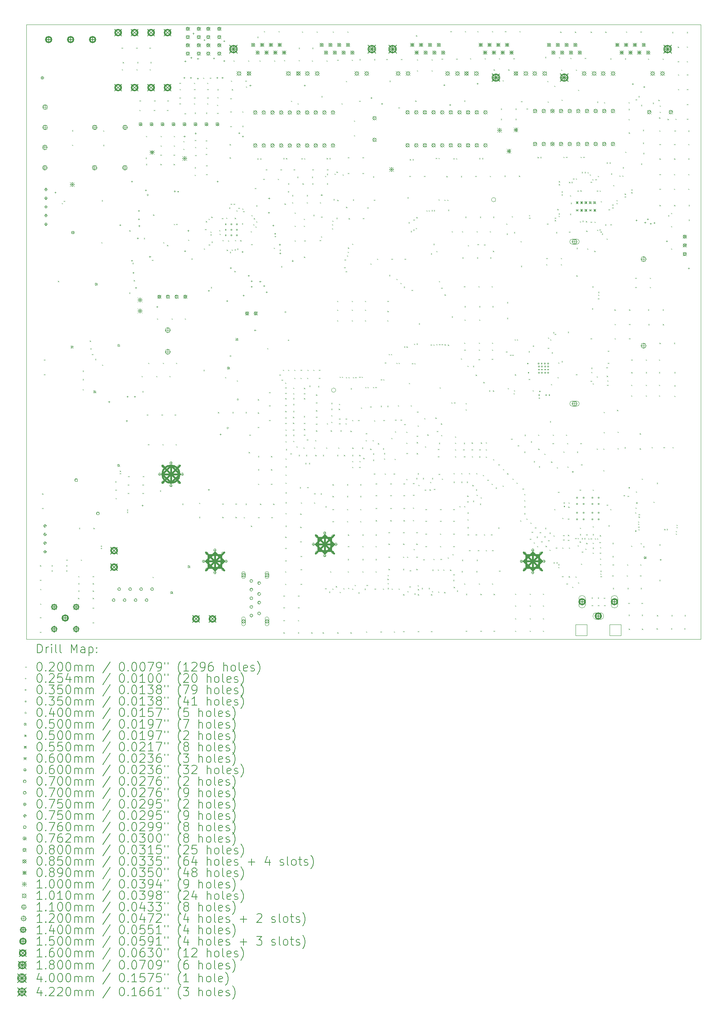
<source format=gbr>
%TF.GenerationSoftware,KiCad,Pcbnew,8.0.0-rc1*%
%TF.CreationDate,2024-11-18T12:36:58+03:00*%
%TF.ProjectId,Movita_3566_XV_Router_V3.2,4d6f7669-7461-45f3-9335-36365f58565f,REV1*%
%TF.SameCoordinates,Original*%
%TF.FileFunction,Drillmap*%
%TF.FilePolarity,Positive*%
%FSLAX45Y45*%
G04 Gerber Fmt 4.5, Leading zero omitted, Abs format (unit mm)*
G04 Created by KiCad (PCBNEW 8.0.0-rc1) date 2024-11-18 12:36:58*
%MOMM*%
%LPD*%
G01*
G04 APERTURE LIST*
%ADD10C,0.050000*%
%ADD11C,0.200000*%
%ADD12C,0.100000*%
%ADD13C,0.101000*%
%ADD14C,0.110000*%
%ADD15C,0.120000*%
%ADD16C,0.140000*%
%ADD17C,0.150000*%
%ADD18C,0.160000*%
%ADD19C,0.180000*%
%ADD20C,0.400000*%
%ADD21C,0.422000*%
G04 APERTURE END LIST*
D10*
X4747000Y-2555000D02*
X20347000Y-2555000D01*
X20347000Y-16755000D01*
X4747000Y-16755000D01*
X4747000Y-2555000D01*
X17714000Y-16419000D02*
X17449000Y-16419000D01*
X17449000Y-16669000D01*
X17714000Y-16669000D01*
X17714000Y-16419000D01*
X18234000Y-16419000D02*
X18499000Y-16419000D01*
X18499000Y-16669000D01*
X18234000Y-16669000D01*
X18234000Y-16419000D01*
X11903500Y-11002000D02*
G75*
G02*
X11803500Y-11002000I-50000J0D01*
G01*
X11803500Y-11002000D02*
G75*
G02*
X11903500Y-11002000I50000J0D01*
G01*
X15603500Y-6602000D02*
G75*
G02*
X15503500Y-6602000I-50000J0D01*
G01*
X15503500Y-6602000D02*
G75*
G02*
X15603500Y-6602000I50000J0D01*
G01*
D11*
D12*
X5065000Y-15047000D02*
X5085000Y-15067000D01*
X5085000Y-15047000D02*
X5065000Y-15067000D01*
X5065000Y-15384000D02*
X5085000Y-15404000D01*
X5085000Y-15384000D02*
X5065000Y-15404000D01*
X5065000Y-16245000D02*
X5085000Y-16265000D01*
X5085000Y-16245000D02*
X5065000Y-16265000D01*
X5065000Y-16582000D02*
X5085000Y-16602000D01*
X5085000Y-16582000D02*
X5065000Y-16602000D01*
X5067000Y-15594000D02*
X5087000Y-15614000D01*
X5087000Y-15594000D02*
X5067000Y-15614000D01*
X5067000Y-15931000D02*
X5087000Y-15951000D01*
X5087000Y-15931000D02*
X5067000Y-15951000D01*
X5114000Y-13387000D02*
X5134000Y-13407000D01*
X5134000Y-13387000D02*
X5114000Y-13407000D01*
X5114000Y-13724000D02*
X5134000Y-13744000D01*
X5134000Y-13724000D02*
X5114000Y-13744000D01*
X5159000Y-10295000D02*
X5179000Y-10315000D01*
X5179000Y-10295000D02*
X5159000Y-10315000D01*
X5159000Y-10632000D02*
X5179000Y-10652000D01*
X5179000Y-10632000D02*
X5159000Y-10652000D01*
X5334000Y-15047000D02*
X5354000Y-15067000D01*
X5354000Y-15047000D02*
X5334000Y-15067000D01*
X5334000Y-15166000D02*
X5354000Y-15186000D01*
X5354000Y-15166000D02*
X5334000Y-15186000D01*
X5480000Y-8477000D02*
X5500000Y-8497000D01*
X5500000Y-8477000D02*
X5480000Y-8497000D01*
X5571000Y-6676000D02*
X5591000Y-6696000D01*
X5591000Y-6676000D02*
X5571000Y-6696000D01*
X5615000Y-6628000D02*
X5635000Y-6648000D01*
X5635000Y-6628000D02*
X5615000Y-6648000D01*
X5671000Y-15047000D02*
X5691000Y-15067000D01*
X5691000Y-15047000D02*
X5671000Y-15067000D01*
X5671000Y-15166000D02*
X5691000Y-15186000D01*
X5691000Y-15166000D02*
X5671000Y-15186000D01*
X5673000Y-14913000D02*
X5693000Y-14933000D01*
X5693000Y-14913000D02*
X5673000Y-14933000D01*
X5808000Y-4996000D02*
X5828000Y-5016000D01*
X5828000Y-4996000D02*
X5808000Y-5016000D01*
X5808000Y-5333000D02*
X5828000Y-5353000D01*
X5828000Y-5333000D02*
X5808000Y-5353000D01*
X5946000Y-15800000D02*
X5966000Y-15820000D01*
X5966000Y-15800000D02*
X5946000Y-15820000D01*
X5948000Y-15295000D02*
X5968000Y-15315000D01*
X5968000Y-15295000D02*
X5948000Y-15315000D01*
X5948000Y-15463000D02*
X5968000Y-15483000D01*
X5968000Y-15463000D02*
X5948000Y-15483000D01*
X5948000Y-15630000D02*
X5968000Y-15650000D01*
X5968000Y-15630000D02*
X5948000Y-15650000D01*
X5964000Y-14184000D02*
X5984000Y-14204000D01*
X5984000Y-14184000D02*
X5964000Y-14204000D01*
X6010000Y-14913000D02*
X6030000Y-14933000D01*
X6030000Y-14913000D02*
X6010000Y-14933000D01*
X6050000Y-10746000D02*
X6070000Y-10766000D01*
X6070000Y-10746000D02*
X6050000Y-10766000D01*
X6052000Y-10551000D02*
X6072000Y-10571000D01*
X6072000Y-10551000D02*
X6052000Y-10571000D01*
X6052000Y-10976000D02*
X6072000Y-10996000D01*
X6072000Y-10976000D02*
X6052000Y-10996000D01*
X6216000Y-9856000D02*
X6236000Y-9876000D01*
X6236000Y-9856000D02*
X6216000Y-9876000D01*
X6227000Y-10034000D02*
X6247000Y-10054000D01*
X6247000Y-10034000D02*
X6227000Y-10054000D01*
X6267000Y-10165000D02*
X6287000Y-10185000D01*
X6287000Y-10165000D02*
X6267000Y-10185000D01*
X6283000Y-15800000D02*
X6303000Y-15820000D01*
X6303000Y-15800000D02*
X6283000Y-15820000D01*
X6283000Y-16024000D02*
X6303000Y-16044000D01*
X6303000Y-16024000D02*
X6283000Y-16044000D01*
X6283000Y-16361000D02*
X6303000Y-16381000D01*
X6303000Y-16361000D02*
X6283000Y-16381000D01*
X6285000Y-15295000D02*
X6305000Y-15315000D01*
X6305000Y-15295000D02*
X6285000Y-15315000D01*
X6285000Y-15463000D02*
X6305000Y-15483000D01*
X6305000Y-15463000D02*
X6285000Y-15483000D01*
X6285000Y-15630000D02*
X6305000Y-15650000D01*
X6305000Y-15630000D02*
X6285000Y-15650000D01*
X6301000Y-14184000D02*
X6321000Y-14204000D01*
X6321000Y-14184000D02*
X6301000Y-14204000D01*
X6339000Y-10279000D02*
X6359000Y-10299000D01*
X6359000Y-10279000D02*
X6339000Y-10299000D01*
X6485000Y-7586000D02*
X6505000Y-7606000D01*
X6505000Y-7586000D02*
X6485000Y-7606000D01*
X6490000Y-6613000D02*
X6510000Y-6633000D01*
X6510000Y-6613000D02*
X6490000Y-6633000D01*
X6500000Y-10409000D02*
X6520000Y-10429000D01*
X6520000Y-10409000D02*
X6500000Y-10429000D01*
X6525000Y-4999000D02*
X6545000Y-5019000D01*
X6545000Y-4999000D02*
X6525000Y-5019000D01*
X6525000Y-5336000D02*
X6545000Y-5356000D01*
X6545000Y-5336000D02*
X6525000Y-5356000D01*
X6806000Y-13108000D02*
X6826000Y-13128000D01*
X6826000Y-13108000D02*
X6806000Y-13128000D01*
X6809000Y-13298000D02*
X6829000Y-13318000D01*
X6829000Y-13298000D02*
X6809000Y-13318000D01*
X6812000Y-13492000D02*
X6832000Y-13512000D01*
X6832000Y-13492000D02*
X6812000Y-13512000D01*
X6911000Y-12863650D02*
X6931000Y-12883650D01*
X6931000Y-12863650D02*
X6911000Y-12883650D01*
X6911000Y-12916350D02*
X6931000Y-12936350D01*
X6931000Y-12916350D02*
X6911000Y-12936350D01*
X6954000Y-3086000D02*
X6974000Y-3106000D01*
X6974000Y-3086000D02*
X6954000Y-3106000D01*
X6959000Y-3587000D02*
X6979000Y-3607000D01*
X6979000Y-3587000D02*
X6959000Y-3607000D01*
X6977000Y-3423000D02*
X6997000Y-3443000D01*
X6997000Y-3423000D02*
X6977000Y-3443000D01*
X7077000Y-13758650D02*
X7097000Y-13778650D01*
X7097000Y-13758650D02*
X7077000Y-13778650D01*
X7077000Y-13811350D02*
X7097000Y-13831350D01*
X7097000Y-13811350D02*
X7077000Y-13831350D01*
X7098000Y-13181000D02*
X7118000Y-13201000D01*
X7118000Y-13181000D02*
X7098000Y-13201000D01*
X7098000Y-13373000D02*
X7118000Y-13393000D01*
X7118000Y-13373000D02*
X7098000Y-13393000D01*
X7106000Y-12984000D02*
X7126000Y-13004000D01*
X7126000Y-12984000D02*
X7106000Y-13004000D01*
X7127000Y-8748000D02*
X7147000Y-8768000D01*
X7147000Y-8748000D02*
X7127000Y-8768000D01*
X7129000Y-7309000D02*
X7149000Y-7329000D01*
X7149000Y-7309000D02*
X7129000Y-7329000D01*
X7202000Y-8063000D02*
X7222000Y-8083000D01*
X7222000Y-8063000D02*
X7202000Y-8083000D01*
X7233000Y-8461000D02*
X7253000Y-8481000D01*
X7253000Y-8461000D02*
X7233000Y-8481000D01*
X7291000Y-3086000D02*
X7311000Y-3106000D01*
X7311000Y-3086000D02*
X7291000Y-3106000D01*
X7296000Y-3587000D02*
X7316000Y-3607000D01*
X7316000Y-3587000D02*
X7296000Y-3607000D01*
X7314000Y-3423000D02*
X7334000Y-3443000D01*
X7334000Y-3423000D02*
X7314000Y-3443000D01*
X7362000Y-4529000D02*
X7382000Y-4549000D01*
X7382000Y-4529000D02*
X7362000Y-4549000D01*
X7368000Y-4308000D02*
X7388000Y-4328000D01*
X7388000Y-4308000D02*
X7368000Y-4328000D01*
X7414000Y-10676000D02*
X7434000Y-10696000D01*
X7434000Y-10676000D02*
X7414000Y-10696000D01*
X7431000Y-11026000D02*
X7451000Y-11046000D01*
X7451000Y-11026000D02*
X7431000Y-11046000D01*
X7435000Y-13181000D02*
X7455000Y-13201000D01*
X7455000Y-13181000D02*
X7435000Y-13201000D01*
X7435000Y-13373000D02*
X7455000Y-13393000D01*
X7455000Y-13373000D02*
X7435000Y-13393000D01*
X7443000Y-12984000D02*
X7463000Y-13004000D01*
X7463000Y-12984000D02*
X7443000Y-13004000D01*
X7466000Y-7486000D02*
X7486000Y-7506000D01*
X7486000Y-7486000D02*
X7466000Y-7506000D01*
X7505000Y-5632000D02*
X7525000Y-5652000D01*
X7525000Y-5632000D02*
X7505000Y-5652000D01*
X7514000Y-5776000D02*
X7534000Y-5796000D01*
X7534000Y-5776000D02*
X7514000Y-5796000D01*
X7516000Y-5129000D02*
X7536000Y-5149000D01*
X7536000Y-5129000D02*
X7516000Y-5149000D01*
X7538000Y-11563000D02*
X7558000Y-11583000D01*
X7558000Y-11563000D02*
X7538000Y-11583000D01*
X7561000Y-12251000D02*
X7581000Y-12271000D01*
X7581000Y-12251000D02*
X7561000Y-12271000D01*
X7569000Y-10369000D02*
X7589000Y-10389000D01*
X7589000Y-10369000D02*
X7569000Y-10389000D01*
X7596000Y-3086000D02*
X7616000Y-3106000D01*
X7616000Y-3086000D02*
X7596000Y-3106000D01*
X7601000Y-3587000D02*
X7621000Y-3607000D01*
X7621000Y-3587000D02*
X7601000Y-3607000D01*
X7619000Y-3423000D02*
X7639000Y-3443000D01*
X7639000Y-3423000D02*
X7619000Y-3443000D01*
X7654000Y-7991000D02*
X7674000Y-8011000D01*
X7674000Y-7991000D02*
X7654000Y-8011000D01*
X7667000Y-15315000D02*
X7687000Y-15335000D01*
X7687000Y-15315000D02*
X7667000Y-15335000D01*
X7682320Y-6944680D02*
X7702320Y-6964680D01*
X7702320Y-6944680D02*
X7682320Y-6964680D01*
X7699000Y-4529000D02*
X7719000Y-4549000D01*
X7719000Y-4529000D02*
X7699000Y-4549000D01*
X7705000Y-4308000D02*
X7725000Y-4328000D01*
X7725000Y-4308000D02*
X7705000Y-4328000D01*
X7751000Y-10676000D02*
X7771000Y-10696000D01*
X7771000Y-10676000D02*
X7751000Y-10696000D01*
X7771000Y-9346000D02*
X7791000Y-9366000D01*
X7791000Y-9346000D02*
X7771000Y-9366000D01*
X7837000Y-13320000D02*
X7857000Y-13340000D01*
X7857000Y-13320000D02*
X7837000Y-13340000D01*
X7851000Y-5559000D02*
X7871000Y-5579000D01*
X7871000Y-5559000D02*
X7851000Y-5579000D01*
X7851000Y-5776000D02*
X7871000Y-5796000D01*
X7871000Y-5776000D02*
X7851000Y-5796000D01*
X7853000Y-5129000D02*
X7873000Y-5149000D01*
X7873000Y-5129000D02*
X7853000Y-5149000D01*
X7853000Y-5350000D02*
X7873000Y-5370000D01*
X7873000Y-5350000D02*
X7853000Y-5370000D01*
X7875000Y-11563000D02*
X7895000Y-11583000D01*
X7895000Y-11563000D02*
X7875000Y-11583000D01*
X7898000Y-12251000D02*
X7918000Y-12271000D01*
X7918000Y-12251000D02*
X7898000Y-12271000D01*
X7906000Y-10369000D02*
X7926000Y-10389000D01*
X7926000Y-10369000D02*
X7906000Y-10389000D01*
X7914000Y-7581000D02*
X7934000Y-7601000D01*
X7934000Y-7581000D02*
X7914000Y-7601000D01*
X8003000Y-7647000D02*
X8023000Y-7667000D01*
X8023000Y-7647000D02*
X8003000Y-7667000D01*
X8004000Y-4529000D02*
X8024000Y-4549000D01*
X8024000Y-4529000D02*
X8004000Y-4549000D01*
X8010000Y-4308000D02*
X8030000Y-4328000D01*
X8030000Y-4308000D02*
X8010000Y-4328000D01*
X8056000Y-10676000D02*
X8076000Y-10696000D01*
X8076000Y-10676000D02*
X8056000Y-10696000D01*
X8108000Y-9346000D02*
X8128000Y-9366000D01*
X8128000Y-9346000D02*
X8108000Y-9366000D01*
X8156000Y-5559000D02*
X8176000Y-5579000D01*
X8176000Y-5559000D02*
X8156000Y-5579000D01*
X8156000Y-5776000D02*
X8176000Y-5796000D01*
X8176000Y-5776000D02*
X8156000Y-5796000D01*
X8158000Y-5129000D02*
X8178000Y-5149000D01*
X8178000Y-5129000D02*
X8158000Y-5149000D01*
X8158000Y-5350000D02*
X8178000Y-5370000D01*
X8178000Y-5350000D02*
X8158000Y-5370000D01*
X8160000Y-7159000D02*
X8180000Y-7179000D01*
X8180000Y-7159000D02*
X8160000Y-7179000D01*
X8180000Y-11563000D02*
X8200000Y-11583000D01*
X8200000Y-11563000D02*
X8180000Y-11583000D01*
X8203000Y-12251000D02*
X8223000Y-12271000D01*
X8223000Y-12251000D02*
X8203000Y-12271000D01*
X8211000Y-10369000D02*
X8231000Y-10389000D01*
X8231000Y-10369000D02*
X8211000Y-10389000D01*
X8215000Y-7159000D02*
X8235000Y-7179000D01*
X8235000Y-7159000D02*
X8215000Y-7179000D01*
X8289000Y-3900000D02*
X8309000Y-3920000D01*
X8309000Y-3900000D02*
X8289000Y-3920000D01*
X8289000Y-4372000D02*
X8309000Y-4392000D01*
X8309000Y-4372000D02*
X8289000Y-4392000D01*
X8291000Y-4237000D02*
X8311000Y-4257000D01*
X8311000Y-4237000D02*
X8291000Y-4257000D01*
X8293000Y-4043000D02*
X8313000Y-4063000D01*
X8313000Y-4043000D02*
X8293000Y-4063000D01*
X8353000Y-13626000D02*
X8373000Y-13646000D01*
X8373000Y-13626000D02*
X8353000Y-13646000D01*
X8380000Y-5422000D02*
X8400000Y-5442000D01*
X8400000Y-5422000D02*
X8380000Y-5442000D01*
X8382000Y-5249000D02*
X8402000Y-5269000D01*
X8402000Y-5249000D02*
X8382000Y-5269000D01*
X8409000Y-4603000D02*
X8429000Y-4623000D01*
X8429000Y-4603000D02*
X8409000Y-4623000D01*
X8413000Y-9346000D02*
X8433000Y-9366000D01*
X8433000Y-9346000D02*
X8413000Y-9366000D01*
X8489000Y-7524000D02*
X8509000Y-7544000D01*
X8509000Y-7524000D02*
X8489000Y-7544000D01*
X8563000Y-7960000D02*
X8583000Y-7980000D01*
X8583000Y-7960000D02*
X8563000Y-7980000D01*
X8626000Y-3900000D02*
X8646000Y-3920000D01*
X8646000Y-3900000D02*
X8626000Y-3920000D01*
X8626000Y-4372000D02*
X8646000Y-4392000D01*
X8646000Y-4372000D02*
X8626000Y-4392000D01*
X8628000Y-4237000D02*
X8648000Y-4257000D01*
X8648000Y-4237000D02*
X8628000Y-4257000D01*
X8630000Y-4043000D02*
X8650000Y-4063000D01*
X8650000Y-4043000D02*
X8630000Y-4063000D01*
X8641000Y-5853000D02*
X8661000Y-5873000D01*
X8661000Y-5853000D02*
X8641000Y-5873000D01*
X8643000Y-4592000D02*
X8663000Y-4612000D01*
X8663000Y-4592000D02*
X8643000Y-4612000D01*
X8643000Y-6026000D02*
X8663000Y-6046000D01*
X8663000Y-6026000D02*
X8643000Y-6046000D01*
X8645000Y-5223000D02*
X8665000Y-5243000D01*
X8665000Y-5223000D02*
X8645000Y-5243000D01*
X8651000Y-5382000D02*
X8671000Y-5402000D01*
X8671000Y-5382000D02*
X8651000Y-5402000D01*
X8653000Y-5566000D02*
X8673000Y-5586000D01*
X8673000Y-5566000D02*
X8653000Y-5586000D01*
X8745000Y-13601000D02*
X8765000Y-13621000D01*
X8765000Y-13601000D02*
X8745000Y-13621000D01*
X8745000Y-13930000D02*
X8765000Y-13950000D01*
X8765000Y-13930000D02*
X8745000Y-13950000D01*
X8839000Y-3784000D02*
X8859000Y-3804000D01*
X8859000Y-3784000D02*
X8839000Y-3804000D01*
X8845000Y-10533000D02*
X8865000Y-10553000D01*
X8865000Y-10533000D02*
X8845000Y-10553000D01*
X8852000Y-7727000D02*
X8872000Y-7747000D01*
X8872000Y-7727000D02*
X8852000Y-7747000D01*
X8883000Y-7277000D02*
X8903000Y-7297000D01*
X8903000Y-7277000D02*
X8883000Y-7297000D01*
X8899000Y-7096000D02*
X8919000Y-7116000D01*
X8919000Y-7096000D02*
X8899000Y-7116000D01*
X8900000Y-5228000D02*
X8920000Y-5248000D01*
X8920000Y-5228000D02*
X8900000Y-5248000D01*
X8901000Y-5544000D02*
X8921000Y-5564000D01*
X8921000Y-5544000D02*
X8901000Y-5564000D01*
X8902000Y-5401000D02*
X8922000Y-5421000D01*
X8922000Y-5401000D02*
X8902000Y-5421000D01*
X8906000Y-4590000D02*
X8926000Y-4610000D01*
X8926000Y-4590000D02*
X8906000Y-4610000D01*
X8908000Y-5806000D02*
X8928000Y-5826000D01*
X8928000Y-5806000D02*
X8908000Y-5826000D01*
X8910000Y-6008000D02*
X8930000Y-6028000D01*
X8930000Y-6008000D02*
X8910000Y-6028000D01*
X8931000Y-3900000D02*
X8951000Y-3920000D01*
X8951000Y-3900000D02*
X8931000Y-3920000D01*
X8931000Y-4372000D02*
X8951000Y-4392000D01*
X8951000Y-4372000D02*
X8931000Y-4392000D01*
X8933000Y-4237000D02*
X8953000Y-4257000D01*
X8953000Y-4237000D02*
X8933000Y-4257000D01*
X8935000Y-4043000D02*
X8955000Y-4063000D01*
X8955000Y-4043000D02*
X8935000Y-4063000D01*
X8964384Y-7041950D02*
X8984384Y-7061950D01*
X8984384Y-7041950D02*
X8964384Y-7061950D01*
X8969000Y-7633000D02*
X8989000Y-7653000D01*
X8989000Y-7633000D02*
X8969000Y-7653000D01*
X8994000Y-3780000D02*
X9014000Y-3800000D01*
X9014000Y-3780000D02*
X8994000Y-3800000D01*
X9004412Y-7401588D02*
X9024412Y-7421588D01*
X9024412Y-7401588D02*
X9004412Y-7421588D01*
X9007000Y-7338000D02*
X9027000Y-7358000D01*
X9027000Y-7338000D02*
X9007000Y-7358000D01*
X9017000Y-8621000D02*
X9037000Y-8641000D01*
X9037000Y-8621000D02*
X9017000Y-8641000D01*
X9028000Y-6995000D02*
X9048000Y-7015000D01*
X9048000Y-6995000D02*
X9028000Y-7015000D01*
X9030000Y-7571000D02*
X9050000Y-7591000D01*
X9050000Y-7571000D02*
X9030000Y-7591000D01*
X9156000Y-4406000D02*
X9176000Y-4426000D01*
X9176000Y-4406000D02*
X9156000Y-4426000D01*
X9164000Y-4595000D02*
X9184000Y-4615000D01*
X9184000Y-4595000D02*
X9164000Y-4615000D01*
X9165000Y-4049000D02*
X9185000Y-4069000D01*
X9185000Y-4049000D02*
X9165000Y-4069000D01*
X9166000Y-4233000D02*
X9186000Y-4253000D01*
X9186000Y-4233000D02*
X9166000Y-4253000D01*
X9179000Y-11508000D02*
X9199000Y-11528000D01*
X9199000Y-11508000D02*
X9179000Y-11528000D01*
X9210000Y-7306000D02*
X9230000Y-7326000D01*
X9230000Y-7306000D02*
X9210000Y-7326000D01*
X9217709Y-7391118D02*
X9237709Y-7411118D01*
X9237709Y-7391118D02*
X9217709Y-7411118D01*
X9273149Y-7022947D02*
X9293149Y-7042947D01*
X9293149Y-7022947D02*
X9273149Y-7042947D01*
X9282000Y-13618000D02*
X9302000Y-13638000D01*
X9302000Y-13618000D02*
X9282000Y-13638000D01*
X9282000Y-13930000D02*
X9302000Y-13950000D01*
X9302000Y-13930000D02*
X9282000Y-13950000D01*
X9286894Y-7532218D02*
X9306894Y-7552218D01*
X9306894Y-7532218D02*
X9286894Y-7552218D01*
X9346000Y-10699000D02*
X9366000Y-10719000D01*
X9366000Y-10699000D02*
X9346000Y-10719000D01*
X9372000Y-7017000D02*
X9392000Y-7037000D01*
X9392000Y-7017000D02*
X9372000Y-7037000D01*
X9384000Y-7758000D02*
X9404000Y-7778000D01*
X9404000Y-7758000D02*
X9384000Y-7778000D01*
X9413462Y-7541050D02*
X9433462Y-7561050D01*
X9433462Y-7541050D02*
X9413462Y-7561050D01*
X9439550Y-6783938D02*
X9459550Y-6803938D01*
X9459550Y-6783938D02*
X9439550Y-6803938D01*
X9450000Y-5319000D02*
X9470000Y-5339000D01*
X9470000Y-5319000D02*
X9450000Y-5339000D01*
X9450000Y-5624000D02*
X9470000Y-5644000D01*
X9470000Y-5624000D02*
X9450000Y-5644000D01*
X9452000Y-7806500D02*
X9472000Y-7826500D01*
X9472000Y-7806500D02*
X9452000Y-7826500D01*
X9466000Y-4255000D02*
X9486000Y-4275000D01*
X9486000Y-4255000D02*
X9466000Y-4275000D01*
X9466000Y-4560000D02*
X9486000Y-4580000D01*
X9486000Y-4560000D02*
X9466000Y-4580000D01*
X9466000Y-4897000D02*
X9486000Y-4917000D01*
X9486000Y-4897000D02*
X9466000Y-4917000D01*
X9477000Y-6694000D02*
X9497000Y-6714000D01*
X9497000Y-6694000D02*
X9477000Y-6714000D01*
X9478000Y-3850000D02*
X9498000Y-3870000D01*
X9498000Y-3850000D02*
X9478000Y-3870000D01*
X9497000Y-7751000D02*
X9517000Y-7771000D01*
X9517000Y-7751000D02*
X9497000Y-7771000D01*
X9502000Y-4049000D02*
X9522000Y-4069000D01*
X9522000Y-4049000D02*
X9502000Y-4069000D01*
X9516000Y-11508000D02*
X9536000Y-11528000D01*
X9536000Y-11508000D02*
X9516000Y-11528000D01*
X9540000Y-3384000D02*
X9560000Y-3404000D01*
X9560000Y-3384000D02*
X9540000Y-3404000D01*
X9545000Y-6694000D02*
X9565000Y-6714000D01*
X9565000Y-6694000D02*
X9545000Y-6714000D01*
X9559000Y-8248000D02*
X9579000Y-8268000D01*
X9579000Y-8248000D02*
X9559000Y-8268000D01*
X9567000Y-7750000D02*
X9587000Y-7770000D01*
X9587000Y-7750000D02*
X9567000Y-7770000D01*
X9569000Y-7021000D02*
X9589000Y-7041000D01*
X9589000Y-7021000D02*
X9569000Y-7041000D01*
X9572000Y-7534000D02*
X9592000Y-7554000D01*
X9592000Y-7534000D02*
X9572000Y-7554000D01*
X9587000Y-13618000D02*
X9607000Y-13638000D01*
X9607000Y-13618000D02*
X9587000Y-13638000D01*
X9587000Y-13930000D02*
X9607000Y-13950000D01*
X9607000Y-13930000D02*
X9587000Y-13950000D01*
X9608000Y-6848000D02*
X9628000Y-6868000D01*
X9628000Y-6848000D02*
X9608000Y-6868000D01*
X9613000Y-10773000D02*
X9633000Y-10793000D01*
X9633000Y-10773000D02*
X9613000Y-10793000D01*
X9623180Y-7732820D02*
X9643180Y-7752820D01*
X9643180Y-7732820D02*
X9623180Y-7752820D01*
X9654000Y-6785000D02*
X9674000Y-6805000D01*
X9674000Y-6785000D02*
X9654000Y-6805000D01*
X9694750Y-7537250D02*
X9714750Y-7557250D01*
X9714750Y-7537250D02*
X9694750Y-7557250D01*
X9733000Y-7146000D02*
X9753000Y-7166000D01*
X9753000Y-7146000D02*
X9733000Y-7166000D01*
X9741000Y-6803000D02*
X9761000Y-6823000D01*
X9761000Y-6803000D02*
X9741000Y-6823000D01*
X9742000Y-4559000D02*
X9762000Y-4579000D01*
X9762000Y-4559000D02*
X9742000Y-4579000D01*
X9742000Y-4896000D02*
X9762000Y-4916000D01*
X9762000Y-4896000D02*
X9742000Y-4916000D01*
X9763017Y-6866016D02*
X9783017Y-6886016D01*
X9783017Y-6866016D02*
X9763017Y-6886016D01*
X9775000Y-13932000D02*
X9795000Y-13952000D01*
X9795000Y-13932000D02*
X9775000Y-13952000D01*
X9815000Y-3850000D02*
X9835000Y-3870000D01*
X9835000Y-3850000D02*
X9815000Y-3870000D01*
X9816000Y-13625000D02*
X9836000Y-13645000D01*
X9836000Y-13625000D02*
X9816000Y-13645000D01*
X9821000Y-11508000D02*
X9841000Y-11528000D01*
X9841000Y-11508000D02*
X9821000Y-11528000D01*
X9826000Y-3983000D02*
X9846000Y-4003000D01*
X9846000Y-3983000D02*
X9826000Y-4003000D01*
X9877000Y-3384000D02*
X9897000Y-3404000D01*
X9897000Y-3384000D02*
X9877000Y-3404000D01*
X9892000Y-12430000D02*
X9912000Y-12450000D01*
X9912000Y-12430000D02*
X9892000Y-12450000D01*
X9909000Y-12028367D02*
X9929000Y-12048367D01*
X9929000Y-12028367D02*
X9909000Y-12048367D01*
X9936450Y-7331050D02*
X9956450Y-7351050D01*
X9956450Y-7331050D02*
X9936450Y-7351050D01*
X9940000Y-14133000D02*
X9960000Y-14153000D01*
X9960000Y-14133000D02*
X9940000Y-14153000D01*
X9950000Y-7624000D02*
X9970000Y-7644000D01*
X9970000Y-7624000D02*
X9950000Y-7644000D01*
X9955500Y-6959500D02*
X9975500Y-6979500D01*
X9975500Y-6959500D02*
X9955500Y-6979500D01*
X9996000Y-7169450D02*
X10016000Y-7189450D01*
X10016000Y-7169450D02*
X9996000Y-7189450D01*
X10009500Y-7029000D02*
X10029500Y-7049000D01*
X10029500Y-7029000D02*
X10009500Y-7049000D01*
X10035000Y-6328000D02*
X10055000Y-6348000D01*
X10055000Y-6328000D02*
X10035000Y-6348000D01*
X10048531Y-7220842D02*
X10068531Y-7240842D01*
X10068531Y-7220842D02*
X10048531Y-7240842D01*
X10062000Y-7103000D02*
X10082000Y-7123000D01*
X10082000Y-7103000D02*
X10062000Y-7123000D01*
X10065000Y-6734000D02*
X10085000Y-6754000D01*
X10085000Y-6734000D02*
X10065000Y-6754000D01*
X10090300Y-5649000D02*
X10110300Y-5669000D01*
X10110300Y-5649000D02*
X10090300Y-5669000D01*
X10091500Y-2837500D02*
X10111500Y-2857500D01*
X10111500Y-2837500D02*
X10091500Y-2857500D01*
X10101000Y-11210000D02*
X10121000Y-11230000D01*
X10121000Y-11210000D02*
X10101000Y-11230000D01*
X10101000Y-11515000D02*
X10121000Y-11535000D01*
X10121000Y-11515000D02*
X10101000Y-11535000D01*
X10101000Y-11852000D02*
X10121000Y-11872000D01*
X10121000Y-11852000D02*
X10101000Y-11872000D01*
X10108000Y-12523000D02*
X10128000Y-12543000D01*
X10128000Y-12523000D02*
X10108000Y-12543000D01*
X10108000Y-12828000D02*
X10128000Y-12848000D01*
X10128000Y-12828000D02*
X10108000Y-12848000D01*
X10108000Y-13165000D02*
X10128000Y-13185000D01*
X10128000Y-13165000D02*
X10108000Y-13185000D01*
X10112000Y-13932000D02*
X10132000Y-13952000D01*
X10132000Y-13932000D02*
X10112000Y-13952000D01*
X10143000Y-3384000D02*
X10163000Y-3404000D01*
X10163000Y-3384000D02*
X10143000Y-3404000D01*
X10153000Y-13625000D02*
X10173000Y-13645000D01*
X10173000Y-13625000D02*
X10153000Y-13645000D01*
X10155700Y-5649000D02*
X10175700Y-5669000D01*
X10175700Y-5649000D02*
X10155700Y-5669000D01*
X10229000Y-6120000D02*
X10249000Y-6140000D01*
X10249000Y-6120000D02*
X10229000Y-6140000D01*
X10242000Y-2709000D02*
X10262000Y-2729000D01*
X10262000Y-2709000D02*
X10242000Y-2729000D01*
X10290000Y-5901000D02*
X10310000Y-5921000D01*
X10310000Y-5901000D02*
X10290000Y-5921000D01*
X10317500Y-10029500D02*
X10337500Y-10049500D01*
X10337500Y-10029500D02*
X10317500Y-10049500D01*
X10364000Y-11048000D02*
X10384000Y-11068000D01*
X10384000Y-11048000D02*
X10364000Y-11068000D01*
X10364000Y-11353000D02*
X10384000Y-11373000D01*
X10384000Y-11353000D02*
X10364000Y-11373000D01*
X10364000Y-11690000D02*
X10384000Y-11710000D01*
X10384000Y-11690000D02*
X10364000Y-11710000D01*
X10406000Y-12523000D02*
X10426000Y-12543000D01*
X10426000Y-12523000D02*
X10406000Y-12543000D01*
X10406000Y-12828000D02*
X10426000Y-12848000D01*
X10426000Y-12828000D02*
X10406000Y-12848000D01*
X10406000Y-13165000D02*
X10426000Y-13185000D01*
X10426000Y-13165000D02*
X10406000Y-13185000D01*
X10417000Y-13932000D02*
X10437000Y-13952000D01*
X10437000Y-13932000D02*
X10417000Y-13952000D01*
X10458000Y-13625000D02*
X10478000Y-13645000D01*
X10478000Y-13625000D02*
X10458000Y-13645000D01*
X10471000Y-7709000D02*
X10491000Y-7729000D01*
X10491000Y-7709000D02*
X10471000Y-7729000D01*
X10480000Y-3384000D02*
X10500000Y-3404000D01*
X10500000Y-3384000D02*
X10480000Y-3404000D01*
X10566000Y-6120000D02*
X10586000Y-6140000D01*
X10586000Y-6120000D02*
X10566000Y-6140000D01*
X10579000Y-2709000D02*
X10599000Y-2729000D01*
X10599000Y-2709000D02*
X10579000Y-2729000D01*
X10602000Y-10639000D02*
X10622000Y-10659000D01*
X10622000Y-10639000D02*
X10602000Y-10659000D01*
X10604000Y-7758000D02*
X10624000Y-7778000D01*
X10624000Y-7758000D02*
X10604000Y-7778000D01*
X10627000Y-5901000D02*
X10647000Y-5921000D01*
X10647000Y-5901000D02*
X10627000Y-5921000D01*
X10642000Y-8137000D02*
X10662000Y-8157000D01*
X10662000Y-8137000D02*
X10642000Y-8157000D01*
X10653000Y-10756000D02*
X10673000Y-10776000D01*
X10673000Y-10756000D02*
X10653000Y-10776000D01*
X10680000Y-10528000D02*
X10700000Y-10548000D01*
X10700000Y-10528000D02*
X10680000Y-10548000D01*
X10690300Y-5641000D02*
X10710300Y-5661000D01*
X10710300Y-5641000D02*
X10690300Y-5661000D01*
X10695000Y-16313000D02*
X10715000Y-16333000D01*
X10715000Y-16313000D02*
X10695000Y-16333000D01*
X10695000Y-16597000D02*
X10715000Y-16617000D01*
X10715000Y-16597000D02*
X10695000Y-16617000D01*
X10696000Y-15745000D02*
X10716000Y-15765000D01*
X10716000Y-15745000D02*
X10696000Y-15765000D01*
X10696000Y-16014000D02*
X10716000Y-16034000D01*
X10716000Y-16014000D02*
X10696000Y-16034000D01*
X10709000Y-3375000D02*
X10729000Y-3395000D01*
X10729000Y-3375000D02*
X10709000Y-3395000D01*
X10721000Y-6689000D02*
X10741000Y-6709000D01*
X10741000Y-6689000D02*
X10721000Y-6709000D01*
X10734000Y-15187000D02*
X10754000Y-15207000D01*
X10754000Y-15187000D02*
X10734000Y-15207000D01*
X10734000Y-15475000D02*
X10754000Y-15495000D01*
X10754000Y-15475000D02*
X10734000Y-15495000D01*
X10735000Y-10826000D02*
X10755000Y-10846000D01*
X10755000Y-10826000D02*
X10735000Y-10846000D01*
X10737000Y-11342000D02*
X10757000Y-11362000D01*
X10757000Y-11342000D02*
X10737000Y-11362000D01*
X10737000Y-11483000D02*
X10757000Y-11503000D01*
X10757000Y-11483000D02*
X10737000Y-11503000D01*
X10738000Y-10938000D02*
X10758000Y-10958000D01*
X10758000Y-10938000D02*
X10738000Y-10958000D01*
X10738000Y-11063000D02*
X10758000Y-11083000D01*
X10758000Y-11063000D02*
X10738000Y-11083000D01*
X10738000Y-11187000D02*
X10758000Y-11207000D01*
X10758000Y-11187000D02*
X10738000Y-11207000D01*
X10738000Y-11631000D02*
X10758000Y-11651000D01*
X10758000Y-11631000D02*
X10738000Y-11651000D01*
X10738000Y-11760000D02*
X10758000Y-11780000D01*
X10758000Y-11760000D02*
X10738000Y-11780000D01*
X10738000Y-14387000D02*
X10758000Y-14407000D01*
X10758000Y-14387000D02*
X10738000Y-14407000D01*
X10738000Y-14646000D02*
X10758000Y-14666000D01*
X10758000Y-14646000D02*
X10738000Y-14666000D01*
X10738000Y-14931000D02*
X10758000Y-14951000D01*
X10758000Y-14931000D02*
X10738000Y-14951000D01*
X10740000Y-11909000D02*
X10760000Y-11929000D01*
X10760000Y-11909000D02*
X10740000Y-11929000D01*
X10740000Y-12033000D02*
X10760000Y-12053000D01*
X10760000Y-12033000D02*
X10740000Y-12053000D01*
X10741000Y-12183000D02*
X10761000Y-12203000D01*
X10761000Y-12183000D02*
X10741000Y-12203000D01*
X10742000Y-12578000D02*
X10762000Y-12598000D01*
X10762000Y-12578000D02*
X10742000Y-12598000D01*
X10742000Y-13363000D02*
X10762000Y-13383000D01*
X10762000Y-13363000D02*
X10742000Y-13383000D01*
X10742000Y-13590000D02*
X10762000Y-13610000D01*
X10762000Y-13590000D02*
X10742000Y-13610000D01*
X10742000Y-13843000D02*
X10762000Y-13863000D01*
X10762000Y-13843000D02*
X10742000Y-13863000D01*
X10742000Y-14131000D02*
X10762000Y-14151000D01*
X10762000Y-14131000D02*
X10742000Y-14151000D01*
X10743000Y-12762000D02*
X10763000Y-12782000D01*
X10763000Y-12762000D02*
X10743000Y-12782000D01*
X10743000Y-12952000D02*
X10763000Y-12972000D01*
X10763000Y-12952000D02*
X10743000Y-12972000D01*
X10743000Y-13139000D02*
X10763000Y-13159000D01*
X10763000Y-13139000D02*
X10743000Y-13159000D01*
X10752000Y-12362000D02*
X10772000Y-12382000D01*
X10772000Y-12362000D02*
X10752000Y-12382000D01*
X10755700Y-5641000D02*
X10775700Y-5661000D01*
X10775700Y-5641000D02*
X10755700Y-5661000D01*
X10799000Y-6226000D02*
X10819000Y-6246000D01*
X10819000Y-6226000D02*
X10799000Y-6246000D01*
X10802000Y-10528000D02*
X10822000Y-10548000D01*
X10822000Y-10528000D02*
X10802000Y-10548000D01*
X10856000Y-12463000D02*
X10876000Y-12483000D01*
X10876000Y-12463000D02*
X10856000Y-12483000D01*
X10868000Y-4317000D02*
X10888000Y-4337000D01*
X10888000Y-4317000D02*
X10868000Y-4337000D01*
X10895000Y-6495000D02*
X10915000Y-6515000D01*
X10915000Y-6495000D02*
X10895000Y-6515000D01*
X10896000Y-6658000D02*
X10916000Y-6678000D01*
X10916000Y-6658000D02*
X10896000Y-6678000D01*
X10916000Y-11619000D02*
X10936000Y-11639000D01*
X10936000Y-11619000D02*
X10916000Y-11639000D01*
X10916000Y-11754000D02*
X10936000Y-11774000D01*
X10936000Y-11754000D02*
X10916000Y-11774000D01*
X10916000Y-11908000D02*
X10936000Y-11928000D01*
X10936000Y-11908000D02*
X10916000Y-11928000D01*
X10917000Y-11482000D02*
X10937000Y-11502000D01*
X10937000Y-11482000D02*
X10917000Y-11502000D01*
X10917000Y-12033000D02*
X10937000Y-12053000D01*
X10937000Y-12033000D02*
X10917000Y-12053000D01*
X10917000Y-12174000D02*
X10937000Y-12194000D01*
X10937000Y-12174000D02*
X10917000Y-12194000D01*
X10918000Y-11185000D02*
X10938000Y-11205000D01*
X10938000Y-11185000D02*
X10918000Y-11205000D01*
X10918000Y-11322000D02*
X10938000Y-11342000D01*
X10938000Y-11322000D02*
X10918000Y-11342000D01*
X10919000Y-10945000D02*
X10939000Y-10965000D01*
X10939000Y-10945000D02*
X10919000Y-10965000D01*
X10919000Y-11070000D02*
X10939000Y-11090000D01*
X10939000Y-11070000D02*
X10919000Y-11090000D01*
X10932000Y-5901000D02*
X10952000Y-5921000D01*
X10952000Y-5901000D02*
X10932000Y-5921000D01*
X10945000Y-10528000D02*
X10965000Y-10548000D01*
X10965000Y-10528000D02*
X10945000Y-10548000D01*
X10945000Y-10716000D02*
X10965000Y-10736000D01*
X10965000Y-10716000D02*
X10945000Y-10736000D01*
X10953000Y-6897000D02*
X10973000Y-6917000D01*
X10973000Y-6897000D02*
X10953000Y-6917000D01*
X10953000Y-7202000D02*
X10973000Y-7222000D01*
X10973000Y-7202000D02*
X10953000Y-7222000D01*
X10953000Y-7539000D02*
X10973000Y-7559000D01*
X10973000Y-7539000D02*
X10953000Y-7559000D01*
X10995000Y-12297000D02*
X11015000Y-12317000D01*
X11015000Y-12297000D02*
X10995000Y-12317000D01*
X11013000Y-6072000D02*
X11033000Y-6092000D01*
X11033000Y-6072000D02*
X11013000Y-6092000D01*
X11021000Y-4374000D02*
X11041000Y-4394000D01*
X11041000Y-4374000D02*
X11021000Y-4394000D01*
X11032000Y-16313000D02*
X11052000Y-16333000D01*
X11052000Y-16313000D02*
X11032000Y-16333000D01*
X11032000Y-16597000D02*
X11052000Y-16617000D01*
X11052000Y-16597000D02*
X11032000Y-16617000D01*
X11033000Y-15745000D02*
X11053000Y-15765000D01*
X11053000Y-15745000D02*
X11033000Y-15765000D01*
X11033000Y-16014000D02*
X11053000Y-16034000D01*
X11053000Y-16014000D02*
X11033000Y-16034000D01*
X11045000Y-3093000D02*
X11065000Y-3113000D01*
X11065000Y-3093000D02*
X11045000Y-3113000D01*
X11046000Y-3375000D02*
X11066000Y-3395000D01*
X11066000Y-3375000D02*
X11046000Y-3395000D01*
X11047000Y-12499000D02*
X11067000Y-12519000D01*
X11067000Y-12499000D02*
X11047000Y-12519000D01*
X11070000Y-13244000D02*
X11090000Y-13264000D01*
X11090000Y-13244000D02*
X11070000Y-13264000D01*
X11085000Y-13853000D02*
X11105000Y-13873000D01*
X11105000Y-13853000D02*
X11085000Y-13873000D01*
X11085000Y-14158000D02*
X11105000Y-14178000D01*
X11105000Y-14158000D02*
X11085000Y-14178000D01*
X11085000Y-14495000D02*
X11105000Y-14515000D01*
X11105000Y-14495000D02*
X11085000Y-14515000D01*
X11086000Y-10716000D02*
X11106000Y-10736000D01*
X11106000Y-10716000D02*
X11086000Y-10736000D01*
X11092000Y-10528000D02*
X11112000Y-10548000D01*
X11112000Y-10528000D02*
X11092000Y-10548000D01*
X11093000Y-14831000D02*
X11113000Y-14851000D01*
X11113000Y-14831000D02*
X11093000Y-14851000D01*
X11093000Y-15136000D02*
X11113000Y-15156000D01*
X11113000Y-15136000D02*
X11093000Y-15156000D01*
X11093000Y-15473000D02*
X11113000Y-15493000D01*
X11113000Y-15473000D02*
X11093000Y-15493000D01*
X11099000Y-13595000D02*
X11119000Y-13615000D01*
X11119000Y-13595000D02*
X11099000Y-13615000D01*
X11108300Y-5645000D02*
X11128300Y-5665000D01*
X11128300Y-5645000D02*
X11108300Y-5665000D01*
X11122000Y-2716000D02*
X11142000Y-2736000D01*
X11142000Y-2716000D02*
X11122000Y-2736000D01*
X11136000Y-6226000D02*
X11156000Y-6246000D01*
X11156000Y-6226000D02*
X11136000Y-6246000D01*
X11154000Y-12326000D02*
X11174000Y-12346000D01*
X11174000Y-12326000D02*
X11154000Y-12346000D01*
X11163000Y-11602000D02*
X11183000Y-11622000D01*
X11183000Y-11602000D02*
X11163000Y-11622000D01*
X11166000Y-7040000D02*
X11186000Y-7060000D01*
X11186000Y-7040000D02*
X11166000Y-7060000D01*
X11166000Y-7202000D02*
X11186000Y-7222000D01*
X11186000Y-7202000D02*
X11166000Y-7222000D01*
X11168000Y-7918000D02*
X11188000Y-7938000D01*
X11188000Y-7918000D02*
X11168000Y-7938000D01*
X11168000Y-11756000D02*
X11188000Y-11776000D01*
X11188000Y-11756000D02*
X11168000Y-11776000D01*
X11168000Y-11897000D02*
X11188000Y-11917000D01*
X11188000Y-11897000D02*
X11168000Y-11917000D01*
X11168000Y-12026000D02*
X11188000Y-12046000D01*
X11188000Y-12026000D02*
X11168000Y-12046000D01*
X11169000Y-10948000D02*
X11189000Y-10968000D01*
X11189000Y-10948000D02*
X11169000Y-10968000D01*
X11169000Y-11074000D02*
X11189000Y-11094000D01*
X11189000Y-11074000D02*
X11169000Y-11094000D01*
X11169000Y-11186000D02*
X11189000Y-11206000D01*
X11189000Y-11186000D02*
X11169000Y-11206000D01*
X11173700Y-5645000D02*
X11193700Y-5665000D01*
X11193700Y-5645000D02*
X11173700Y-5665000D01*
X11177000Y-7541000D02*
X11197000Y-7561000D01*
X11197000Y-7541000D02*
X11177000Y-7561000D01*
X11197000Y-12686000D02*
X11217000Y-12706000D01*
X11217000Y-12686000D02*
X11197000Y-12706000D01*
X11217000Y-12499000D02*
X11237000Y-12519000D01*
X11237000Y-12499000D02*
X11217000Y-12519000D01*
X11232000Y-6495000D02*
X11252000Y-6515000D01*
X11252000Y-6495000D02*
X11232000Y-6515000D01*
X11233000Y-6658000D02*
X11253000Y-6678000D01*
X11253000Y-6658000D02*
X11233000Y-6678000D01*
X11237000Y-12139000D02*
X11257000Y-12159000D01*
X11257000Y-12139000D02*
X11237000Y-12159000D01*
X11242000Y-10716000D02*
X11262000Y-10736000D01*
X11262000Y-10716000D02*
X11242000Y-10736000D01*
X11246000Y-13241000D02*
X11266000Y-13261000D01*
X11266000Y-13241000D02*
X11246000Y-13261000D01*
X11248000Y-10528000D02*
X11268000Y-10548000D01*
X11268000Y-10528000D02*
X11248000Y-10548000D01*
X11285000Y-12684000D02*
X11305000Y-12704000D01*
X11305000Y-12684000D02*
X11285000Y-12704000D01*
X11293000Y-10899000D02*
X11313000Y-10919000D01*
X11313000Y-10899000D02*
X11293000Y-10919000D01*
X11337000Y-16597000D02*
X11357000Y-16617000D01*
X11357000Y-16597000D02*
X11337000Y-16617000D01*
X11350000Y-6072000D02*
X11370000Y-6092000D01*
X11370000Y-6072000D02*
X11350000Y-6092000D01*
X11351000Y-3382000D02*
X11371000Y-3402000D01*
X11371000Y-3382000D02*
X11351000Y-3402000D01*
X11358000Y-3093000D02*
X11378000Y-3113000D01*
X11378000Y-3093000D02*
X11358000Y-3113000D01*
X11360000Y-6224000D02*
X11380000Y-6244000D01*
X11380000Y-6224000D02*
X11360000Y-6244000D01*
X11365000Y-5896000D02*
X11385000Y-5916000D01*
X11385000Y-5896000D02*
X11365000Y-5916000D01*
X11384000Y-6954000D02*
X11404000Y-6974000D01*
X11404000Y-6954000D02*
X11384000Y-6974000D01*
X11387000Y-10528000D02*
X11407000Y-10548000D01*
X11407000Y-10528000D02*
X11387000Y-10548000D01*
X11401000Y-12327000D02*
X11421000Y-12347000D01*
X11421000Y-12327000D02*
X11401000Y-12347000D01*
X11404000Y-13595000D02*
X11424000Y-13615000D01*
X11424000Y-13595000D02*
X11404000Y-13615000D01*
X11405000Y-13383000D02*
X11425000Y-13403000D01*
X11425000Y-13383000D02*
X11405000Y-13403000D01*
X11425000Y-12157000D02*
X11445000Y-12177000D01*
X11445000Y-12157000D02*
X11425000Y-12177000D01*
X11433000Y-12499000D02*
X11453000Y-12519000D01*
X11453000Y-12499000D02*
X11433000Y-12519000D01*
X11447000Y-11284000D02*
X11467000Y-11304000D01*
X11467000Y-11284000D02*
X11447000Y-11304000D01*
X11447000Y-11467000D02*
X11467000Y-11487000D01*
X11467000Y-11467000D02*
X11447000Y-11487000D01*
X11447000Y-11611000D02*
X11467000Y-11631000D01*
X11467000Y-11611000D02*
X11447000Y-11631000D01*
X11447000Y-11777000D02*
X11467000Y-11797000D01*
X11467000Y-11777000D02*
X11447000Y-11797000D01*
X11447000Y-11931000D02*
X11467000Y-11951000D01*
X11467000Y-11931000D02*
X11447000Y-11951000D01*
X11448000Y-11100000D02*
X11468000Y-11120000D01*
X11468000Y-11100000D02*
X11448000Y-11120000D01*
X11459000Y-2716000D02*
X11479000Y-2736000D01*
X11479000Y-2716000D02*
X11459000Y-2736000D01*
X11493000Y-10906000D02*
X11513000Y-10926000D01*
X11513000Y-10906000D02*
X11493000Y-10926000D01*
X11516000Y-10714000D02*
X11536000Y-10734000D01*
X11536000Y-10714000D02*
X11516000Y-10734000D01*
X11517000Y-10528000D02*
X11537000Y-10548000D01*
X11537000Y-10528000D02*
X11517000Y-10548000D01*
X11533000Y-7532000D02*
X11553000Y-7552000D01*
X11553000Y-7532000D02*
X11533000Y-7552000D01*
X11538000Y-6658000D02*
X11558000Y-6678000D01*
X11558000Y-6658000D02*
X11538000Y-6678000D01*
X11553000Y-13388000D02*
X11573000Y-13408000D01*
X11573000Y-13388000D02*
X11553000Y-13408000D01*
X11563000Y-7449000D02*
X11583000Y-7469000D01*
X11583000Y-7449000D02*
X11563000Y-7469000D01*
X11567000Y-6992000D02*
X11587000Y-7012000D01*
X11587000Y-6992000D02*
X11567000Y-7012000D01*
X11569000Y-4211000D02*
X11589000Y-4231000D01*
X11589000Y-4211000D02*
X11569000Y-4231000D01*
X11602000Y-16597000D02*
X11622000Y-16617000D01*
X11622000Y-16597000D02*
X11602000Y-16617000D01*
X11603000Y-12499000D02*
X11623000Y-12519000D01*
X11623000Y-12499000D02*
X11603000Y-12519000D01*
X11653878Y-6050122D02*
X11673878Y-6070122D01*
X11673878Y-6050122D02*
X11653878Y-6070122D01*
X11661000Y-15575000D02*
X11681000Y-15595000D01*
X11681000Y-15575000D02*
X11661000Y-15595000D01*
X11663000Y-13683000D02*
X11683000Y-13703000D01*
X11683000Y-13683000D02*
X11663000Y-13703000D01*
X11679000Y-12327000D02*
X11699000Y-12347000D01*
X11699000Y-12327000D02*
X11679000Y-12347000D01*
X11688000Y-3382000D02*
X11708000Y-3402000D01*
X11708000Y-3382000D02*
X11688000Y-3402000D01*
X11694300Y-5641000D02*
X11714300Y-5661000D01*
X11714300Y-5641000D02*
X11694300Y-5661000D01*
X11697000Y-6224000D02*
X11717000Y-6244000D01*
X11717000Y-6224000D02*
X11697000Y-6244000D01*
X11700000Y-11768000D02*
X11720000Y-11788000D01*
X11720000Y-11768000D02*
X11700000Y-11788000D01*
X11700122Y-6003878D02*
X11720122Y-6023878D01*
X11720122Y-6003878D02*
X11700122Y-6023878D01*
X11702000Y-5896000D02*
X11722000Y-5916000D01*
X11722000Y-5896000D02*
X11702000Y-5916000D01*
X11747000Y-15658000D02*
X11767000Y-15678000D01*
X11767000Y-15658000D02*
X11747000Y-15678000D01*
X11759700Y-5641000D02*
X11779700Y-5661000D01*
X11779700Y-5641000D02*
X11759700Y-5661000D01*
X11775000Y-15185000D02*
X11795000Y-15205000D01*
X11795000Y-15185000D02*
X11775000Y-15205000D01*
X11788000Y-11931000D02*
X11808000Y-11951000D01*
X11808000Y-11931000D02*
X11788000Y-11951000D01*
X11799000Y-11296000D02*
X11819000Y-11316000D01*
X11819000Y-11296000D02*
X11799000Y-11316000D01*
X11799000Y-11431000D02*
X11819000Y-11451000D01*
X11819000Y-11431000D02*
X11799000Y-11451000D01*
X11799000Y-11578000D02*
X11819000Y-11598000D01*
X11819000Y-11578000D02*
X11799000Y-11598000D01*
X11799000Y-11731000D02*
X11819000Y-11751000D01*
X11819000Y-11731000D02*
X11799000Y-11751000D01*
X11815000Y-7171000D02*
X11835000Y-7191000D01*
X11835000Y-7171000D02*
X11815000Y-7191000D01*
X11817000Y-7262000D02*
X11837000Y-7282000D01*
X11837000Y-7262000D02*
X11817000Y-7282000D01*
X11823000Y-15582000D02*
X11843000Y-15602000D01*
X11843000Y-15582000D02*
X11823000Y-15602000D01*
X11827000Y-7083000D02*
X11847000Y-7103000D01*
X11847000Y-7083000D02*
X11827000Y-7103000D01*
X11828000Y-13745000D02*
X11848000Y-13765000D01*
X11848000Y-13745000D02*
X11828000Y-13765000D01*
X11828000Y-14029000D02*
X11848000Y-14049000D01*
X11848000Y-14029000D02*
X11828000Y-14049000D01*
X11829000Y-13177000D02*
X11849000Y-13197000D01*
X11849000Y-13177000D02*
X11829000Y-13197000D01*
X11829000Y-13446000D02*
X11849000Y-13466000D01*
X11849000Y-13446000D02*
X11829000Y-13466000D01*
X11835000Y-2716000D02*
X11855000Y-2736000D01*
X11855000Y-2716000D02*
X11835000Y-2736000D01*
X11848000Y-6589000D02*
X11868000Y-6609000D01*
X11868000Y-6589000D02*
X11848000Y-6609000D01*
X11875878Y-5999122D02*
X11895878Y-6019122D01*
X11895878Y-5999122D02*
X11875878Y-6019122D01*
X11907000Y-15528000D02*
X11927000Y-15548000D01*
X11927000Y-15528000D02*
X11907000Y-15548000D01*
X11916000Y-7022000D02*
X11936000Y-7042000D01*
X11936000Y-7022000D02*
X11916000Y-7042000D01*
X11922122Y-5952878D02*
X11942122Y-5972878D01*
X11942122Y-5952878D02*
X11922122Y-5972878D01*
X11933000Y-12497000D02*
X11953000Y-12517000D01*
X11953000Y-12497000D02*
X11933000Y-12517000D01*
X11938000Y-8936000D02*
X11958000Y-8956000D01*
X11958000Y-8936000D02*
X11938000Y-8956000D01*
X11938000Y-9141000D02*
X11958000Y-9161000D01*
X11958000Y-9141000D02*
X11938000Y-9161000D01*
X11938000Y-9387000D02*
X11958000Y-9407000D01*
X11958000Y-9387000D02*
X11938000Y-9407000D01*
X11939000Y-3366000D02*
X11959000Y-3386000D01*
X11959000Y-3366000D02*
X11939000Y-3386000D01*
X11939000Y-6607000D02*
X11959000Y-6627000D01*
X11959000Y-6607000D02*
X11939000Y-6627000D01*
X11939000Y-16597000D02*
X11959000Y-16617000D01*
X11959000Y-16597000D02*
X11939000Y-16617000D01*
X11962000Y-12326000D02*
X11982000Y-12346000D01*
X11982000Y-12326000D02*
X11962000Y-12346000D01*
X11974000Y-11433000D02*
X11994000Y-11453000D01*
X11994000Y-11433000D02*
X11974000Y-11453000D01*
X11975000Y-11319000D02*
X11995000Y-11339000D01*
X11995000Y-11319000D02*
X11975000Y-11339000D01*
X11981000Y-11658000D02*
X12001000Y-11678000D01*
X12001000Y-11658000D02*
X11981000Y-11678000D01*
X11981000Y-11766000D02*
X12001000Y-11786000D01*
X12001000Y-11766000D02*
X11981000Y-11786000D01*
X11992500Y-10693000D02*
X12012500Y-10713000D01*
X12012500Y-10693000D02*
X11992500Y-10713000D01*
X11993000Y-15661000D02*
X12013000Y-15681000D01*
X12013000Y-15661000D02*
X11993000Y-15681000D01*
X12014000Y-11930000D02*
X12034000Y-11950000D01*
X12034000Y-11930000D02*
X12014000Y-11950000D01*
X12037000Y-4374000D02*
X12057000Y-4394000D01*
X12057000Y-4374000D02*
X12037000Y-4394000D01*
X12047500Y-10693000D02*
X12067500Y-10713000D01*
X12067500Y-10693000D02*
X12047500Y-10713000D01*
X12062000Y-6017000D02*
X12082000Y-6037000D01*
X12082000Y-6017000D02*
X12062000Y-6037000D01*
X12079000Y-15574000D02*
X12099000Y-15594000D01*
X12099000Y-15574000D02*
X12079000Y-15594000D01*
X12091000Y-12497000D02*
X12111000Y-12517000D01*
X12111000Y-12497000D02*
X12091000Y-12517000D01*
X12099000Y-8161000D02*
X12119000Y-8181000D01*
X12119000Y-8161000D02*
X12099000Y-8181000D01*
X12110000Y-7982000D02*
X12130000Y-8002000D01*
X12130000Y-7982000D02*
X12110000Y-8002000D01*
X12132000Y-11767000D02*
X12152000Y-11787000D01*
X12152000Y-11767000D02*
X12132000Y-11787000D01*
X12133000Y-11658000D02*
X12153000Y-11678000D01*
X12153000Y-11658000D02*
X12133000Y-11678000D01*
X12134000Y-8250000D02*
X12154000Y-8270000D01*
X12154000Y-8250000D02*
X12134000Y-8270000D01*
X12140500Y-10698000D02*
X12160500Y-10718000D01*
X12160500Y-10698000D02*
X12140500Y-10718000D01*
X12141000Y-3860000D02*
X12161000Y-3880000D01*
X12161000Y-3860000D02*
X12141000Y-3880000D01*
X12144000Y-6765000D02*
X12164000Y-6785000D01*
X12164000Y-6765000D02*
X12144000Y-6785000D01*
X12164000Y-7891000D02*
X12184000Y-7911000D01*
X12184000Y-7891000D02*
X12164000Y-7911000D01*
X12165000Y-13745000D02*
X12185000Y-13765000D01*
X12185000Y-13745000D02*
X12165000Y-13765000D01*
X12165000Y-14029000D02*
X12185000Y-14049000D01*
X12185000Y-14029000D02*
X12165000Y-14049000D01*
X12166000Y-13177000D02*
X12186000Y-13197000D01*
X12186000Y-13177000D02*
X12166000Y-13197000D01*
X12166000Y-13446000D02*
X12186000Y-13466000D01*
X12186000Y-13446000D02*
X12166000Y-13466000D01*
X12172000Y-2716000D02*
X12192000Y-2736000D01*
X12192000Y-2716000D02*
X12172000Y-2736000D01*
X12181000Y-7803000D02*
X12201000Y-7823000D01*
X12201000Y-7803000D02*
X12181000Y-7823000D01*
X12183000Y-14903000D02*
X12203000Y-14923000D01*
X12203000Y-14903000D02*
X12183000Y-14923000D01*
X12183000Y-15187000D02*
X12203000Y-15207000D01*
X12203000Y-15187000D02*
X12183000Y-15207000D01*
X12184000Y-14335000D02*
X12204000Y-14355000D01*
X12204000Y-14335000D02*
X12184000Y-14355000D01*
X12184000Y-14604000D02*
X12204000Y-14624000D01*
X12204000Y-14604000D02*
X12184000Y-14624000D01*
X12186000Y-5620000D02*
X12206000Y-5640000D01*
X12206000Y-5620000D02*
X12186000Y-5640000D01*
X12186000Y-5982000D02*
X12206000Y-6002000D01*
X12206000Y-5982000D02*
X12186000Y-6002000D01*
X12186000Y-7707000D02*
X12206000Y-7727000D01*
X12206000Y-7707000D02*
X12186000Y-7727000D01*
X12187000Y-15565000D02*
X12207000Y-15585000D01*
X12207000Y-15565000D02*
X12187000Y-15585000D01*
X12195500Y-10698000D02*
X12215500Y-10718000D01*
X12215500Y-10698000D02*
X12195500Y-10718000D01*
X12201000Y-7028000D02*
X12221000Y-7048000D01*
X12221000Y-7028000D02*
X12201000Y-7048000D01*
X12244000Y-11941000D02*
X12264000Y-11961000D01*
X12264000Y-11941000D02*
X12244000Y-11961000D01*
X12244000Y-16597000D02*
X12264000Y-16617000D01*
X12264000Y-16597000D02*
X12244000Y-16617000D01*
X12249000Y-10958000D02*
X12269000Y-10978000D01*
X12269000Y-10958000D02*
X12249000Y-10978000D01*
X12275000Y-8936000D02*
X12295000Y-8956000D01*
X12295000Y-8936000D02*
X12275000Y-8956000D01*
X12275000Y-9141000D02*
X12295000Y-9161000D01*
X12295000Y-9141000D02*
X12275000Y-9161000D01*
X12275000Y-9387000D02*
X12295000Y-9407000D01*
X12295000Y-9387000D02*
X12275000Y-9407000D01*
X12276000Y-3366000D02*
X12296000Y-3386000D01*
X12296000Y-3366000D02*
X12276000Y-3386000D01*
X12281000Y-11688000D02*
X12301000Y-11708000D01*
X12301000Y-11688000D02*
X12281000Y-11708000D01*
X12282000Y-7618000D02*
X12302000Y-7638000D01*
X12302000Y-7618000D02*
X12282000Y-7638000D01*
X12282000Y-15584000D02*
X12302000Y-15604000D01*
X12302000Y-15584000D02*
X12282000Y-15604000D01*
X12284000Y-12774000D02*
X12304000Y-12794000D01*
X12304000Y-12774000D02*
X12284000Y-12794000D01*
X12285000Y-12497000D02*
X12305000Y-12517000D01*
X12305000Y-12497000D02*
X12285000Y-12517000D01*
X12285000Y-12636000D02*
X12305000Y-12656000D01*
X12305000Y-12636000D02*
X12285000Y-12656000D01*
X12287000Y-12328000D02*
X12307000Y-12348000D01*
X12307000Y-12328000D02*
X12287000Y-12348000D01*
X12299000Y-6598000D02*
X12319000Y-6618000D01*
X12319000Y-6598000D02*
X12299000Y-6618000D01*
X12299500Y-10700000D02*
X12319500Y-10720000D01*
X12319500Y-10700000D02*
X12299500Y-10720000D01*
X12327000Y-4775000D02*
X12347000Y-4795000D01*
X12347000Y-4775000D02*
X12327000Y-4795000D01*
X12327000Y-5112000D02*
X12347000Y-5132000D01*
X12347000Y-5112000D02*
X12327000Y-5132000D01*
X12341000Y-15501000D02*
X12361000Y-15521000D01*
X12361000Y-15501000D02*
X12341000Y-15521000D01*
X12354500Y-10700000D02*
X12374500Y-10720000D01*
X12374500Y-10700000D02*
X12354500Y-10720000D01*
X12422000Y-11688000D02*
X12442000Y-11708000D01*
X12442000Y-11688000D02*
X12422000Y-11708000D01*
X12429000Y-15674000D02*
X12449000Y-15694000D01*
X12449000Y-15674000D02*
X12429000Y-15694000D01*
X12447000Y-12497000D02*
X12467000Y-12517000D01*
X12467000Y-12497000D02*
X12447000Y-12517000D01*
X12447000Y-12774000D02*
X12467000Y-12794000D01*
X12467000Y-12774000D02*
X12447000Y-12794000D01*
X12448500Y-10693000D02*
X12468500Y-10713000D01*
X12468500Y-10693000D02*
X12448500Y-10713000D01*
X12449000Y-4314000D02*
X12469000Y-4334000D01*
X12469000Y-4314000D02*
X12449000Y-4334000D01*
X12451000Y-3355000D02*
X12471000Y-3375000D01*
X12471000Y-3355000D02*
X12451000Y-3375000D01*
X12452192Y-12637205D02*
X12472192Y-12657205D01*
X12472192Y-12637205D02*
X12452192Y-12657205D01*
X12470000Y-13745000D02*
X12490000Y-13765000D01*
X12490000Y-13745000D02*
X12470000Y-13765000D01*
X12470000Y-14029000D02*
X12490000Y-14049000D01*
X12490000Y-14029000D02*
X12470000Y-14049000D01*
X12471000Y-13177000D02*
X12491000Y-13197000D01*
X12491000Y-13177000D02*
X12471000Y-13197000D01*
X12471000Y-13446000D02*
X12491000Y-13466000D01*
X12491000Y-13446000D02*
X12471000Y-13466000D01*
X12488000Y-11401000D02*
X12508000Y-11421000D01*
X12508000Y-11401000D02*
X12488000Y-11421000D01*
X12503500Y-10693000D02*
X12523500Y-10713000D01*
X12523500Y-10693000D02*
X12503500Y-10713000D01*
X12509000Y-12328000D02*
X12529000Y-12348000D01*
X12529000Y-12328000D02*
X12509000Y-12348000D01*
X12520000Y-14903000D02*
X12540000Y-14923000D01*
X12540000Y-14903000D02*
X12520000Y-14923000D01*
X12520000Y-15187000D02*
X12540000Y-15207000D01*
X12540000Y-15187000D02*
X12520000Y-15207000D01*
X12521000Y-14335000D02*
X12541000Y-14355000D01*
X12541000Y-14335000D02*
X12521000Y-14355000D01*
X12521000Y-14604000D02*
X12541000Y-14624000D01*
X12541000Y-14604000D02*
X12521000Y-14624000D01*
X12523000Y-5620000D02*
X12543000Y-5640000D01*
X12543000Y-5620000D02*
X12523000Y-5640000D01*
X12523000Y-5982000D02*
X12543000Y-6002000D01*
X12543000Y-5982000D02*
X12523000Y-6002000D01*
X12532000Y-7027000D02*
X12552000Y-7047000D01*
X12552000Y-7027000D02*
X12532000Y-7047000D01*
X12540000Y-12567000D02*
X12560000Y-12587000D01*
X12560000Y-12567000D02*
X12540000Y-12587000D01*
X12571000Y-15589000D02*
X12591000Y-15609000D01*
X12591000Y-15589000D02*
X12571000Y-15609000D01*
X12580000Y-8936000D02*
X12600000Y-8956000D01*
X12600000Y-8936000D02*
X12580000Y-8956000D01*
X12580000Y-9141000D02*
X12600000Y-9161000D01*
X12600000Y-9141000D02*
X12580000Y-9161000D01*
X12580000Y-9387000D02*
X12600000Y-9407000D01*
X12600000Y-9387000D02*
X12580000Y-9407000D01*
X12587150Y-10926531D02*
X12607150Y-10946531D01*
X12607150Y-10926531D02*
X12587150Y-10946531D01*
X12596000Y-12153000D02*
X12616000Y-12173000D01*
X12616000Y-12153000D02*
X12596000Y-12173000D01*
X12601000Y-11996000D02*
X12621000Y-12016000D01*
X12621000Y-11996000D02*
X12601000Y-12016000D01*
X12603000Y-16575000D02*
X12623000Y-16595000D01*
X12623000Y-16575000D02*
X12603000Y-16595000D01*
X12617000Y-15502000D02*
X12637000Y-15522000D01*
X12637000Y-15502000D02*
X12617000Y-15522000D01*
X12634000Y-6780000D02*
X12654000Y-6800000D01*
X12654000Y-6780000D02*
X12634000Y-6800000D01*
X12639850Y-10926531D02*
X12659850Y-10946531D01*
X12659850Y-10926531D02*
X12639850Y-10946531D01*
X12702000Y-11379000D02*
X12722000Y-11399000D01*
X12722000Y-11379000D02*
X12702000Y-11399000D01*
X12702000Y-12355000D02*
X12722000Y-12375000D01*
X12722000Y-12355000D02*
X12702000Y-12375000D01*
X12704711Y-8075000D02*
X12724711Y-8095000D01*
X12724711Y-8075000D02*
X12704711Y-8095000D01*
X12757000Y-12153000D02*
X12777000Y-12173000D01*
X12777000Y-12153000D02*
X12757000Y-12173000D01*
X12763000Y-12464000D02*
X12783000Y-12484000D01*
X12783000Y-12464000D02*
X12763000Y-12484000D01*
X12763000Y-12609000D02*
X12783000Y-12629000D01*
X12783000Y-12609000D02*
X12763000Y-12629000D01*
X12764000Y-6065000D02*
X12784000Y-6085000D01*
X12784000Y-6065000D02*
X12764000Y-6085000D01*
X12767150Y-10928000D02*
X12787150Y-10948000D01*
X12787150Y-10928000D02*
X12767150Y-10948000D01*
X12786000Y-6600000D02*
X12806000Y-6620000D01*
X12806000Y-6600000D02*
X12786000Y-6620000D01*
X12787000Y-12927000D02*
X12807000Y-12947000D01*
X12807000Y-12927000D02*
X12787000Y-12947000D01*
X12788000Y-3355000D02*
X12808000Y-3375000D01*
X12808000Y-3355000D02*
X12788000Y-3375000D01*
X12791000Y-11698000D02*
X12811000Y-11718000D01*
X12811000Y-11698000D02*
X12791000Y-11718000D01*
X12803000Y-15583000D02*
X12823000Y-15603000D01*
X12823000Y-15583000D02*
X12803000Y-15603000D01*
X12819850Y-10928000D02*
X12839850Y-10948000D01*
X12839850Y-10928000D02*
X12819850Y-10948000D01*
X12825000Y-14903000D02*
X12845000Y-14923000D01*
X12845000Y-14903000D02*
X12825000Y-14923000D01*
X12825000Y-15187000D02*
X12845000Y-15207000D01*
X12845000Y-15187000D02*
X12825000Y-15207000D01*
X12826000Y-14335000D02*
X12846000Y-14355000D01*
X12846000Y-14335000D02*
X12826000Y-14355000D01*
X12826000Y-14604000D02*
X12846000Y-14624000D01*
X12846000Y-14604000D02*
X12826000Y-14624000D01*
X12829000Y-13723000D02*
X12849000Y-13743000D01*
X12849000Y-13723000D02*
X12829000Y-13743000D01*
X12829000Y-14007000D02*
X12849000Y-14027000D01*
X12849000Y-14007000D02*
X12829000Y-14027000D01*
X12830000Y-13155000D02*
X12850000Y-13175000D01*
X12850000Y-13155000D02*
X12830000Y-13175000D01*
X12830000Y-13424000D02*
X12850000Y-13444000D01*
X12850000Y-13424000D02*
X12830000Y-13444000D01*
X12856000Y-7962000D02*
X12876000Y-7982000D01*
X12876000Y-7962000D02*
X12856000Y-7982000D01*
X12880000Y-12227000D02*
X12900000Y-12247000D01*
X12900000Y-12227000D02*
X12880000Y-12247000D01*
X12940000Y-16575000D02*
X12960000Y-16595000D01*
X12960000Y-16575000D02*
X12940000Y-16595000D01*
X12944000Y-11363000D02*
X12964000Y-11383000D01*
X12964000Y-11363000D02*
X12944000Y-11383000D01*
X12947150Y-10748000D02*
X12967150Y-10768000D01*
X12967150Y-10748000D02*
X12947150Y-10768000D01*
X12992000Y-12347000D02*
X13012000Y-12367000D01*
X13012000Y-12347000D02*
X12992000Y-12367000D01*
X12996000Y-15583000D02*
X13016000Y-15603000D01*
X13016000Y-15583000D02*
X12996000Y-15603000D01*
X12999850Y-10748000D02*
X13019850Y-10768000D01*
X13019850Y-10748000D02*
X12999850Y-10768000D01*
X13007000Y-11689000D02*
X13027000Y-11709000D01*
X13027000Y-11689000D02*
X13007000Y-11709000D01*
X13018000Y-12457000D02*
X13038000Y-12477000D01*
X13038000Y-12457000D02*
X13018000Y-12477000D01*
X13018000Y-12580000D02*
X13038000Y-12600000D01*
X13038000Y-12580000D02*
X13018000Y-12600000D01*
X13036000Y-12927000D02*
X13056000Y-12947000D01*
X13056000Y-12927000D02*
X13036000Y-12947000D01*
X13040000Y-10358000D02*
X13060000Y-10378000D01*
X13060000Y-10358000D02*
X13040000Y-10378000D01*
X13075000Y-3351000D02*
X13095000Y-3371000D01*
X13095000Y-3351000D02*
X13075000Y-3371000D01*
X13097000Y-9387000D02*
X13117000Y-9407000D01*
X13117000Y-9387000D02*
X13097000Y-9407000D01*
X13097000Y-11364000D02*
X13117000Y-11384000D01*
X13117000Y-11364000D02*
X13097000Y-11384000D01*
X13099000Y-8939000D02*
X13119000Y-8959000D01*
X13119000Y-8939000D02*
X13099000Y-8959000D01*
X13099000Y-9171000D02*
X13119000Y-9191000D01*
X13119000Y-9171000D02*
X13099000Y-9191000D01*
X13100000Y-15359000D02*
X13120000Y-15379000D01*
X13120000Y-15359000D02*
X13100000Y-15379000D01*
X13102000Y-15269000D02*
X13122000Y-15289000D01*
X13122000Y-15269000D02*
X13102000Y-15289000D01*
X13102000Y-15458000D02*
X13122000Y-15478000D01*
X13122000Y-15458000D02*
X13102000Y-15478000D01*
X13103000Y-15572000D02*
X13123000Y-15592000D01*
X13123000Y-15572000D02*
X13103000Y-15592000D01*
X13125000Y-14847000D02*
X13145000Y-14867000D01*
X13145000Y-14847000D02*
X13125000Y-14867000D01*
X13125000Y-15131000D02*
X13145000Y-15151000D01*
X13145000Y-15131000D02*
X13125000Y-15151000D01*
X13126000Y-14279000D02*
X13146000Y-14299000D01*
X13146000Y-14279000D02*
X13126000Y-14299000D01*
X13126000Y-14548000D02*
X13146000Y-14568000D01*
X13146000Y-14548000D02*
X13126000Y-14568000D01*
X13127150Y-10165000D02*
X13147150Y-10185000D01*
X13147150Y-10165000D02*
X13127150Y-10185000D01*
X13135000Y-8342000D02*
X13155000Y-8362000D01*
X13155000Y-8342000D02*
X13135000Y-8362000D01*
X13147000Y-3855000D02*
X13167000Y-3875000D01*
X13167000Y-3855000D02*
X13147000Y-3875000D01*
X13166000Y-13723000D02*
X13186000Y-13743000D01*
X13186000Y-13723000D02*
X13166000Y-13743000D01*
X13166000Y-14007000D02*
X13186000Y-14027000D01*
X13186000Y-14007000D02*
X13166000Y-14027000D01*
X13167000Y-13155000D02*
X13187000Y-13175000D01*
X13187000Y-13155000D02*
X13167000Y-13175000D01*
X13167000Y-13424000D02*
X13187000Y-13444000D01*
X13187000Y-13424000D02*
X13167000Y-13444000D01*
X13179850Y-10165000D02*
X13199850Y-10185000D01*
X13199850Y-10165000D02*
X13179850Y-10185000D01*
X13191000Y-12106000D02*
X13211000Y-12126000D01*
X13211000Y-12106000D02*
X13191000Y-12126000D01*
X13193000Y-7962000D02*
X13213000Y-7982000D01*
X13213000Y-7962000D02*
X13193000Y-7982000D01*
X13199000Y-15585000D02*
X13219000Y-15605000D01*
X13219000Y-15585000D02*
X13199000Y-15605000D01*
X13243000Y-12927000D02*
X13263000Y-12947000D01*
X13263000Y-12927000D02*
X13243000Y-12947000D01*
X13245000Y-16575000D02*
X13265000Y-16595000D01*
X13265000Y-16575000D02*
X13245000Y-16595000D01*
X13266000Y-12586000D02*
X13286000Y-12606000D01*
X13286000Y-12586000D02*
X13266000Y-12606000D01*
X13275000Y-11950000D02*
X13295000Y-11970000D01*
X13295000Y-11950000D02*
X13275000Y-11970000D01*
X13277000Y-11684000D02*
X13297000Y-11704000D01*
X13297000Y-11684000D02*
X13277000Y-11704000D01*
X13307150Y-10368000D02*
X13327150Y-10388000D01*
X13327150Y-10368000D02*
X13307150Y-10388000D01*
X13309000Y-8432000D02*
X13329000Y-8452000D01*
X13329000Y-8432000D02*
X13309000Y-8452000D01*
X13341000Y-11353000D02*
X13361000Y-11373000D01*
X13361000Y-11353000D02*
X13341000Y-11373000D01*
X13354000Y-4469000D02*
X13374000Y-4489000D01*
X13374000Y-4469000D02*
X13354000Y-4489000D01*
X13356000Y-15583000D02*
X13376000Y-15603000D01*
X13376000Y-15583000D02*
X13356000Y-15603000D01*
X13359850Y-10368000D02*
X13379850Y-10388000D01*
X13379850Y-10368000D02*
X13359850Y-10388000D01*
X13398000Y-8522000D02*
X13418000Y-8542000D01*
X13418000Y-8522000D02*
X13398000Y-8542000D01*
X13405000Y-11682000D02*
X13425000Y-11702000D01*
X13425000Y-11682000D02*
X13405000Y-11702000D01*
X13412000Y-3351000D02*
X13432000Y-3371000D01*
X13432000Y-3351000D02*
X13412000Y-3371000D01*
X13462000Y-14847000D02*
X13482000Y-14867000D01*
X13482000Y-14847000D02*
X13462000Y-14867000D01*
X13462000Y-15131000D02*
X13482000Y-15151000D01*
X13482000Y-15131000D02*
X13462000Y-15151000D01*
X13463000Y-14279000D02*
X13483000Y-14299000D01*
X13483000Y-14279000D02*
X13463000Y-14299000D01*
X13463000Y-14548000D02*
X13483000Y-14568000D01*
X13483000Y-14548000D02*
X13463000Y-14568000D01*
X13464000Y-16567000D02*
X13484000Y-16587000D01*
X13484000Y-16567000D02*
X13464000Y-16587000D01*
X13465000Y-15715000D02*
X13485000Y-15735000D01*
X13485000Y-15715000D02*
X13465000Y-15735000D01*
X13471000Y-13723000D02*
X13491000Y-13743000D01*
X13491000Y-13723000D02*
X13471000Y-13743000D01*
X13471000Y-14007000D02*
X13491000Y-14027000D01*
X13491000Y-14007000D02*
X13471000Y-14027000D01*
X13472000Y-13155000D02*
X13492000Y-13175000D01*
X13492000Y-13155000D02*
X13472000Y-13175000D01*
X13472000Y-13424000D02*
X13492000Y-13444000D01*
X13492000Y-13424000D02*
X13472000Y-13444000D01*
X13477000Y-8611000D02*
X13497000Y-8631000D01*
X13497000Y-8611000D02*
X13477000Y-8631000D01*
X13487150Y-9993000D02*
X13507150Y-10013000D01*
X13507150Y-9993000D02*
X13487150Y-10013000D01*
X13489000Y-11785000D02*
X13509000Y-11805000D01*
X13509000Y-11785000D02*
X13489000Y-11805000D01*
X13498000Y-7962000D02*
X13518000Y-7982000D01*
X13518000Y-7962000D02*
X13498000Y-7982000D01*
X13536000Y-13053000D02*
X13556000Y-13073000D01*
X13556000Y-13053000D02*
X13536000Y-13073000D01*
X13538000Y-11962000D02*
X13558000Y-11982000D01*
X13558000Y-11962000D02*
X13538000Y-11982000D01*
X13538000Y-12213000D02*
X13558000Y-12233000D01*
X13558000Y-12213000D02*
X13538000Y-12233000D01*
X13539850Y-9993000D02*
X13559850Y-10013000D01*
X13559850Y-9993000D02*
X13539850Y-10013000D01*
X13541000Y-12454000D02*
X13561000Y-12474000D01*
X13561000Y-12454000D02*
X13541000Y-12474000D01*
X13554000Y-14848000D02*
X13574000Y-14868000D01*
X13574000Y-14848000D02*
X13554000Y-14868000D01*
X13559000Y-6547300D02*
X13579000Y-6567300D01*
X13579000Y-6547300D02*
X13559000Y-6567300D01*
X13561000Y-15644000D02*
X13581000Y-15664000D01*
X13581000Y-15644000D02*
X13561000Y-15664000D01*
X13584000Y-7121000D02*
X13604000Y-7141000D01*
X13604000Y-7121000D02*
X13584000Y-7141000D01*
X13596000Y-10836000D02*
X13616000Y-10856000D01*
X13616000Y-10836000D02*
X13596000Y-10856000D01*
X13609000Y-6052000D02*
X13629000Y-6072000D01*
X13629000Y-6052000D02*
X13609000Y-6072000D01*
X13609000Y-15534000D02*
X13629000Y-15554000D01*
X13629000Y-15534000D02*
X13609000Y-15554000D01*
X13614433Y-5665543D02*
X13634433Y-5685543D01*
X13634433Y-5665543D02*
X13614433Y-5685543D01*
X13615000Y-15163000D02*
X13635000Y-15183000D01*
X13635000Y-15163000D02*
X13615000Y-15183000D01*
X13637000Y-7325000D02*
X13657000Y-7345000D01*
X13657000Y-7325000D02*
X13637000Y-7345000D01*
X13639000Y-11353000D02*
X13659000Y-11373000D01*
X13659000Y-11353000D02*
X13639000Y-11373000D01*
X13659000Y-8684000D02*
X13679000Y-8704000D01*
X13679000Y-8684000D02*
X13659000Y-8704000D01*
X13667150Y-10379000D02*
X13687150Y-10399000D01*
X13687150Y-10379000D02*
X13667150Y-10399000D01*
X13679833Y-5665543D02*
X13699833Y-5685543D01*
X13699833Y-5665543D02*
X13679833Y-5685543D01*
X13690000Y-13715000D02*
X13710000Y-13735000D01*
X13710000Y-13715000D02*
X13690000Y-13735000D01*
X13690000Y-13999000D02*
X13710000Y-14019000D01*
X13710000Y-13999000D02*
X13690000Y-14019000D01*
X13691000Y-13147000D02*
X13711000Y-13167000D01*
X13711000Y-13147000D02*
X13691000Y-13167000D01*
X13691000Y-13416000D02*
X13711000Y-13436000D01*
X13711000Y-13416000D02*
X13691000Y-13436000D01*
X13694210Y-7291790D02*
X13714210Y-7311790D01*
X13714210Y-7291790D02*
X13694210Y-7311790D01*
X13700000Y-7057000D02*
X13720000Y-7077000D01*
X13720000Y-7057000D02*
X13700000Y-7077000D01*
X13706000Y-14672000D02*
X13726000Y-14692000D01*
X13726000Y-14672000D02*
X13706000Y-14692000D01*
X13712077Y-9928047D02*
X13732077Y-9948047D01*
X13732077Y-9928047D02*
X13712077Y-9948047D01*
X13719850Y-10379000D02*
X13739850Y-10399000D01*
X13739850Y-10379000D02*
X13719850Y-10399000D01*
X13720000Y-15699000D02*
X13740000Y-15719000D01*
X13740000Y-15699000D02*
X13720000Y-15719000D01*
X13744000Y-4310000D02*
X13764000Y-4330000D01*
X13764000Y-4310000D02*
X13744000Y-4330000D01*
X13757000Y-7251000D02*
X13777000Y-7271000D01*
X13777000Y-7251000D02*
X13757000Y-7271000D01*
X13761346Y-2803978D02*
X13781346Y-2823978D01*
X13781346Y-2803978D02*
X13761346Y-2823978D01*
X13766000Y-13031000D02*
X13786000Y-13051000D01*
X13786000Y-13031000D02*
X13766000Y-13051000D01*
X13767000Y-7003000D02*
X13787000Y-7023000D01*
X13787000Y-7003000D02*
X13767000Y-7023000D01*
X13767000Y-14847000D02*
X13787000Y-14867000D01*
X13787000Y-14847000D02*
X13767000Y-14867000D01*
X13767000Y-15131000D02*
X13787000Y-15151000D01*
X13787000Y-15131000D02*
X13767000Y-15151000D01*
X13768000Y-14279000D02*
X13788000Y-14299000D01*
X13788000Y-14279000D02*
X13768000Y-14299000D01*
X13768000Y-14548000D02*
X13788000Y-14568000D01*
X13788000Y-14548000D02*
X13768000Y-14568000D01*
X13772000Y-9925000D02*
X13792000Y-9945000D01*
X13792000Y-9925000D02*
X13772000Y-9945000D01*
X13776000Y-12052000D02*
X13796000Y-12072000D01*
X13796000Y-12052000D02*
X13776000Y-12072000D01*
X13776000Y-12203000D02*
X13796000Y-12223000D01*
X13796000Y-12203000D02*
X13776000Y-12223000D01*
X13776000Y-12456000D02*
X13796000Y-12476000D01*
X13796000Y-12456000D02*
X13776000Y-12476000D01*
X13782000Y-3358000D02*
X13802000Y-3378000D01*
X13802000Y-3358000D02*
X13782000Y-3378000D01*
X13783000Y-3610000D02*
X13803000Y-3630000D01*
X13803000Y-3610000D02*
X13783000Y-3630000D01*
X13786000Y-11496000D02*
X13806000Y-11516000D01*
X13806000Y-11496000D02*
X13786000Y-11516000D01*
X13796000Y-11815000D02*
X13816000Y-11835000D01*
X13816000Y-11815000D02*
X13796000Y-11835000D01*
X13798000Y-12923000D02*
X13818000Y-12943000D01*
X13818000Y-12923000D02*
X13798000Y-12943000D01*
X13800000Y-15510000D02*
X13820000Y-15530000D01*
X13820000Y-15510000D02*
X13800000Y-15530000D01*
X13801000Y-16567000D02*
X13821000Y-16587000D01*
X13821000Y-16567000D02*
X13801000Y-16587000D01*
X13802000Y-15596000D02*
X13822000Y-15616000D01*
X13822000Y-15596000D02*
X13802000Y-15616000D01*
X13802000Y-15715000D02*
X13822000Y-15735000D01*
X13822000Y-15715000D02*
X13802000Y-15735000D01*
X13813000Y-13190000D02*
X13833000Y-13210000D01*
X13833000Y-13190000D02*
X13813000Y-13210000D01*
X13822000Y-9458000D02*
X13842000Y-9478000D01*
X13842000Y-9458000D02*
X13822000Y-9478000D01*
X13889000Y-15572000D02*
X13909000Y-15592000D01*
X13909000Y-15572000D02*
X13889000Y-15592000D01*
X13915000Y-13031000D02*
X13935000Y-13051000D01*
X13935000Y-13031000D02*
X13915000Y-13051000D01*
X13930549Y-14907225D02*
X13950549Y-14927225D01*
X13950549Y-14907225D02*
X13930549Y-14927225D01*
X13946000Y-6052000D02*
X13966000Y-6072000D01*
X13966000Y-6052000D02*
X13946000Y-6072000D01*
X13950000Y-11650000D02*
X13970000Y-11670000D01*
X13970000Y-11650000D02*
X13950000Y-11670000D01*
X13963830Y-13296453D02*
X13983830Y-13316453D01*
X13983830Y-13296453D02*
X13963830Y-13316453D01*
X13967000Y-12300000D02*
X13987000Y-12320000D01*
X13987000Y-12300000D02*
X13967000Y-12320000D01*
X13980000Y-14316000D02*
X14000000Y-14336000D01*
X14000000Y-14316000D02*
X13980000Y-14336000D01*
X13980000Y-14600000D02*
X14000000Y-14620000D01*
X14000000Y-14600000D02*
X13980000Y-14620000D01*
X13981000Y-13748000D02*
X14001000Y-13768000D01*
X14001000Y-13748000D02*
X13981000Y-13768000D01*
X13981000Y-14017000D02*
X14001000Y-14037000D01*
X14001000Y-14017000D02*
X13981000Y-14037000D01*
X13998650Y-6845650D02*
X14018650Y-6865650D01*
X14018650Y-6845650D02*
X13998650Y-6865650D01*
X14021000Y-12024000D02*
X14041000Y-12044000D01*
X14041000Y-12024000D02*
X14021000Y-12044000D01*
X14051000Y-15573000D02*
X14071000Y-15593000D01*
X14071000Y-15573000D02*
X14051000Y-15593000D01*
X14051350Y-6845650D02*
X14071350Y-6865650D01*
X14071350Y-6845650D02*
X14051350Y-6865650D01*
X14074000Y-13294300D02*
X14094000Y-13314300D01*
X14094000Y-13294300D02*
X14074000Y-13314300D01*
X14085000Y-13123000D02*
X14105000Y-13143000D01*
X14105000Y-13123000D02*
X14085000Y-13143000D01*
X14100000Y-9946000D02*
X14120000Y-9966000D01*
X14120000Y-9946000D02*
X14100000Y-9966000D01*
X14101000Y-7841000D02*
X14121000Y-7861000D01*
X14121000Y-7841000D02*
X14101000Y-7861000D01*
X14106000Y-16567000D02*
X14126000Y-16587000D01*
X14126000Y-16567000D02*
X14106000Y-16587000D01*
X14107000Y-15715000D02*
X14127000Y-15735000D01*
X14127000Y-15715000D02*
X14107000Y-15735000D01*
X14117150Y-6842000D02*
X14137150Y-6862000D01*
X14137150Y-6842000D02*
X14117150Y-6862000D01*
X14119000Y-3358000D02*
X14139000Y-3378000D01*
X14139000Y-3358000D02*
X14119000Y-3378000D01*
X14120000Y-3610000D02*
X14140000Y-3630000D01*
X14140000Y-3610000D02*
X14120000Y-3630000D01*
X14126000Y-15643000D02*
X14146000Y-15663000D01*
X14146000Y-15643000D02*
X14126000Y-15663000D01*
X14127000Y-13031000D02*
X14147000Y-13051000D01*
X14147000Y-13031000D02*
X14127000Y-13051000D01*
X14135000Y-15150000D02*
X14155000Y-15170000D01*
X14155000Y-15150000D02*
X14135000Y-15170000D01*
X14161288Y-14899708D02*
X14181288Y-14919708D01*
X14181288Y-14899708D02*
X14161288Y-14919708D01*
X14163000Y-7623000D02*
X14183000Y-7643000D01*
X14183000Y-7623000D02*
X14163000Y-7643000D01*
X14163000Y-9944000D02*
X14183000Y-9964000D01*
X14183000Y-9944000D02*
X14163000Y-9964000D01*
X14169850Y-6842000D02*
X14189850Y-6862000D01*
X14189850Y-6842000D02*
X14169850Y-6862000D01*
X14174000Y-13284000D02*
X14194000Y-13304000D01*
X14194000Y-13284000D02*
X14174000Y-13304000D01*
X14208000Y-11635000D02*
X14228000Y-11655000D01*
X14228000Y-11635000D02*
X14208000Y-11655000D01*
X14216300Y-5636000D02*
X14236300Y-5656000D01*
X14236300Y-5636000D02*
X14216300Y-5656000D01*
X14230000Y-7786000D02*
X14250000Y-7806000D01*
X14250000Y-7786000D02*
X14230000Y-7806000D01*
X14230000Y-9939000D02*
X14250000Y-9959000D01*
X14250000Y-9939000D02*
X14230000Y-9959000D01*
X14244000Y-11945000D02*
X14264000Y-11965000D01*
X14264000Y-11945000D02*
X14244000Y-11965000D01*
X14264000Y-15146000D02*
X14284000Y-15166000D01*
X14284000Y-15146000D02*
X14264000Y-15166000D01*
X14267000Y-12360000D02*
X14287000Y-12380000D01*
X14287000Y-12360000D02*
X14267000Y-12380000D01*
X14267000Y-12528000D02*
X14287000Y-12548000D01*
X14287000Y-12528000D02*
X14267000Y-12548000D01*
X14271000Y-15651000D02*
X14291000Y-15671000D01*
X14291000Y-15651000D02*
X14271000Y-15671000D01*
X14278500Y-6591000D02*
X14298500Y-6611000D01*
X14298500Y-6591000D02*
X14278500Y-6611000D01*
X14281700Y-5636000D02*
X14301700Y-5656000D01*
X14301700Y-5636000D02*
X14281700Y-5656000D01*
X14284000Y-12936000D02*
X14304000Y-12956000D01*
X14304000Y-12936000D02*
X14284000Y-12956000D01*
X14287500Y-8480500D02*
X14307500Y-8500500D01*
X14307500Y-8480500D02*
X14287500Y-8500500D01*
X14289000Y-12218000D02*
X14309000Y-12238000D01*
X14309000Y-12218000D02*
X14289000Y-12238000D01*
X14293000Y-9939000D02*
X14313000Y-9959000D01*
X14313000Y-9939000D02*
X14293000Y-9959000D01*
X14306000Y-10934000D02*
X14326000Y-10954000D01*
X14326000Y-10934000D02*
X14306000Y-10954000D01*
X14317000Y-14316000D02*
X14337000Y-14336000D01*
X14337000Y-14316000D02*
X14317000Y-14336000D01*
X14317000Y-14600000D02*
X14337000Y-14620000D01*
X14337000Y-14600000D02*
X14317000Y-14620000D01*
X14318000Y-13748000D02*
X14338000Y-13768000D01*
X14338000Y-13748000D02*
X14318000Y-13768000D01*
X14318000Y-14017000D02*
X14338000Y-14037000D01*
X14338000Y-14017000D02*
X14318000Y-14037000D01*
X14328000Y-14898000D02*
X14348000Y-14918000D01*
X14348000Y-14898000D02*
X14328000Y-14918000D01*
X14335000Y-11769000D02*
X14355000Y-11789000D01*
X14355000Y-11769000D02*
X14335000Y-11789000D01*
X14339000Y-12039000D02*
X14359000Y-12059000D01*
X14359000Y-12039000D02*
X14339000Y-12059000D01*
X14345000Y-8632000D02*
X14365000Y-8652000D01*
X14365000Y-8632000D02*
X14345000Y-8652000D01*
X14353000Y-3344000D02*
X14373000Y-3364000D01*
X14373000Y-3344000D02*
X14353000Y-3364000D01*
X14353000Y-9939000D02*
X14373000Y-9959000D01*
X14373000Y-9939000D02*
X14353000Y-9959000D01*
X14356000Y-13047000D02*
X14376000Y-13067000D01*
X14376000Y-13047000D02*
X14356000Y-13067000D01*
X14393000Y-15146000D02*
X14413000Y-15166000D01*
X14413000Y-15146000D02*
X14393000Y-15166000D01*
X14413000Y-15666000D02*
X14433000Y-15686000D01*
X14433000Y-15666000D02*
X14413000Y-15686000D01*
X14417300Y-6602000D02*
X14437300Y-6622000D01*
X14437300Y-6602000D02*
X14417300Y-6622000D01*
X14420000Y-8790000D02*
X14440000Y-8810000D01*
X14440000Y-8790000D02*
X14420000Y-8810000D01*
X14420000Y-9942000D02*
X14440000Y-9962000D01*
X14440000Y-9942000D02*
X14420000Y-9962000D01*
X14462000Y-6056000D02*
X14482000Y-6076000D01*
X14482000Y-6056000D02*
X14462000Y-6076000D01*
X14482700Y-6602000D02*
X14502700Y-6622000D01*
X14502700Y-6602000D02*
X14482700Y-6622000D01*
X14490000Y-14865000D02*
X14510000Y-14885000D01*
X14510000Y-14865000D02*
X14490000Y-14885000D01*
X14498000Y-9950000D02*
X14518000Y-9970000D01*
X14518000Y-9950000D02*
X14498000Y-9970000D01*
X14499000Y-6835000D02*
X14519000Y-6855000D01*
X14519000Y-6835000D02*
X14499000Y-6855000D01*
X14547000Y-15148000D02*
X14567000Y-15168000D01*
X14567000Y-15148000D02*
X14547000Y-15168000D01*
X14555000Y-2709000D02*
X14575000Y-2729000D01*
X14575000Y-2709000D02*
X14555000Y-2729000D01*
X14577000Y-11281000D02*
X14597000Y-11301000D01*
X14597000Y-11281000D02*
X14577000Y-11301000D01*
X14584000Y-7332000D02*
X14604000Y-7352000D01*
X14604000Y-7332000D02*
X14584000Y-7352000D01*
X14584000Y-9299000D02*
X14604000Y-9319000D01*
X14604000Y-9299000D02*
X14584000Y-9319000D01*
X14600000Y-14790000D02*
X14620000Y-14810000D01*
X14620000Y-14790000D02*
X14600000Y-14810000D01*
X14621000Y-15387000D02*
X14641000Y-15407000D01*
X14641000Y-15387000D02*
X14621000Y-15407000D01*
X14622000Y-14316000D02*
X14642000Y-14336000D01*
X14642000Y-14316000D02*
X14622000Y-14336000D01*
X14622000Y-14600000D02*
X14642000Y-14620000D01*
X14642000Y-14600000D02*
X14622000Y-14620000D01*
X14622000Y-15252000D02*
X14642000Y-15272000D01*
X14642000Y-15252000D02*
X14622000Y-15272000D01*
X14622300Y-5646000D02*
X14642300Y-5666000D01*
X14642300Y-5646000D02*
X14622300Y-5666000D01*
X14623000Y-13748000D02*
X14643000Y-13768000D01*
X14643000Y-13748000D02*
X14623000Y-13768000D01*
X14623000Y-14017000D02*
X14643000Y-14037000D01*
X14643000Y-14017000D02*
X14623000Y-14037000D01*
X14629000Y-12918000D02*
X14649000Y-12938000D01*
X14649000Y-12918000D02*
X14629000Y-12938000D01*
X14629000Y-13117000D02*
X14649000Y-13137000D01*
X14649000Y-13117000D02*
X14629000Y-13137000D01*
X14633000Y-15547000D02*
X14653000Y-15567000D01*
X14653000Y-15547000D02*
X14633000Y-15567000D01*
X14641000Y-11282000D02*
X14661000Y-11302000D01*
X14661000Y-11282000D02*
X14641000Y-11302000D01*
X14660000Y-12072000D02*
X14680000Y-12092000D01*
X14680000Y-12072000D02*
X14660000Y-12092000D01*
X14661000Y-12528000D02*
X14681000Y-12548000D01*
X14681000Y-12528000D02*
X14661000Y-12548000D01*
X14663000Y-12215000D02*
X14683000Y-12235000D01*
X14683000Y-12215000D02*
X14663000Y-12235000D01*
X14664000Y-12366000D02*
X14684000Y-12386000D01*
X14684000Y-12366000D02*
X14664000Y-12386000D01*
X14687700Y-5646000D02*
X14707700Y-5666000D01*
X14707700Y-5646000D02*
X14687700Y-5666000D01*
X14690000Y-3344000D02*
X14710000Y-3364000D01*
X14710000Y-3344000D02*
X14690000Y-3364000D01*
X14704000Y-15631000D02*
X14724000Y-15651000D01*
X14724000Y-15631000D02*
X14704000Y-15651000D01*
X14763000Y-13680000D02*
X14783000Y-13700000D01*
X14783000Y-13680000D02*
X14763000Y-13700000D01*
X14795000Y-10267000D02*
X14815000Y-10287000D01*
X14815000Y-10267000D02*
X14795000Y-10287000D01*
X14799000Y-6056000D02*
X14819000Y-6076000D01*
X14819000Y-6056000D02*
X14799000Y-6076000D01*
X14803000Y-13117000D02*
X14823000Y-13137000D01*
X14823000Y-13117000D02*
X14803000Y-13137000D01*
X14804000Y-12918000D02*
X14824000Y-12938000D01*
X14824000Y-12918000D02*
X14804000Y-12938000D01*
X14814000Y-15183000D02*
X14834000Y-15203000D01*
X14834000Y-15183000D02*
X14814000Y-15203000D01*
X14823000Y-7330000D02*
X14843000Y-7350000D01*
X14843000Y-7330000D02*
X14823000Y-7350000D01*
X14823000Y-14920000D02*
X14843000Y-14940000D01*
X14843000Y-14920000D02*
X14823000Y-14940000D01*
X14832000Y-7935000D02*
X14852000Y-7955000D01*
X14852000Y-7935000D02*
X14832000Y-7955000D01*
X14851000Y-12366000D02*
X14871000Y-12386000D01*
X14871000Y-12366000D02*
X14851000Y-12386000D01*
X14865000Y-12219000D02*
X14885000Y-12239000D01*
X14885000Y-12219000D02*
X14865000Y-12239000D01*
X14868000Y-8597000D02*
X14888000Y-8617000D01*
X14888000Y-8597000D02*
X14868000Y-8617000D01*
X14869000Y-12528000D02*
X14889000Y-12548000D01*
X14889000Y-12528000D02*
X14869000Y-12548000D01*
X14872000Y-4310000D02*
X14892000Y-4330000D01*
X14892000Y-4310000D02*
X14872000Y-4330000D01*
X14872000Y-13680000D02*
X14892000Y-13700000D01*
X14892000Y-13680000D02*
X14872000Y-13700000D01*
X14874000Y-15468000D02*
X14894000Y-15488000D01*
X14894000Y-15468000D02*
X14874000Y-15488000D01*
X14875000Y-9902000D02*
X14895000Y-9922000D01*
X14895000Y-9902000D02*
X14875000Y-9922000D01*
X14877000Y-10063000D02*
X14897000Y-10083000D01*
X14897000Y-10063000D02*
X14877000Y-10083000D01*
X14881000Y-9372000D02*
X14901000Y-9392000D01*
X14901000Y-9372000D02*
X14881000Y-9392000D01*
X14882000Y-9060000D02*
X14902000Y-9080000D01*
X14902000Y-9060000D02*
X14882000Y-9080000D01*
X14892000Y-2709000D02*
X14912000Y-2729000D01*
X14912000Y-2709000D02*
X14892000Y-2729000D01*
X14901000Y-6995000D02*
X14921000Y-7015000D01*
X14921000Y-6995000D02*
X14901000Y-7015000D01*
X14908000Y-11444000D02*
X14928000Y-11464000D01*
X14928000Y-11444000D02*
X14908000Y-11464000D01*
X14909000Y-11301000D02*
X14929000Y-11321000D01*
X14929000Y-11301000D02*
X14909000Y-11321000D01*
X14912000Y-16560000D02*
X14932000Y-16580000D01*
X14932000Y-16560000D02*
X14912000Y-16580000D01*
X14913000Y-15708000D02*
X14933000Y-15728000D01*
X14933000Y-15708000D02*
X14913000Y-15728000D01*
X14930000Y-13117000D02*
X14950000Y-13137000D01*
X14950000Y-13117000D02*
X14930000Y-13137000D01*
X14944000Y-13439000D02*
X14964000Y-13459000D01*
X14964000Y-13439000D02*
X14944000Y-13459000D01*
X14945000Y-13572000D02*
X14965000Y-13592000D01*
X14965000Y-13572000D02*
X14945000Y-13592000D01*
X14949000Y-13828000D02*
X14969000Y-13848000D01*
X14969000Y-13828000D02*
X14949000Y-13848000D01*
X14951000Y-10437000D02*
X14971000Y-10457000D01*
X14971000Y-10437000D02*
X14951000Y-10457000D01*
X14952000Y-13982000D02*
X14972000Y-14002000D01*
X14972000Y-13982000D02*
X14952000Y-14002000D01*
X14952000Y-14166000D02*
X14972000Y-14186000D01*
X14972000Y-14166000D02*
X14952000Y-14186000D01*
X14954000Y-14332000D02*
X14974000Y-14352000D01*
X14974000Y-14332000D02*
X14954000Y-14352000D01*
X14959000Y-7652000D02*
X14979000Y-7672000D01*
X14979000Y-7652000D02*
X14959000Y-7672000D01*
X14981000Y-12918000D02*
X15001000Y-12938000D01*
X15001000Y-12918000D02*
X14981000Y-12938000D01*
X14988000Y-14698000D02*
X15008000Y-14718000D01*
X15008000Y-14698000D02*
X14988000Y-14718000D01*
X15010000Y-3333000D02*
X15030000Y-3353000D01*
X15030000Y-3333000D02*
X15010000Y-3353000D01*
X15046000Y-12212000D02*
X15066000Y-12232000D01*
X15066000Y-12212000D02*
X15046000Y-12232000D01*
X15047000Y-12366000D02*
X15067000Y-12386000D01*
X15067000Y-12366000D02*
X15047000Y-12386000D01*
X15049000Y-12528000D02*
X15069000Y-12548000D01*
X15069000Y-12528000D02*
X15049000Y-12548000D01*
X15065000Y-13192000D02*
X15085000Y-13212000D01*
X15085000Y-13192000D02*
X15065000Y-13212000D01*
X15076000Y-13556000D02*
X15096000Y-13576000D01*
X15096000Y-13556000D02*
X15076000Y-13576000D01*
X15077000Y-10441000D02*
X15097000Y-10461000D01*
X15097000Y-10441000D02*
X15077000Y-10461000D01*
X15131000Y-6052000D02*
X15151000Y-6072000D01*
X15151000Y-6052000D02*
X15131000Y-6072000D01*
X15139000Y-14332000D02*
X15159000Y-14352000D01*
X15159000Y-14332000D02*
X15139000Y-14352000D01*
X15140000Y-10644000D02*
X15160000Y-10664000D01*
X15160000Y-10644000D02*
X15140000Y-10664000D01*
X15143000Y-13293000D02*
X15163000Y-13313000D01*
X15163000Y-13293000D02*
X15143000Y-13313000D01*
X15151000Y-15183000D02*
X15171000Y-15203000D01*
X15171000Y-15183000D02*
X15151000Y-15203000D01*
X15154000Y-12918000D02*
X15174000Y-12938000D01*
X15174000Y-12918000D02*
X15154000Y-12938000D01*
X15160000Y-7330000D02*
X15180000Y-7350000D01*
X15180000Y-7330000D02*
X15160000Y-7350000D01*
X15160000Y-14920000D02*
X15180000Y-14940000D01*
X15180000Y-14920000D02*
X15160000Y-14940000D01*
X15161000Y-13417000D02*
X15181000Y-13437000D01*
X15181000Y-13417000D02*
X15161000Y-13437000D01*
X15169000Y-7935000D02*
X15189000Y-7955000D01*
X15189000Y-7935000D02*
X15169000Y-7955000D01*
X15180000Y-2709000D02*
X15200000Y-2729000D01*
X15200000Y-2709000D02*
X15180000Y-2729000D01*
X15182500Y-7628500D02*
X15202500Y-7648500D01*
X15202500Y-7628500D02*
X15182500Y-7648500D01*
X15192000Y-14697000D02*
X15212000Y-14717000D01*
X15212000Y-14697000D02*
X15192000Y-14717000D01*
X15205000Y-8597000D02*
X15225000Y-8617000D01*
X15225000Y-8597000D02*
X15205000Y-8617000D01*
X15208000Y-10284000D02*
X15228000Y-10304000D01*
X15228000Y-10284000D02*
X15208000Y-10304000D01*
X15211000Y-15468000D02*
X15231000Y-15488000D01*
X15231000Y-15468000D02*
X15211000Y-15488000D01*
X15212000Y-9902000D02*
X15232000Y-9922000D01*
X15232000Y-9902000D02*
X15212000Y-9922000D01*
X15214000Y-10063000D02*
X15234000Y-10083000D01*
X15234000Y-10063000D02*
X15214000Y-10083000D01*
X15218000Y-9372000D02*
X15238000Y-9392000D01*
X15238000Y-9372000D02*
X15218000Y-9392000D01*
X15219000Y-9060000D02*
X15239000Y-9080000D01*
X15239000Y-9060000D02*
X15219000Y-9080000D01*
X15221000Y-12531000D02*
X15241000Y-12551000D01*
X15241000Y-12531000D02*
X15221000Y-12551000D01*
X15221300Y-5641000D02*
X15241300Y-5661000D01*
X15241300Y-5641000D02*
X15221300Y-5661000D01*
X15224000Y-12365000D02*
X15244000Y-12385000D01*
X15244000Y-12365000D02*
X15224000Y-12385000D01*
X15236000Y-13623000D02*
X15256000Y-13643000D01*
X15256000Y-13623000D02*
X15236000Y-13643000D01*
X15238000Y-6995000D02*
X15258000Y-7015000D01*
X15258000Y-6995000D02*
X15238000Y-7015000D01*
X15249000Y-16560000D02*
X15269000Y-16580000D01*
X15269000Y-16560000D02*
X15249000Y-16580000D01*
X15250000Y-15708000D02*
X15270000Y-15728000D01*
X15270000Y-15708000D02*
X15250000Y-15728000D01*
X15256000Y-13474000D02*
X15276000Y-13494000D01*
X15276000Y-13474000D02*
X15256000Y-13494000D01*
X15259000Y-12210000D02*
X15279000Y-12230000D01*
X15279000Y-12210000D02*
X15259000Y-12230000D01*
X15286700Y-5641000D02*
X15306700Y-5661000D01*
X15306700Y-5641000D02*
X15286700Y-5661000D01*
X15305000Y-12960000D02*
X15325000Y-12980000D01*
X15325000Y-12960000D02*
X15305000Y-12980000D01*
X15317000Y-10813000D02*
X15337000Y-10833000D01*
X15337000Y-10813000D02*
X15317000Y-10833000D01*
X15328000Y-14333000D02*
X15348000Y-14353000D01*
X15348000Y-14333000D02*
X15328000Y-14353000D01*
X15336000Y-7635000D02*
X15356000Y-7655000D01*
X15356000Y-7635000D02*
X15336000Y-7655000D01*
X15347000Y-3333000D02*
X15367000Y-3353000D01*
X15367000Y-3333000D02*
X15347000Y-3353000D01*
X15371000Y-12535000D02*
X15391000Y-12555000D01*
X15391000Y-12535000D02*
X15371000Y-12555000D01*
X15372000Y-14697000D02*
X15392000Y-14717000D01*
X15392000Y-14697000D02*
X15372000Y-14717000D01*
X15374000Y-12209000D02*
X15394000Y-12229000D01*
X15394000Y-12209000D02*
X15374000Y-12229000D01*
X15375000Y-12365000D02*
X15395000Y-12385000D01*
X15395000Y-12365000D02*
X15375000Y-12385000D01*
X15412000Y-13068000D02*
X15432000Y-13088000D01*
X15432000Y-13068000D02*
X15412000Y-13088000D01*
X15449000Y-11007000D02*
X15469000Y-11027000D01*
X15469000Y-11007000D02*
X15449000Y-11027000D01*
X15465000Y-7330000D02*
X15485000Y-7350000D01*
X15485000Y-7330000D02*
X15465000Y-7350000D01*
X15468000Y-6052000D02*
X15488000Y-6072000D01*
X15488000Y-6052000D02*
X15468000Y-6072000D01*
X15474000Y-7935000D02*
X15494000Y-7955000D01*
X15494000Y-7935000D02*
X15474000Y-7955000D01*
X15496000Y-14334000D02*
X15516000Y-14354000D01*
X15516000Y-14334000D02*
X15496000Y-14354000D01*
X15509000Y-13164000D02*
X15529000Y-13184000D01*
X15529000Y-13164000D02*
X15509000Y-13184000D01*
X15510000Y-8597000D02*
X15530000Y-8617000D01*
X15530000Y-8597000D02*
X15510000Y-8617000D01*
X15511000Y-10278000D02*
X15531000Y-10298000D01*
X15531000Y-10278000D02*
X15511000Y-10298000D01*
X15516000Y-15468000D02*
X15536000Y-15488000D01*
X15536000Y-15468000D02*
X15516000Y-15488000D01*
X15517000Y-2709000D02*
X15537000Y-2729000D01*
X15537000Y-2709000D02*
X15517000Y-2729000D01*
X15517000Y-9902000D02*
X15537000Y-9922000D01*
X15537000Y-9902000D02*
X15517000Y-9922000D01*
X15519000Y-10063000D02*
X15539000Y-10083000D01*
X15539000Y-10063000D02*
X15519000Y-10083000D01*
X15522000Y-14697000D02*
X15542000Y-14717000D01*
X15542000Y-14697000D02*
X15522000Y-14717000D01*
X15524000Y-9060000D02*
X15544000Y-9080000D01*
X15544000Y-9060000D02*
X15524000Y-9080000D01*
X15537000Y-11007000D02*
X15557000Y-11027000D01*
X15557000Y-11007000D02*
X15537000Y-11027000D01*
X15538000Y-7782000D02*
X15558000Y-7802000D01*
X15558000Y-7782000D02*
X15538000Y-7802000D01*
X15541000Y-12598000D02*
X15561000Y-12618000D01*
X15561000Y-12598000D02*
X15541000Y-12618000D01*
X15543000Y-6995000D02*
X15563000Y-7015000D01*
X15563000Y-6995000D02*
X15543000Y-7015000D01*
X15554000Y-16560000D02*
X15574000Y-16580000D01*
X15574000Y-16560000D02*
X15554000Y-16580000D01*
X15555000Y-3593000D02*
X15575000Y-3613000D01*
X15575000Y-3593000D02*
X15555000Y-3613000D01*
X15555000Y-15708000D02*
X15575000Y-15728000D01*
X15575000Y-15708000D02*
X15555000Y-15728000D01*
X15603000Y-13253000D02*
X15623000Y-13273000D01*
X15623000Y-13253000D02*
X15603000Y-13273000D01*
X15662000Y-14174000D02*
X15682000Y-14194000D01*
X15682000Y-14174000D02*
X15662000Y-14194000D01*
X15665000Y-12713000D02*
X15685000Y-12733000D01*
X15685000Y-12713000D02*
X15665000Y-12733000D01*
X15675000Y-3331000D02*
X15695000Y-3351000D01*
X15695000Y-3331000D02*
X15675000Y-3351000D01*
X15681000Y-15172000D02*
X15701000Y-15192000D01*
X15701000Y-15172000D02*
X15681000Y-15192000D01*
X15720000Y-4496000D02*
X15740000Y-4516000D01*
X15740000Y-4496000D02*
X15720000Y-4516000D01*
X15720000Y-4736000D02*
X15740000Y-4756000D01*
X15740000Y-4736000D02*
X15720000Y-4756000D01*
X15762000Y-3839000D02*
X15782000Y-3859000D01*
X15782000Y-3839000D02*
X15762000Y-3859000D01*
X15763000Y-13207000D02*
X15783000Y-13227000D01*
X15783000Y-13207000D02*
X15763000Y-13227000D01*
X15771000Y-12824000D02*
X15791000Y-12844000D01*
X15791000Y-12824000D02*
X15771000Y-12844000D01*
X15803000Y-6048000D02*
X15823000Y-6068000D01*
X15823000Y-6048000D02*
X15803000Y-6068000D01*
X15816000Y-2709000D02*
X15836000Y-2729000D01*
X15836000Y-2709000D02*
X15816000Y-2729000D01*
X15843000Y-10106000D02*
X15863000Y-10126000D01*
X15863000Y-10106000D02*
X15843000Y-10126000D01*
X15846000Y-7154000D02*
X15866000Y-7174000D01*
X15866000Y-7154000D02*
X15846000Y-7174000D01*
X15857000Y-7386000D02*
X15877000Y-7406000D01*
X15877000Y-7386000D02*
X15857000Y-7406000D01*
X15863000Y-9332000D02*
X15883000Y-9352000D01*
X15883000Y-9332000D02*
X15863000Y-9352000D01*
X15864000Y-8967000D02*
X15884000Y-8987000D01*
X15884000Y-8967000D02*
X15864000Y-8987000D01*
X15869000Y-12922000D02*
X15889000Y-12942000D01*
X15889000Y-12922000D02*
X15869000Y-12942000D01*
X15882000Y-10955000D02*
X15902000Y-10975000D01*
X15902000Y-10955000D02*
X15882000Y-10975000D01*
X15892000Y-3593000D02*
X15912000Y-3613000D01*
X15912000Y-3593000D02*
X15892000Y-3613000D01*
X15934650Y-10181000D02*
X15954650Y-10201000D01*
X15954650Y-10181000D02*
X15934650Y-10201000D01*
X15962000Y-12122000D02*
X15982000Y-12142000D01*
X15982000Y-12122000D02*
X15962000Y-12142000D01*
X15972000Y-6982000D02*
X15992000Y-7002000D01*
X15992000Y-6982000D02*
X15972000Y-7002000D01*
X15987350Y-10181000D02*
X16007350Y-10201000D01*
X16007350Y-10181000D02*
X15987350Y-10201000D01*
X15992000Y-13045000D02*
X16012000Y-13065000D01*
X16012000Y-13045000D02*
X15992000Y-13065000D01*
X16012000Y-3331000D02*
X16032000Y-3351000D01*
X16032000Y-3331000D02*
X16012000Y-3351000D01*
X16017394Y-11069743D02*
X16037394Y-11089743D01*
X16037394Y-11069743D02*
X16017394Y-11089743D01*
X16023000Y-11005000D02*
X16043000Y-11025000D01*
X16043000Y-11005000D02*
X16023000Y-11025000D01*
X16025000Y-7352000D02*
X16045000Y-7372000D01*
X16045000Y-7352000D02*
X16025000Y-7372000D01*
X16039650Y-9828000D02*
X16059650Y-9848000D01*
X16059650Y-9828000D02*
X16039650Y-9848000D01*
X16045000Y-10636000D02*
X16065000Y-10656000D01*
X16065000Y-10636000D02*
X16045000Y-10656000D01*
X16051000Y-16272000D02*
X16071000Y-16292000D01*
X16071000Y-16272000D02*
X16051000Y-16292000D01*
X16051000Y-16556000D02*
X16071000Y-16576000D01*
X16071000Y-16556000D02*
X16051000Y-16576000D01*
X16052000Y-15704000D02*
X16072000Y-15724000D01*
X16072000Y-15704000D02*
X16052000Y-15724000D01*
X16052000Y-15973000D02*
X16072000Y-15993000D01*
X16072000Y-15973000D02*
X16052000Y-15993000D01*
X16057000Y-4496000D02*
X16077000Y-4516000D01*
X16077000Y-4496000D02*
X16057000Y-4516000D01*
X16057000Y-4736000D02*
X16077000Y-4756000D01*
X16077000Y-4736000D02*
X16057000Y-4756000D01*
X16085000Y-13137000D02*
X16105000Y-13157000D01*
X16105000Y-13137000D02*
X16085000Y-13157000D01*
X16092350Y-9828000D02*
X16112350Y-9848000D01*
X16112350Y-9828000D02*
X16092350Y-9848000D01*
X16113000Y-12274000D02*
X16133000Y-12294000D01*
X16133000Y-12274000D02*
X16113000Y-12294000D01*
X16140000Y-6048000D02*
X16160000Y-6068000D01*
X16160000Y-6048000D02*
X16140000Y-6068000D01*
X16153000Y-2709000D02*
X16173000Y-2729000D01*
X16173000Y-2709000D02*
X16153000Y-2729000D01*
X16170024Y-14007976D02*
X16190024Y-14027976D01*
X16190024Y-14007976D02*
X16170024Y-14027976D01*
X16178000Y-7559000D02*
X16198000Y-7579000D01*
X16198000Y-7559000D02*
X16178000Y-7579000D01*
X16184000Y-8131000D02*
X16204000Y-8151000D01*
X16204000Y-8131000D02*
X16184000Y-8151000D01*
X16191000Y-4326000D02*
X16211000Y-4346000D01*
X16211000Y-4326000D02*
X16191000Y-4346000D01*
X16223000Y-13271000D02*
X16243000Y-13291000D01*
X16243000Y-13271000D02*
X16223000Y-13291000D01*
X16261000Y-13544000D02*
X16281000Y-13564000D01*
X16281000Y-13544000D02*
X16261000Y-13564000D01*
X16261000Y-13844000D02*
X16281000Y-13864000D01*
X16281000Y-13844000D02*
X16261000Y-13864000D01*
X16262000Y-12421000D02*
X16282000Y-12441000D01*
X16282000Y-12421000D02*
X16262000Y-12441000D01*
X16262000Y-13401000D02*
X16282000Y-13421000D01*
X16282000Y-13401000D02*
X16262000Y-13421000D01*
X16263000Y-13684000D02*
X16283000Y-13704000D01*
X16283000Y-13684000D02*
X16263000Y-13704000D01*
X16272000Y-12034000D02*
X16292000Y-12054000D01*
X16292000Y-12034000D02*
X16272000Y-12054000D01*
X16314000Y-13968000D02*
X16334000Y-13988000D01*
X16334000Y-13968000D02*
X16314000Y-13988000D01*
X16317000Y-4495000D02*
X16337000Y-4515000D01*
X16337000Y-4495000D02*
X16317000Y-4515000D01*
X16363000Y-10103000D02*
X16383000Y-10123000D01*
X16383000Y-10103000D02*
X16363000Y-10123000D01*
X16367000Y-10742000D02*
X16387000Y-10762000D01*
X16387000Y-10742000D02*
X16367000Y-10762000D01*
X16374000Y-6955000D02*
X16394000Y-6975000D01*
X16394000Y-6955000D02*
X16374000Y-6975000D01*
X16375000Y-7017000D02*
X16395000Y-7037000D01*
X16395000Y-7017000D02*
X16375000Y-7037000D01*
X16388000Y-16272000D02*
X16408000Y-16292000D01*
X16408000Y-16272000D02*
X16388000Y-16292000D01*
X16388000Y-16556000D02*
X16408000Y-16576000D01*
X16408000Y-16556000D02*
X16388000Y-16576000D01*
X16389000Y-15704000D02*
X16409000Y-15724000D01*
X16409000Y-15704000D02*
X16389000Y-15724000D01*
X16389000Y-15973000D02*
X16409000Y-15993000D01*
X16409000Y-15973000D02*
X16389000Y-15993000D01*
X16392000Y-14431000D02*
X16412000Y-14451000D01*
X16412000Y-14431000D02*
X16392000Y-14451000D01*
X16406000Y-14059000D02*
X16426000Y-14079000D01*
X16426000Y-14059000D02*
X16406000Y-14079000D01*
X16415688Y-12185643D02*
X16435688Y-12205643D01*
X16435688Y-12185643D02*
X16415688Y-12205643D01*
X16435024Y-14272976D02*
X16455024Y-14292976D01*
X16455024Y-14272976D02*
X16435024Y-14292976D01*
X16459145Y-11002145D02*
X16479145Y-11022145D01*
X16479145Y-11002145D02*
X16459145Y-11022145D01*
X16481000Y-12643000D02*
X16501000Y-12663000D01*
X16501000Y-12643000D02*
X16481000Y-12663000D01*
X16481000Y-14520000D02*
X16501000Y-14540000D01*
X16501000Y-14520000D02*
X16481000Y-14540000D01*
X16512000Y-14169000D02*
X16532000Y-14189000D01*
X16532000Y-14169000D02*
X16512000Y-14189000D01*
X16548524Y-14386476D02*
X16568524Y-14406476D01*
X16568524Y-14386476D02*
X16548524Y-14406476D01*
X16560000Y-14601000D02*
X16580000Y-14621000D01*
X16580000Y-14601000D02*
X16560000Y-14621000D01*
X16570300Y-5616000D02*
X16590300Y-5636000D01*
X16590300Y-5616000D02*
X16570300Y-5636000D01*
X16585000Y-12031000D02*
X16605000Y-12051000D01*
X16605000Y-12031000D02*
X16585000Y-12051000D01*
X16588000Y-12354000D02*
X16608000Y-12374000D01*
X16608000Y-12354000D02*
X16588000Y-12374000D01*
X16601000Y-12760000D02*
X16621000Y-12780000D01*
X16621000Y-12760000D02*
X16601000Y-12780000D01*
X16622000Y-14278000D02*
X16642000Y-14298000D01*
X16642000Y-14278000D02*
X16622000Y-14298000D01*
X16635700Y-5616000D02*
X16655700Y-5636000D01*
X16655700Y-5616000D02*
X16635700Y-5636000D01*
X16656000Y-14495000D02*
X16676000Y-14515000D01*
X16676000Y-14495000D02*
X16656000Y-14515000D01*
X16693000Y-16272000D02*
X16713000Y-16292000D01*
X16713000Y-16272000D02*
X16693000Y-16292000D01*
X16693000Y-16556000D02*
X16713000Y-16576000D01*
X16713000Y-16556000D02*
X16693000Y-16576000D01*
X16694000Y-15704000D02*
X16714000Y-15724000D01*
X16714000Y-15704000D02*
X16694000Y-15724000D01*
X16694000Y-15973000D02*
X16714000Y-15993000D01*
X16714000Y-15973000D02*
X16694000Y-15993000D01*
X16725000Y-12469000D02*
X16745000Y-12489000D01*
X16745000Y-12469000D02*
X16725000Y-12489000D01*
X16728000Y-14378000D02*
X16748000Y-14398000D01*
X16748000Y-14378000D02*
X16728000Y-14398000D01*
X16743000Y-14184000D02*
X16763000Y-14204000D01*
X16763000Y-14184000D02*
X16743000Y-14204000D01*
X16746000Y-3303000D02*
X16766000Y-3323000D01*
X16766000Y-3303000D02*
X16746000Y-3323000D01*
X16757000Y-14597000D02*
X16777000Y-14617000D01*
X16777000Y-14597000D02*
X16757000Y-14617000D01*
X16772000Y-8092000D02*
X16792000Y-8112000D01*
X16792000Y-8092000D02*
X16772000Y-8112000D01*
X16774000Y-7945000D02*
X16794000Y-7965000D01*
X16794000Y-7945000D02*
X16774000Y-7965000D01*
X16791000Y-7154000D02*
X16811000Y-7174000D01*
X16811000Y-7154000D02*
X16791000Y-7174000D01*
X16797770Y-3859885D02*
X16817770Y-3879885D01*
X16817770Y-3859885D02*
X16797770Y-3879885D01*
X16804000Y-4332000D02*
X16824000Y-4352000D01*
X16824000Y-4332000D02*
X16804000Y-4352000D01*
X16807000Y-10021000D02*
X16827000Y-10041000D01*
X16827000Y-10021000D02*
X16807000Y-10041000D01*
X16812320Y-9785680D02*
X16832320Y-9805680D01*
X16832320Y-9785680D02*
X16812320Y-9805680D01*
X16815000Y-14467000D02*
X16835000Y-14487000D01*
X16835000Y-14467000D02*
X16815000Y-14487000D01*
X16845000Y-14294000D02*
X16865000Y-14314000D01*
X16865000Y-14294000D02*
X16845000Y-14314000D01*
X16846000Y-14685000D02*
X16866000Y-14705000D01*
X16866000Y-14685000D02*
X16846000Y-14705000D01*
X16855000Y-11718000D02*
X16875000Y-11738000D01*
X16875000Y-11718000D02*
X16855000Y-11738000D01*
X16862000Y-9826000D02*
X16882000Y-9846000D01*
X16882000Y-9826000D02*
X16862000Y-9846000D01*
X16881000Y-10860000D02*
X16901000Y-10880000D01*
X16901000Y-10860000D02*
X16881000Y-10880000D01*
X16885000Y-12650000D02*
X16905000Y-12670000D01*
X16905000Y-12650000D02*
X16885000Y-12670000D01*
X16899320Y-10126320D02*
X16919320Y-10146320D01*
X16919320Y-10126320D02*
X16899320Y-10146320D01*
X16918000Y-12224000D02*
X16938000Y-12244000D01*
X16938000Y-12224000D02*
X16918000Y-12244000D01*
X16922000Y-12031000D02*
X16942000Y-12051000D01*
X16942000Y-12031000D02*
X16922000Y-12051000D01*
X16931000Y-9662000D02*
X16951000Y-9682000D01*
X16951000Y-9662000D02*
X16931000Y-9682000D01*
X16939000Y-14355000D02*
X16959000Y-14375000D01*
X16959000Y-14355000D02*
X16939000Y-14375000D01*
X16941000Y-14978000D02*
X16961000Y-14998000D01*
X16961000Y-14978000D02*
X16941000Y-14998000D01*
X16955000Y-3969000D02*
X16975000Y-3989000D01*
X16975000Y-3969000D02*
X16955000Y-3989000D01*
X16958000Y-13747000D02*
X16978000Y-13767000D01*
X16978000Y-13747000D02*
X16958000Y-13767000D01*
X16969000Y-7018650D02*
X16989000Y-7038650D01*
X16989000Y-7018650D02*
X16969000Y-7038650D01*
X16969000Y-7071350D02*
X16989000Y-7091350D01*
X16989000Y-7071350D02*
X16969000Y-7091350D01*
X16969000Y-9702000D02*
X16989000Y-9722000D01*
X16989000Y-9702000D02*
X16969000Y-9722000D01*
X16994000Y-14635000D02*
X17014000Y-14655000D01*
X17014000Y-14635000D02*
X16994000Y-14655000D01*
X16999000Y-7351000D02*
X17019000Y-7371000D01*
X17019000Y-7351000D02*
X16999000Y-7371000D01*
X17009000Y-14978000D02*
X17029000Y-14998000D01*
X17029000Y-14978000D02*
X17009000Y-14998000D01*
X17017000Y-12780000D02*
X17037000Y-12800000D01*
X17037000Y-12780000D02*
X17017000Y-12800000D01*
X17029000Y-6818000D02*
X17049000Y-6838000D01*
X17049000Y-6818000D02*
X17029000Y-6838000D01*
X17030000Y-10699000D02*
X17050000Y-10719000D01*
X17050000Y-10699000D02*
X17030000Y-10719000D01*
X17046000Y-13348000D02*
X17066000Y-13368000D01*
X17066000Y-13348000D02*
X17046000Y-13368000D01*
X17050000Y-15020000D02*
X17070000Y-15040000D01*
X17070000Y-15020000D02*
X17050000Y-15040000D01*
X17050000Y-15085000D02*
X17070000Y-15105000D01*
X17070000Y-15085000D02*
X17050000Y-15105000D01*
X17051000Y-10361000D02*
X17071000Y-10381000D01*
X17071000Y-10361000D02*
X17051000Y-10381000D01*
X17058000Y-6918650D02*
X17078000Y-6938650D01*
X17078000Y-6918650D02*
X17058000Y-6938650D01*
X17058000Y-6971350D02*
X17078000Y-6991350D01*
X17078000Y-6971350D02*
X17058000Y-6991350D01*
X17063000Y-6175300D02*
X17083000Y-6195300D01*
X17083000Y-6175300D02*
X17063000Y-6195300D01*
X17063000Y-6240700D02*
X17083000Y-6260700D01*
X17083000Y-6240700D02*
X17063000Y-6260700D01*
X17067000Y-3309000D02*
X17087000Y-3329000D01*
X17087000Y-3309000D02*
X17067000Y-3329000D01*
X17097000Y-2720000D02*
X17117000Y-2740000D01*
X17117000Y-2720000D02*
X17097000Y-2740000D01*
X17109000Y-8092000D02*
X17129000Y-8112000D01*
X17129000Y-8092000D02*
X17109000Y-8112000D01*
X17111000Y-7945000D02*
X17131000Y-7965000D01*
X17131000Y-7945000D02*
X17111000Y-7965000D01*
X17118000Y-3595000D02*
X17138000Y-3615000D01*
X17138000Y-3595000D02*
X17118000Y-3615000D01*
X17124000Y-4291000D02*
X17144000Y-4311000D01*
X17144000Y-4291000D02*
X17124000Y-4311000D01*
X17124000Y-6412300D02*
X17144000Y-6432300D01*
X17144000Y-6412300D02*
X17124000Y-6432300D01*
X17124000Y-6477700D02*
X17144000Y-6497700D01*
X17144000Y-6477700D02*
X17124000Y-6497700D01*
X17126000Y-10331000D02*
X17146000Y-10351000D01*
X17146000Y-10331000D02*
X17126000Y-10351000D01*
X17138000Y-15298000D02*
X17158000Y-15318000D01*
X17158000Y-15298000D02*
X17138000Y-15318000D01*
X17142000Y-14635000D02*
X17162000Y-14655000D01*
X17162000Y-14635000D02*
X17142000Y-14655000D01*
X17143885Y-13949590D02*
X17163885Y-13969590D01*
X17163885Y-13949590D02*
X17143885Y-13969590D01*
X17162000Y-14348000D02*
X17182000Y-14368000D01*
X17182000Y-14348000D02*
X17162000Y-14368000D01*
X17162000Y-14451000D02*
X17182000Y-14471000D01*
X17182000Y-14451000D02*
X17162000Y-14471000D01*
X17166300Y-5609000D02*
X17186300Y-5629000D01*
X17186300Y-5609000D02*
X17166300Y-5629000D01*
X17168000Y-12416000D02*
X17188000Y-12436000D01*
X17188000Y-12416000D02*
X17168000Y-12436000D01*
X17227000Y-12031000D02*
X17247000Y-12051000D01*
X17247000Y-12031000D02*
X17227000Y-12051000D01*
X17231700Y-5609000D02*
X17251700Y-5629000D01*
X17251700Y-5609000D02*
X17231700Y-5629000D01*
X17240000Y-15464000D02*
X17260000Y-15484000D01*
X17260000Y-15464000D02*
X17240000Y-15484000D01*
X17255000Y-12224000D02*
X17275000Y-12244000D01*
X17275000Y-12224000D02*
X17255000Y-12244000D01*
X17262000Y-12765000D02*
X17282000Y-12785000D01*
X17282000Y-12765000D02*
X17262000Y-12785000D01*
X17272000Y-9653000D02*
X17292000Y-9673000D01*
X17292000Y-9653000D02*
X17272000Y-9673000D01*
X17273000Y-14345000D02*
X17293000Y-14365000D01*
X17293000Y-14345000D02*
X17273000Y-14365000D01*
X17275000Y-13965000D02*
X17295000Y-13985000D01*
X17295000Y-13965000D02*
X17275000Y-13985000D01*
X17275000Y-14457000D02*
X17295000Y-14477000D01*
X17295000Y-14457000D02*
X17275000Y-14477000D01*
X17283000Y-13691000D02*
X17303000Y-13711000D01*
X17303000Y-13691000D02*
X17283000Y-13711000D01*
X17285050Y-13593500D02*
X17305050Y-13613500D01*
X17305050Y-13593500D02*
X17285050Y-13613500D01*
X17290000Y-15302000D02*
X17310000Y-15322000D01*
X17310000Y-15302000D02*
X17290000Y-15322000D01*
X17293000Y-14634000D02*
X17313000Y-14654000D01*
X17313000Y-14634000D02*
X17293000Y-14654000D01*
X17298804Y-6190797D02*
X17318804Y-6210797D01*
X17318804Y-6190797D02*
X17298804Y-6210797D01*
X17299000Y-7339300D02*
X17319000Y-7359300D01*
X17319000Y-7339300D02*
X17299000Y-7359300D01*
X17321000Y-6499000D02*
X17341000Y-6519000D01*
X17341000Y-6499000D02*
X17321000Y-6519000D01*
X17322000Y-6927000D02*
X17342000Y-6947000D01*
X17342000Y-6927000D02*
X17322000Y-6947000D01*
X17326000Y-3323000D02*
X17346000Y-3343000D01*
X17346000Y-3323000D02*
X17326000Y-3343000D01*
X17339000Y-6674000D02*
X17359000Y-6694000D01*
X17359000Y-6674000D02*
X17339000Y-6694000D01*
X17351500Y-6191500D02*
X17371500Y-6211500D01*
X17371500Y-6191500D02*
X17351500Y-6211500D01*
X17369000Y-15542000D02*
X17389000Y-15562000D01*
X17389000Y-15542000D02*
X17369000Y-15562000D01*
X17392000Y-6112000D02*
X17412000Y-6132000D01*
X17412000Y-6112000D02*
X17392000Y-6132000D01*
X17434000Y-2720000D02*
X17454000Y-2740000D01*
X17454000Y-2720000D02*
X17434000Y-2740000D01*
X17443500Y-14418000D02*
X17463500Y-14438000D01*
X17463500Y-14418000D02*
X17443500Y-14438000D01*
X17447000Y-15303000D02*
X17467000Y-15323000D01*
X17467000Y-15303000D02*
X17447000Y-15323000D01*
X17455000Y-3595000D02*
X17475000Y-3615000D01*
X17475000Y-3595000D02*
X17455000Y-3615000D01*
X17455771Y-6111229D02*
X17475771Y-6131229D01*
X17475771Y-6111229D02*
X17455771Y-6131229D01*
X17461000Y-10632000D02*
X17481000Y-10652000D01*
X17481000Y-10632000D02*
X17461000Y-10652000D01*
X17468000Y-8349000D02*
X17488000Y-8369000D01*
X17488000Y-8349000D02*
X17468000Y-8369000D01*
X17473000Y-7714000D02*
X17493000Y-7734000D01*
X17493000Y-7714000D02*
X17473000Y-7734000D01*
X17483000Y-12421000D02*
X17503000Y-12441000D01*
X17503000Y-12421000D02*
X17483000Y-12441000D01*
X17493042Y-6390600D02*
X17513042Y-6410600D01*
X17513042Y-6390600D02*
X17493042Y-6410600D01*
X17496000Y-14587000D02*
X17516000Y-14607000D01*
X17516000Y-14587000D02*
X17496000Y-14607000D01*
X17498500Y-14418000D02*
X17518500Y-14438000D01*
X17518500Y-14418000D02*
X17498500Y-14438000D01*
X17505000Y-4063000D02*
X17525000Y-4083000D01*
X17525000Y-4063000D02*
X17505000Y-4083000D01*
X17507000Y-15443000D02*
X17527000Y-15463000D01*
X17527000Y-15443000D02*
X17507000Y-15463000D01*
X17546000Y-13300000D02*
X17566000Y-13320000D01*
X17566000Y-13300000D02*
X17546000Y-13320000D01*
X17546000Y-14498000D02*
X17566000Y-14518000D01*
X17566000Y-14498000D02*
X17546000Y-14518000D01*
X17547000Y-14178000D02*
X17567000Y-14198000D01*
X17567000Y-14178000D02*
X17547000Y-14198000D01*
X17548000Y-14328000D02*
X17568000Y-14348000D01*
X17568000Y-14328000D02*
X17548000Y-14348000D01*
X17549000Y-7100000D02*
X17569000Y-7120000D01*
X17569000Y-7100000D02*
X17549000Y-7120000D01*
X17560000Y-12224000D02*
X17580000Y-12244000D01*
X17580000Y-12224000D02*
X17560000Y-12244000D01*
X17562000Y-6385600D02*
X17582000Y-6405600D01*
X17582000Y-6385600D02*
X17562000Y-6405600D01*
X17564300Y-5611000D02*
X17584300Y-5631000D01*
X17584300Y-5611000D02*
X17564300Y-5631000D01*
X17572000Y-15008000D02*
X17592000Y-15028000D01*
X17592000Y-15008000D02*
X17572000Y-15028000D01*
X17578000Y-12713000D02*
X17598000Y-12733000D01*
X17598000Y-12713000D02*
X17578000Y-12733000D01*
X17591300Y-5961000D02*
X17611300Y-5981000D01*
X17611300Y-5961000D02*
X17591300Y-5981000D01*
X17593500Y-14421000D02*
X17613500Y-14441000D01*
X17613500Y-14421000D02*
X17593500Y-14441000D01*
X17596000Y-14728000D02*
X17616000Y-14748000D01*
X17616000Y-14728000D02*
X17596000Y-14748000D01*
X17608000Y-7089000D02*
X17628000Y-7109000D01*
X17628000Y-7089000D02*
X17608000Y-7109000D01*
X17629700Y-5611000D02*
X17649700Y-5631000D01*
X17649700Y-5611000D02*
X17629700Y-5631000D01*
X17648500Y-14421000D02*
X17668500Y-14441000D01*
X17668500Y-14421000D02*
X17648500Y-14441000D01*
X17656700Y-5961000D02*
X17676700Y-5981000D01*
X17676700Y-5961000D02*
X17656700Y-5981000D01*
X17663000Y-3323000D02*
X17683000Y-3343000D01*
X17683000Y-3323000D02*
X17663000Y-3343000D01*
X17674000Y-14664000D02*
X17694000Y-14684000D01*
X17694000Y-14664000D02*
X17674000Y-14684000D01*
X17689000Y-7096950D02*
X17709000Y-7116950D01*
X17709000Y-7096950D02*
X17689000Y-7116950D01*
X17696000Y-14334000D02*
X17716000Y-14354000D01*
X17716000Y-14334000D02*
X17696000Y-14354000D01*
X17698000Y-14531000D02*
X17718000Y-14551000D01*
X17718000Y-14531000D02*
X17698000Y-14551000D01*
X17698360Y-7318000D02*
X17718360Y-7338000D01*
X17718360Y-7318000D02*
X17698360Y-7338000D01*
X17716000Y-7730000D02*
X17736000Y-7750000D01*
X17736000Y-7730000D02*
X17716000Y-7750000D01*
X17728878Y-5968878D02*
X17748878Y-5988878D01*
X17748878Y-5968878D02*
X17728878Y-5988878D01*
X17743500Y-14427000D02*
X17763500Y-14447000D01*
X17763500Y-14427000D02*
X17743500Y-14447000D01*
X17775122Y-6015122D02*
X17795122Y-6035122D01*
X17795122Y-6015122D02*
X17775122Y-6035122D01*
X17798000Y-9803000D02*
X17818000Y-9823000D01*
X17818000Y-9803000D02*
X17798000Y-9823000D01*
X17798000Y-10783000D02*
X17818000Y-10803000D01*
X17818000Y-10783000D02*
X17798000Y-10803000D01*
X17798500Y-14427000D02*
X17818500Y-14447000D01*
X17818500Y-14427000D02*
X17798500Y-14447000D01*
X17799000Y-2720000D02*
X17819000Y-2740000D01*
X17819000Y-2720000D02*
X17799000Y-2740000D01*
X17799000Y-6187000D02*
X17819000Y-6207000D01*
X17819000Y-6187000D02*
X17799000Y-6207000D01*
X17799000Y-7111000D02*
X17819000Y-7131000D01*
X17819000Y-7111000D02*
X17799000Y-7131000D01*
X17809000Y-10482000D02*
X17829000Y-10502000D01*
X17829000Y-10482000D02*
X17809000Y-10502000D01*
X17811000Y-10581000D02*
X17831000Y-10601000D01*
X17831000Y-10581000D02*
X17811000Y-10601000D01*
X17822000Y-15793000D02*
X17842000Y-15813000D01*
X17842000Y-15793000D02*
X17822000Y-15813000D01*
X17823000Y-15962999D02*
X17843000Y-15982999D01*
X17843000Y-15962999D02*
X17823000Y-15982999D01*
X17829000Y-9111000D02*
X17849000Y-9131000D01*
X17849000Y-9111000D02*
X17829000Y-9131000D01*
X17838500Y-8604500D02*
X17858500Y-8624500D01*
X17858500Y-8604500D02*
X17838500Y-8624500D01*
X17839000Y-6126000D02*
X17859000Y-6146000D01*
X17859000Y-6126000D02*
X17839000Y-6146000D01*
X17843000Y-10844000D02*
X17863000Y-10864000D01*
X17863000Y-10844000D02*
X17843000Y-10864000D01*
X17843967Y-14147033D02*
X17863967Y-14167033D01*
X17863967Y-14147033D02*
X17843967Y-14167033D01*
X17845000Y-14642000D02*
X17865000Y-14662000D01*
X17865000Y-14642000D02*
X17845000Y-14662000D01*
X17845000Y-14754000D02*
X17865000Y-14774000D01*
X17865000Y-14754000D02*
X17845000Y-14774000D01*
X17846000Y-13300000D02*
X17866000Y-13320000D01*
X17866000Y-13300000D02*
X17846000Y-13320000D01*
X17846000Y-14328000D02*
X17866000Y-14348000D01*
X17866000Y-14328000D02*
X17846000Y-14348000D01*
X17847000Y-14524000D02*
X17867000Y-14544000D01*
X17867000Y-14524000D02*
X17847000Y-14544000D01*
X17882000Y-7783000D02*
X17902000Y-7803000D01*
X17902000Y-7783000D02*
X17882000Y-7803000D01*
X17887000Y-7110000D02*
X17907000Y-7130000D01*
X17907000Y-7110000D02*
X17887000Y-7130000D01*
X17893500Y-14422000D02*
X17913500Y-14442000D01*
X17913500Y-14422000D02*
X17893500Y-14442000D01*
X17910000Y-6126000D02*
X17930000Y-6146000D01*
X17930000Y-6126000D02*
X17910000Y-6146000D01*
X17939000Y-10679718D02*
X17959000Y-10699718D01*
X17959000Y-10679718D02*
X17939000Y-10699718D01*
X17940349Y-12351500D02*
X17960349Y-12371500D01*
X17960349Y-12351500D02*
X17940349Y-12371500D01*
X17941300Y-6389000D02*
X17961300Y-6409000D01*
X17961300Y-6389000D02*
X17941300Y-6409000D01*
X17948500Y-14422000D02*
X17968500Y-14442000D01*
X17968500Y-14422000D02*
X17948500Y-14442000D01*
X17949000Y-4336000D02*
X17969000Y-4356000D01*
X17969000Y-4336000D02*
X17949000Y-4356000D01*
X17949000Y-7296000D02*
X17969000Y-7316000D01*
X17969000Y-7296000D02*
X17949000Y-7316000D01*
X17965000Y-6052000D02*
X17985000Y-6072000D01*
X17985000Y-6052000D02*
X17965000Y-6072000D01*
X17966000Y-15793000D02*
X17986000Y-15813000D01*
X17986000Y-15793000D02*
X17966000Y-15813000D01*
X17968000Y-15964999D02*
X17988000Y-15984999D01*
X17988000Y-15964999D02*
X17968000Y-15984999D01*
X17969000Y-8881000D02*
X17989000Y-8901000D01*
X17989000Y-8881000D02*
X17969000Y-8901000D01*
X17970000Y-8731000D02*
X17990000Y-8751000D01*
X17990000Y-8731000D02*
X17970000Y-8751000D01*
X17973000Y-8794000D02*
X17993000Y-8814000D01*
X17993000Y-8794000D02*
X17973000Y-8814000D01*
X18001000Y-14509000D02*
X18021000Y-14529000D01*
X18021000Y-14509000D02*
X18001000Y-14529000D01*
X18002940Y-7285485D02*
X18022940Y-7305485D01*
X18022940Y-7285485D02*
X18002940Y-7305485D01*
X18006700Y-6389000D02*
X18026700Y-6409000D01*
X18026700Y-6389000D02*
X18006700Y-6409000D01*
X18009000Y-14353000D02*
X18029000Y-14373000D01*
X18029000Y-14353000D02*
X18009000Y-14373000D01*
X18011000Y-14756000D02*
X18031000Y-14776000D01*
X18031000Y-14756000D02*
X18011000Y-14776000D01*
X18012000Y-14626000D02*
X18032000Y-14646000D01*
X18032000Y-14626000D02*
X18012000Y-14646000D01*
X18013000Y-14891000D02*
X18033000Y-14911000D01*
X18033000Y-14891000D02*
X18013000Y-14911000D01*
X18013000Y-15018000D02*
X18033000Y-15038000D01*
X18033000Y-15018000D02*
X18013000Y-15038000D01*
X18023000Y-15175000D02*
X18043000Y-15195000D01*
X18043000Y-15175000D02*
X18023000Y-15195000D01*
X18025000Y-15236000D02*
X18045000Y-15256000D01*
X18045000Y-15236000D02*
X18025000Y-15256000D01*
X18026884Y-7335000D02*
X18046884Y-7355000D01*
X18046884Y-7335000D02*
X18026884Y-7355000D01*
X18027000Y-15299000D02*
X18047000Y-15319000D01*
X18047000Y-15299000D02*
X18027000Y-15319000D01*
X18032000Y-6636000D02*
X18052000Y-6656000D01*
X18052000Y-6636000D02*
X18032000Y-6656000D01*
X18054300Y-7385000D02*
X18074300Y-7405000D01*
X18074300Y-7385000D02*
X18054300Y-7405000D01*
X18091349Y-12351500D02*
X18111349Y-12371500D01*
X18111349Y-12351500D02*
X18091349Y-12371500D01*
X18093000Y-12848000D02*
X18113000Y-12868000D01*
X18113000Y-12848000D02*
X18093000Y-12868000D01*
X18097000Y-11503000D02*
X18117000Y-11523000D01*
X18117000Y-11503000D02*
X18097000Y-11523000D01*
X18097000Y-11971000D02*
X18117000Y-11991000D01*
X18117000Y-11971000D02*
X18097000Y-11991000D01*
X18104000Y-15794000D02*
X18124000Y-15814000D01*
X18124000Y-15794000D02*
X18104000Y-15814000D01*
X18107000Y-4347000D02*
X18127000Y-4367000D01*
X18127000Y-4347000D02*
X18107000Y-4367000D01*
X18113000Y-15966999D02*
X18133000Y-15986999D01*
X18133000Y-15966999D02*
X18113000Y-15986999D01*
X18135000Y-7173000D02*
X18155000Y-7193000D01*
X18155000Y-7173000D02*
X18135000Y-7193000D01*
X18136000Y-2720000D02*
X18156000Y-2740000D01*
X18156000Y-2720000D02*
X18136000Y-2740000D01*
X18163000Y-10471000D02*
X18183000Y-10491000D01*
X18183000Y-10471000D02*
X18163000Y-10491000D01*
X18166000Y-7499000D02*
X18186000Y-7519000D01*
X18186000Y-7499000D02*
X18166000Y-7519000D01*
X18167300Y-5743000D02*
X18187300Y-5763000D01*
X18187300Y-5743000D02*
X18167300Y-5763000D01*
X18172000Y-10671000D02*
X18192000Y-10691000D01*
X18192000Y-10671000D02*
X18172000Y-10691000D01*
X18172000Y-13643500D02*
X18192000Y-13663500D01*
X18192000Y-13643500D02*
X18172000Y-13663500D01*
X18178000Y-10875000D02*
X18198000Y-10895000D01*
X18198000Y-10875000D02*
X18178000Y-10895000D01*
X18184000Y-10773000D02*
X18204000Y-10793000D01*
X18204000Y-10773000D02*
X18184000Y-10793000D01*
X18195000Y-10087000D02*
X18215000Y-10107000D01*
X18215000Y-10087000D02*
X18195000Y-10107000D01*
X18196000Y-10369000D02*
X18216000Y-10389000D01*
X18216000Y-10369000D02*
X18196000Y-10389000D01*
X18211000Y-14123910D02*
X18231000Y-14143910D01*
X18231000Y-14123910D02*
X18211000Y-14143910D01*
X18212000Y-6819000D02*
X18232000Y-6839000D01*
X18232000Y-6819000D02*
X18212000Y-6839000D01*
X18232700Y-5743000D02*
X18252700Y-5763000D01*
X18252700Y-5743000D02*
X18232700Y-5763000D01*
X18253000Y-13746000D02*
X18273000Y-13766000D01*
X18273000Y-13746000D02*
X18253000Y-13766000D01*
X18254000Y-3338000D02*
X18274000Y-3358000D01*
X18274000Y-3338000D02*
X18254000Y-3358000D01*
X18256000Y-7167000D02*
X18276000Y-7187000D01*
X18276000Y-7167000D02*
X18256000Y-7187000D01*
X18270000Y-5995000D02*
X18290000Y-6015000D01*
X18290000Y-5995000D02*
X18270000Y-6015000D01*
X18298000Y-15282000D02*
X18318000Y-15302000D01*
X18318000Y-15282000D02*
X18298000Y-15302000D01*
X18299000Y-6712300D02*
X18319000Y-6732300D01*
X18319000Y-6712300D02*
X18299000Y-6732300D01*
X18299000Y-6777700D02*
X18319000Y-6797700D01*
X18319000Y-6777700D02*
X18299000Y-6797700D01*
X18301000Y-14529000D02*
X18321000Y-14549000D01*
X18321000Y-14529000D02*
X18301000Y-14549000D01*
X18301000Y-14834000D02*
X18321000Y-14854000D01*
X18321000Y-14834000D02*
X18301000Y-14854000D01*
X18305000Y-15026000D02*
X18325000Y-15046000D01*
X18325000Y-15026000D02*
X18305000Y-15046000D01*
X18312000Y-15572000D02*
X18332000Y-15592000D01*
X18332000Y-15572000D02*
X18312000Y-15592000D01*
X18318000Y-6264000D02*
X18338000Y-6284000D01*
X18338000Y-6264000D02*
X18318000Y-6284000D01*
X18349000Y-9137000D02*
X18369000Y-9157000D01*
X18369000Y-9137000D02*
X18349000Y-9157000D01*
X18352000Y-9470000D02*
X18372000Y-9490000D01*
X18372000Y-9470000D02*
X18352000Y-9490000D01*
X18352000Y-9800000D02*
X18372000Y-9820000D01*
X18372000Y-9800000D02*
X18352000Y-9820000D01*
X18398000Y-6612300D02*
X18418000Y-6632300D01*
X18418000Y-6612300D02*
X18398000Y-6632300D01*
X18398000Y-6677700D02*
X18418000Y-6697700D01*
X18418000Y-6677700D02*
X18398000Y-6697700D01*
X18409500Y-11455500D02*
X18429500Y-11475500D01*
X18429500Y-11455500D02*
X18409500Y-11475500D01*
X18419800Y-11958800D02*
X18439800Y-11978800D01*
X18439800Y-11958800D02*
X18419800Y-11978800D01*
X18423349Y-12343500D02*
X18443349Y-12363500D01*
X18443349Y-12343500D02*
X18423349Y-12363500D01*
X18464300Y-6041797D02*
X18484300Y-6061797D01*
X18484300Y-6041797D02*
X18464300Y-6061797D01*
X18529700Y-6041797D02*
X18549700Y-6061797D01*
X18549700Y-6041797D02*
X18529700Y-6061797D01*
X18538000Y-5853000D02*
X18558000Y-5873000D01*
X18558000Y-5853000D02*
X18538000Y-5873000D01*
X18581349Y-12319500D02*
X18601349Y-12339500D01*
X18601349Y-12319500D02*
X18581349Y-12339500D01*
X18586000Y-6462300D02*
X18606000Y-6482300D01*
X18606000Y-6462300D02*
X18586000Y-6482300D01*
X18586000Y-6527700D02*
X18606000Y-6547700D01*
X18606000Y-6527700D02*
X18586000Y-6547700D01*
X18591000Y-3338000D02*
X18611000Y-3358000D01*
X18611000Y-3338000D02*
X18591000Y-3358000D01*
X18599000Y-5491000D02*
X18619000Y-5511000D01*
X18619000Y-5491000D02*
X18599000Y-5511000D01*
X18613000Y-2716000D02*
X18633000Y-2736000D01*
X18633000Y-2716000D02*
X18613000Y-2736000D01*
X18635000Y-15282000D02*
X18655000Y-15302000D01*
X18655000Y-15282000D02*
X18635000Y-15302000D01*
X18642000Y-15026000D02*
X18662000Y-15046000D01*
X18662000Y-15026000D02*
X18642000Y-15046000D01*
X18649000Y-15572000D02*
X18669000Y-15592000D01*
X18669000Y-15572000D02*
X18649000Y-15592000D01*
X18655000Y-13445000D02*
X18675000Y-13465000D01*
X18675000Y-13445000D02*
X18655000Y-13465000D01*
X18671000Y-15913000D02*
X18691000Y-15933000D01*
X18691000Y-15913000D02*
X18671000Y-15933000D01*
X18673500Y-4349500D02*
X18693500Y-4369500D01*
X18693500Y-4349500D02*
X18673500Y-4369500D01*
X18675000Y-4737000D02*
X18695000Y-4757000D01*
X18695000Y-4737000D02*
X18675000Y-4757000D01*
X18676000Y-16191000D02*
X18696000Y-16211000D01*
X18696000Y-16191000D02*
X18676000Y-16211000D01*
X18676415Y-4505208D02*
X18696415Y-4525208D01*
X18696415Y-4505208D02*
X18676415Y-4525208D01*
X18679000Y-16513000D02*
X18699000Y-16533000D01*
X18699000Y-16513000D02*
X18679000Y-16533000D01*
X18680000Y-5049000D02*
X18700000Y-5069000D01*
X18700000Y-5049000D02*
X18680000Y-5069000D01*
X18686000Y-9137000D02*
X18706000Y-9157000D01*
X18706000Y-9137000D02*
X18686000Y-9157000D01*
X18689000Y-9470000D02*
X18709000Y-9490000D01*
X18709000Y-9470000D02*
X18689000Y-9490000D01*
X18689000Y-9800000D02*
X18709000Y-9820000D01*
X18709000Y-9800000D02*
X18689000Y-9820000D01*
X18732000Y-14593000D02*
X18752000Y-14613000D01*
X18752000Y-14593000D02*
X18732000Y-14613000D01*
X18735000Y-10875000D02*
X18755000Y-10895000D01*
X18755000Y-10875000D02*
X18735000Y-10895000D01*
X18735000Y-11121000D02*
X18755000Y-11141000D01*
X18755000Y-11121000D02*
X18735000Y-11141000D01*
X18737000Y-10295000D02*
X18757000Y-10315000D01*
X18757000Y-10295000D02*
X18737000Y-10315000D01*
X18737000Y-10585000D02*
X18757000Y-10605000D01*
X18757000Y-10585000D02*
X18737000Y-10605000D01*
X18739000Y-6362300D02*
X18759000Y-6382300D01*
X18759000Y-6362300D02*
X18739000Y-6382300D01*
X18739000Y-6427700D02*
X18759000Y-6447700D01*
X18759000Y-6427700D02*
X18739000Y-6447700D01*
X18829000Y-13824000D02*
X18849000Y-13844000D01*
X18849000Y-13824000D02*
X18829000Y-13844000D01*
X18831000Y-8407000D02*
X18851000Y-8427000D01*
X18851000Y-8407000D02*
X18831000Y-8427000D01*
X18831000Y-8619000D02*
X18851000Y-8639000D01*
X18851000Y-8619000D02*
X18831000Y-8639000D01*
X18835000Y-13712000D02*
X18855000Y-13732000D01*
X18855000Y-13712000D02*
X18835000Y-13732000D01*
X18840000Y-4280000D02*
X18860000Y-4300000D01*
X18860000Y-4280000D02*
X18840000Y-4300000D01*
X18844000Y-13339000D02*
X18864000Y-13359000D01*
X18864000Y-13339000D02*
X18844000Y-13359000D01*
X18893000Y-14033650D02*
X18913000Y-14053650D01*
X18913000Y-14033650D02*
X18893000Y-14053650D01*
X18893000Y-14086350D02*
X18913000Y-14106350D01*
X18913000Y-14086350D02*
X18893000Y-14106350D01*
X18900000Y-14156000D02*
X18920000Y-14176000D01*
X18920000Y-14156000D02*
X18900000Y-14176000D01*
X18901000Y-14214000D02*
X18921000Y-14234000D01*
X18921000Y-14214000D02*
X18901000Y-14234000D01*
X18904000Y-4211000D02*
X18924000Y-4231000D01*
X18924000Y-4211000D02*
X18904000Y-4231000D01*
X18907000Y-13866000D02*
X18927000Y-13886000D01*
X18927000Y-13866000D02*
X18907000Y-13886000D01*
X18909000Y-13919350D02*
X18929000Y-13939350D01*
X18929000Y-13919350D02*
X18909000Y-13939350D01*
X18934349Y-11998651D02*
X18954349Y-12018651D01*
X18954349Y-11998651D02*
X18934349Y-12018651D01*
X18934349Y-12347500D02*
X18954349Y-12367500D01*
X18954349Y-12347500D02*
X18934349Y-12367500D01*
X18940000Y-15282000D02*
X18960000Y-15302000D01*
X18960000Y-15282000D02*
X18940000Y-15302000D01*
X18947000Y-15026000D02*
X18967000Y-15046000D01*
X18967000Y-15026000D02*
X18947000Y-15046000D01*
X18950000Y-2716000D02*
X18970000Y-2736000D01*
X18970000Y-2716000D02*
X18950000Y-2736000D01*
X18954000Y-15572000D02*
X18974000Y-15592000D01*
X18974000Y-15572000D02*
X18954000Y-15592000D01*
X18956000Y-14532000D02*
X18976000Y-14552000D01*
X18976000Y-14532000D02*
X18956000Y-14552000D01*
X18962000Y-4413000D02*
X18982000Y-4433000D01*
X18982000Y-4413000D02*
X18962000Y-4433000D01*
X18964700Y-5766000D02*
X18984700Y-5786000D01*
X18984700Y-5766000D02*
X18964700Y-5786000D01*
X18976000Y-15913000D02*
X18996000Y-15933000D01*
X18996000Y-15913000D02*
X18976000Y-15933000D01*
X18980000Y-13044000D02*
X19000000Y-13064000D01*
X19000000Y-13044000D02*
X18980000Y-13064000D01*
X18981000Y-16191000D02*
X19001000Y-16211000D01*
X19001000Y-16191000D02*
X18981000Y-16211000D01*
X18984000Y-16513000D02*
X19004000Y-16533000D01*
X19004000Y-16513000D02*
X18984000Y-16533000D01*
X19006000Y-5285000D02*
X19026000Y-5305000D01*
X19026000Y-5285000D02*
X19006000Y-5305000D01*
X19007683Y-4987784D02*
X19027683Y-5007784D01*
X19027683Y-4987784D02*
X19007683Y-5007784D01*
X19012000Y-14608000D02*
X19032000Y-14628000D01*
X19032000Y-14608000D02*
X19012000Y-14628000D01*
X19015000Y-5523000D02*
X19035000Y-5543000D01*
X19035000Y-5523000D02*
X19015000Y-5543000D01*
X19072000Y-10875000D02*
X19092000Y-10895000D01*
X19092000Y-10875000D02*
X19072000Y-10895000D01*
X19072000Y-11121000D02*
X19092000Y-11141000D01*
X19092000Y-11121000D02*
X19072000Y-11141000D01*
X19074000Y-10295000D02*
X19094000Y-10315000D01*
X19094000Y-10295000D02*
X19074000Y-10315000D01*
X19074000Y-10585000D02*
X19094000Y-10605000D01*
X19094000Y-10585000D02*
X19074000Y-10605000D01*
X19123000Y-9137000D02*
X19143000Y-9157000D01*
X19143000Y-9137000D02*
X19123000Y-9157000D01*
X19124000Y-3342000D02*
X19144000Y-3362000D01*
X19144000Y-3342000D02*
X19124000Y-3362000D01*
X19130000Y-9476000D02*
X19150000Y-9496000D01*
X19150000Y-9476000D02*
X19130000Y-9496000D01*
X19168000Y-8407000D02*
X19188000Y-8427000D01*
X19188000Y-8407000D02*
X19168000Y-8427000D01*
X19168000Y-8619000D02*
X19188000Y-8639000D01*
X19188000Y-8619000D02*
X19168000Y-8639000D01*
X19209349Y-12318500D02*
X19229349Y-12338500D01*
X19229349Y-12318500D02*
X19209349Y-12338500D01*
X19231000Y-4361000D02*
X19251000Y-4381000D01*
X19251000Y-4361000D02*
X19231000Y-4381000D01*
X19253000Y-13580000D02*
X19273000Y-13600000D01*
X19273000Y-13580000D02*
X19253000Y-13600000D01*
X19322000Y-16504000D02*
X19342000Y-16524000D01*
X19342000Y-16504000D02*
X19322000Y-16524000D01*
X19329000Y-13141000D02*
X19349000Y-13161000D01*
X19349000Y-13141000D02*
X19329000Y-13161000D01*
X19330000Y-16197000D02*
X19350000Y-16217000D01*
X19350000Y-16197000D02*
X19330000Y-16217000D01*
X19366000Y-4295000D02*
X19386000Y-4315000D01*
X19386000Y-4295000D02*
X19366000Y-4315000D01*
X19377000Y-10875000D02*
X19397000Y-10895000D01*
X19397000Y-10875000D02*
X19377000Y-10895000D01*
X19377000Y-11121000D02*
X19397000Y-11141000D01*
X19397000Y-11121000D02*
X19377000Y-11141000D01*
X19379000Y-10295000D02*
X19399000Y-10315000D01*
X19399000Y-10295000D02*
X19379000Y-10315000D01*
X19379000Y-10585000D02*
X19399000Y-10605000D01*
X19399000Y-10585000D02*
X19379000Y-10605000D01*
X19383000Y-4700000D02*
X19403000Y-4720000D01*
X19403000Y-4700000D02*
X19383000Y-4720000D01*
X19384000Y-15386500D02*
X19404000Y-15406500D01*
X19404000Y-15386500D02*
X19384000Y-15406500D01*
X19386000Y-14564000D02*
X19406000Y-14584000D01*
X19406000Y-14564000D02*
X19386000Y-14584000D01*
X19387000Y-5002000D02*
X19407000Y-5022000D01*
X19407000Y-5002000D02*
X19387000Y-5022000D01*
X19390000Y-5312000D02*
X19410000Y-5332000D01*
X19410000Y-5312000D02*
X19390000Y-5332000D01*
X19390000Y-5649000D02*
X19410000Y-5669000D01*
X19410000Y-5649000D02*
X19390000Y-5669000D01*
X19390000Y-6009000D02*
X19410000Y-6029000D01*
X19410000Y-6009000D02*
X19390000Y-6029000D01*
X19390000Y-6346000D02*
X19410000Y-6366000D01*
X19410000Y-6346000D02*
X19390000Y-6366000D01*
X19390000Y-9908000D02*
X19410000Y-9928000D01*
X19410000Y-9908000D02*
X19390000Y-9928000D01*
X19391000Y-6723000D02*
X19411000Y-6743000D01*
X19411000Y-6723000D02*
X19391000Y-6743000D01*
X19393000Y-4572000D02*
X19413000Y-4592000D01*
X19413000Y-4572000D02*
X19393000Y-4592000D01*
X19397000Y-4428000D02*
X19417000Y-4448000D01*
X19417000Y-4428000D02*
X19397000Y-4448000D01*
X19460000Y-9137000D02*
X19480000Y-9157000D01*
X19480000Y-9137000D02*
X19460000Y-9157000D01*
X19461000Y-3342000D02*
X19481000Y-3362000D01*
X19481000Y-3342000D02*
X19461000Y-3362000D01*
X19467000Y-9476000D02*
X19487000Y-9496000D01*
X19487000Y-9476000D02*
X19467000Y-9496000D01*
X19483349Y-12315500D02*
X19503349Y-12335500D01*
X19503349Y-12315500D02*
X19483349Y-12335500D01*
X19501653Y-14210111D02*
X19521653Y-14230111D01*
X19521653Y-14210111D02*
X19501653Y-14230111D01*
X19554341Y-14208971D02*
X19574341Y-14228971D01*
X19574341Y-14208971D02*
X19554341Y-14228971D01*
X19577000Y-4736000D02*
X19597000Y-4756000D01*
X19597000Y-4736000D02*
X19577000Y-4756000D01*
X19591000Y-6960000D02*
X19611000Y-6980000D01*
X19611000Y-6960000D02*
X19591000Y-6980000D01*
X19655000Y-6906000D02*
X19675000Y-6926000D01*
X19675000Y-6906000D02*
X19655000Y-6926000D01*
X19655000Y-7210000D02*
X19675000Y-7230000D01*
X19675000Y-7210000D02*
X19655000Y-7230000D01*
X19658000Y-7728000D02*
X19678000Y-7748000D01*
X19678000Y-7728000D02*
X19658000Y-7748000D01*
X19659000Y-16504000D02*
X19679000Y-16524000D01*
X19679000Y-16504000D02*
X19659000Y-16524000D01*
X19667000Y-16197000D02*
X19687000Y-16217000D01*
X19687000Y-16197000D02*
X19667000Y-16217000D01*
X19685000Y-2729000D02*
X19705000Y-2749000D01*
X19705000Y-2729000D02*
X19685000Y-2749000D01*
X19693349Y-12315500D02*
X19713349Y-12335500D01*
X19713349Y-12315500D02*
X19693349Y-12335500D01*
X19724000Y-6011000D02*
X19744000Y-6031000D01*
X19744000Y-6011000D02*
X19724000Y-6031000D01*
X19724000Y-6348000D02*
X19744000Y-6368000D01*
X19744000Y-6348000D02*
X19724000Y-6368000D01*
X19727000Y-9908000D02*
X19747000Y-9928000D01*
X19747000Y-9908000D02*
X19727000Y-9928000D01*
X19728000Y-6723000D02*
X19748000Y-6743000D01*
X19748000Y-6723000D02*
X19728000Y-6743000D01*
X19730000Y-5312000D02*
X19750000Y-5332000D01*
X19750000Y-5312000D02*
X19730000Y-5332000D01*
X19730000Y-5649000D02*
X19750000Y-5669000D01*
X19750000Y-5649000D02*
X19730000Y-5669000D01*
X19731000Y-10585000D02*
X19751000Y-10605000D01*
X19751000Y-10585000D02*
X19731000Y-10605000D01*
X19731000Y-10890000D02*
X19751000Y-10910000D01*
X19751000Y-10890000D02*
X19731000Y-10910000D01*
X19733000Y-11132000D02*
X19753000Y-11152000D01*
X19753000Y-11132000D02*
X19733000Y-11152000D01*
X19737000Y-5003000D02*
X19757000Y-5023000D01*
X19757000Y-5003000D02*
X19737000Y-5023000D01*
X19761000Y-4731000D02*
X19781000Y-4751000D01*
X19781000Y-4731000D02*
X19761000Y-4751000D01*
X19765000Y-14316000D02*
X19785000Y-14336000D01*
X19785000Y-14316000D02*
X19765000Y-14336000D01*
X19768000Y-14256000D02*
X19788000Y-14276000D01*
X19788000Y-14256000D02*
X19768000Y-14276000D01*
X19785000Y-14110150D02*
X19805000Y-14130150D01*
X19805000Y-14110150D02*
X19785000Y-14130150D01*
X19785000Y-14162850D02*
X19805000Y-14182850D01*
X19805000Y-14162850D02*
X19785000Y-14182850D01*
X19813000Y-3066000D02*
X19833000Y-3086000D01*
X19833000Y-3066000D02*
X19813000Y-3086000D01*
X19813000Y-3403000D02*
X19833000Y-3423000D01*
X19833000Y-3403000D02*
X19813000Y-3423000D01*
X19818000Y-3705000D02*
X19838000Y-3725000D01*
X19838000Y-3705000D02*
X19818000Y-3725000D01*
X19818000Y-4042000D02*
X19838000Y-4062000D01*
X19838000Y-4042000D02*
X19818000Y-4062000D01*
X19964000Y-16504000D02*
X19984000Y-16524000D01*
X19984000Y-16504000D02*
X19964000Y-16524000D01*
X19972000Y-16197000D02*
X19992000Y-16217000D01*
X19992000Y-16197000D02*
X19972000Y-16217000D01*
X20022000Y-2729000D02*
X20042000Y-2749000D01*
X20042000Y-2729000D02*
X20022000Y-2749000D01*
X20022000Y-3064000D02*
X20042000Y-3084000D01*
X20042000Y-3064000D02*
X20022000Y-3084000D01*
X20022000Y-3401000D02*
X20042000Y-3421000D01*
X20042000Y-3401000D02*
X20022000Y-3421000D01*
X20025000Y-3707000D02*
X20045000Y-3727000D01*
X20045000Y-3707000D02*
X20025000Y-3727000D01*
X20025000Y-4044000D02*
X20045000Y-4064000D01*
X20045000Y-4044000D02*
X20025000Y-4064000D01*
X20026000Y-4393000D02*
X20046000Y-4413000D01*
X20046000Y-4393000D02*
X20026000Y-4413000D01*
X20026000Y-4730000D02*
X20046000Y-4750000D01*
X20046000Y-4730000D02*
X20026000Y-4750000D01*
X20053000Y-5005000D02*
X20073000Y-5025000D01*
X20073000Y-5005000D02*
X20053000Y-5025000D01*
X20055000Y-6011000D02*
X20075000Y-6031000D01*
X20075000Y-6011000D02*
X20055000Y-6031000D01*
X20055000Y-6348000D02*
X20075000Y-6368000D01*
X20075000Y-6348000D02*
X20055000Y-6368000D01*
X20057000Y-5312000D02*
X20077000Y-5332000D01*
X20077000Y-5312000D02*
X20057000Y-5332000D01*
X20057000Y-5649000D02*
X20077000Y-5669000D01*
X20077000Y-5649000D02*
X20057000Y-5669000D01*
X20062000Y-6725000D02*
X20082000Y-6745000D01*
X20082000Y-6725000D02*
X20062000Y-6745000D01*
X20062000Y-7062000D02*
X20082000Y-7082000D01*
X20082000Y-7062000D02*
X20062000Y-7082000D01*
X6495700Y-14606650D02*
G75*
G02*
X6470300Y-14606650I-12700J0D01*
G01*
X6470300Y-14606650D02*
G75*
G02*
X6495700Y-14606650I12700J0D01*
G01*
X6495700Y-14659350D02*
G75*
G02*
X6470300Y-14659350I-12700J0D01*
G01*
X6470300Y-14659350D02*
G75*
G02*
X6495700Y-14659350I12700J0D01*
G01*
X8271700Y-6416000D02*
G75*
G02*
X8246300Y-6416000I-12700J0D01*
G01*
X8246300Y-6416000D02*
G75*
G02*
X8271700Y-6416000I12700J0D01*
G01*
X10514700Y-7389000D02*
G75*
G02*
X10489300Y-7389000I-12700J0D01*
G01*
X10489300Y-7389000D02*
G75*
G02*
X10514700Y-7389000I12700J0D01*
G01*
X10514700Y-7454000D02*
G75*
G02*
X10489300Y-7454000I-12700J0D01*
G01*
X10489300Y-7454000D02*
G75*
G02*
X10514700Y-7454000I12700J0D01*
G01*
X10822700Y-6423000D02*
G75*
G02*
X10797300Y-6423000I-12700J0D01*
G01*
X10797300Y-6423000D02*
G75*
G02*
X10822700Y-6423000I12700J0D01*
G01*
X10822700Y-9847000D02*
G75*
G02*
X10797300Y-9847000I-12700J0D01*
G01*
X10797300Y-9847000D02*
G75*
G02*
X10822700Y-9847000I12700J0D01*
G01*
X16359700Y-10387000D02*
G75*
G02*
X16334300Y-10387000I-12700J0D01*
G01*
X16334300Y-10387000D02*
G75*
G02*
X16359700Y-10387000I12700J0D01*
G01*
X16372700Y-10596000D02*
G75*
G02*
X16347300Y-10596000I-12700J0D01*
G01*
X16347300Y-10596000D02*
G75*
G02*
X16372700Y-10596000I12700J0D01*
G01*
X16488150Y-9987967D02*
G75*
G02*
X16462750Y-9987967I-12700J0D01*
G01*
X16462750Y-9987967D02*
G75*
G02*
X16488150Y-9987967I12700J0D01*
G01*
X16620700Y-11116000D02*
G75*
G02*
X16595300Y-11116000I-12700J0D01*
G01*
X16595300Y-11116000D02*
G75*
G02*
X16620700Y-11116000I12700J0D01*
G01*
X16626200Y-11186500D02*
G75*
G02*
X16600800Y-11186500I-12700J0D01*
G01*
X16600800Y-11186500D02*
G75*
G02*
X16626200Y-11186500I12700J0D01*
G01*
X16632200Y-11030500D02*
G75*
G02*
X16606800Y-11030500I-12700J0D01*
G01*
X16606800Y-11030500D02*
G75*
G02*
X16632200Y-11030500I12700J0D01*
G01*
X16780700Y-11116000D02*
G75*
G02*
X16755300Y-11116000I-12700J0D01*
G01*
X16755300Y-11116000D02*
G75*
G02*
X16780700Y-11116000I12700J0D01*
G01*
X16853700Y-11116000D02*
G75*
G02*
X16828300Y-11116000I-12700J0D01*
G01*
X16828300Y-11116000D02*
G75*
G02*
X16853700Y-11116000I12700J0D01*
G01*
X17199700Y-13606000D02*
G75*
G02*
X17174300Y-13606000I-12700J0D01*
G01*
X17174300Y-13606000D02*
G75*
G02*
X17199700Y-13606000I12700J0D01*
G01*
X17200700Y-13689000D02*
G75*
G02*
X17175300Y-13689000I-12700J0D01*
G01*
X17175300Y-13689000D02*
G75*
G02*
X17200700Y-13689000I12700J0D01*
G01*
X18586700Y-13441000D02*
G75*
G02*
X18561300Y-13441000I-12700J0D01*
G01*
X18561300Y-13441000D02*
G75*
G02*
X18586700Y-13441000I12700J0D01*
G01*
X18702200Y-13254500D02*
G75*
G02*
X18676800Y-13254500I-12700J0D01*
G01*
X18676800Y-13254500D02*
G75*
G02*
X18702200Y-13254500I12700J0D01*
G01*
X18854700Y-14257090D02*
G75*
G02*
X18829300Y-14257090I-12700J0D01*
G01*
X18829300Y-14257090D02*
G75*
G02*
X18854700Y-14257090I12700J0D01*
G01*
X5414000Y-6413500D02*
X5414000Y-6448500D01*
X5396500Y-6431000D02*
X5431500Y-6431000D01*
X6658000Y-11254500D02*
X6658000Y-11289500D01*
X6640500Y-11272000D02*
X6675500Y-11272000D01*
X6918000Y-7172500D02*
X6918000Y-7207500D01*
X6900500Y-7190000D02*
X6935500Y-7190000D01*
X7068000Y-11694500D02*
X7068000Y-11729500D01*
X7050500Y-11712000D02*
X7085500Y-11712000D01*
X7082000Y-11128500D02*
X7082000Y-11163500D01*
X7064500Y-11146000D02*
X7099500Y-11146000D01*
X7186000Y-7988750D02*
X7186000Y-8023750D01*
X7168500Y-8006250D02*
X7203500Y-8006250D01*
X7187000Y-6165500D02*
X7187000Y-6200500D01*
X7169500Y-6183000D02*
X7204500Y-6183000D01*
X7221000Y-8271500D02*
X7221000Y-8306500D01*
X7203500Y-8289000D02*
X7238500Y-8289000D01*
X7255000Y-11133500D02*
X7255000Y-11168500D01*
X7237500Y-11151000D02*
X7272500Y-11151000D01*
X7282000Y-8620500D02*
X7282000Y-8655500D01*
X7264500Y-8638000D02*
X7299500Y-8638000D01*
X7324000Y-7474500D02*
X7324000Y-7509500D01*
X7306500Y-7492000D02*
X7341500Y-7492000D01*
X7347000Y-6842500D02*
X7347000Y-6877500D01*
X7329500Y-6860000D02*
X7364500Y-6860000D01*
X7350000Y-7033500D02*
X7350000Y-7068500D01*
X7332500Y-7051000D02*
X7367500Y-7051000D01*
X7359000Y-7190500D02*
X7359000Y-7225500D01*
X7341500Y-7208000D02*
X7376500Y-7208000D01*
X7436000Y-13647500D02*
X7436000Y-13682500D01*
X7418500Y-13665000D02*
X7453500Y-13665000D01*
X7509000Y-6362500D02*
X7509000Y-6397500D01*
X7491500Y-6380000D02*
X7526500Y-6380000D01*
X7606000Y-7901500D02*
X7606000Y-7936500D01*
X7588500Y-7919000D02*
X7623500Y-7919000D01*
X7772000Y-9057500D02*
X7772000Y-9092500D01*
X7754500Y-9075000D02*
X7789500Y-9075000D01*
X8177000Y-6386500D02*
X8177000Y-6421500D01*
X8159500Y-6404000D02*
X8194500Y-6404000D01*
X8400500Y-3768000D02*
X8400500Y-3803000D01*
X8383000Y-3785500D02*
X8418000Y-3785500D01*
X8402500Y-5123500D02*
X8402500Y-5158500D01*
X8385000Y-5141000D02*
X8420000Y-5141000D01*
X8415000Y-7769500D02*
X8415000Y-7804500D01*
X8397500Y-7787000D02*
X8432500Y-7787000D01*
X8419000Y-3384500D02*
X8419000Y-3419500D01*
X8401500Y-3402000D02*
X8436500Y-3402000D01*
X8490500Y-7300500D02*
X8490500Y-7335500D01*
X8473000Y-7318000D02*
X8508000Y-7318000D01*
X8551000Y-3769500D02*
X8551000Y-3804500D01*
X8533500Y-3787000D02*
X8568500Y-3787000D01*
X8556000Y-3304500D02*
X8556000Y-3339500D01*
X8538500Y-3322000D02*
X8573500Y-3322000D01*
X8606000Y-2745500D02*
X8606000Y-2780500D01*
X8588500Y-2763000D02*
X8623500Y-2763000D01*
X8658978Y-5049212D02*
X8658978Y-5084212D01*
X8641478Y-5066712D02*
X8676478Y-5066712D01*
X8713500Y-3782500D02*
X8713500Y-3817500D01*
X8696000Y-3800000D02*
X8731000Y-3800000D01*
X8715000Y-3328500D02*
X8715000Y-3363500D01*
X8697500Y-3346000D02*
X8732500Y-3346000D01*
X8866000Y-2896500D02*
X8866000Y-2931500D01*
X8848500Y-2914000D02*
X8883500Y-2914000D01*
X8964000Y-13285500D02*
X8964000Y-13320500D01*
X8946500Y-13303000D02*
X8981500Y-13303000D01*
X8965000Y-8681500D02*
X8965000Y-8716500D01*
X8947500Y-8699000D02*
X8982500Y-8699000D01*
X9082000Y-3317500D02*
X9082000Y-3352500D01*
X9064500Y-3335000D02*
X9099500Y-3335000D01*
X9162000Y-3769500D02*
X9162000Y-3804500D01*
X9144500Y-3787000D02*
X9179500Y-3787000D01*
X9167000Y-6161500D02*
X9167000Y-6196500D01*
X9149500Y-6179000D02*
X9184500Y-6179000D01*
X9233000Y-12000500D02*
X9233000Y-12035500D01*
X9215500Y-12018000D02*
X9250500Y-12018000D01*
X9282000Y-3765500D02*
X9282000Y-3800500D01*
X9264500Y-3783000D02*
X9299500Y-3783000D01*
X9320000Y-3374500D02*
X9320000Y-3409500D01*
X9302500Y-3392000D02*
X9337500Y-3392000D01*
X9322000Y-2922500D02*
X9322000Y-2957500D01*
X9304500Y-2940000D02*
X9339500Y-2940000D01*
X9391000Y-8925500D02*
X9391000Y-8960500D01*
X9373500Y-8943000D02*
X9408500Y-8943000D01*
X9475000Y-8157500D02*
X9475000Y-8192500D01*
X9457500Y-8175000D02*
X9492500Y-8175000D01*
X9665500Y-5047500D02*
X9665500Y-5082500D01*
X9648000Y-5065000D02*
X9683000Y-5065000D01*
X9742500Y-7790800D02*
X9742500Y-7825800D01*
X9725000Y-7808300D02*
X9760000Y-7808300D01*
X9751500Y-5123500D02*
X9751500Y-5158500D01*
X9734000Y-5141000D02*
X9769000Y-5141000D01*
X9773000Y-8795000D02*
X9773000Y-8830000D01*
X9755500Y-8812500D02*
X9790500Y-8812500D01*
X9890000Y-8335000D02*
X9890000Y-8370000D01*
X9872500Y-8352500D02*
X9907500Y-8352500D01*
X9926000Y-3946500D02*
X9926000Y-3981500D01*
X9908500Y-3964000D02*
X9943500Y-3964000D01*
X9954000Y-8462500D02*
X9954000Y-8497500D01*
X9936500Y-8480000D02*
X9971500Y-8480000D01*
X9956000Y-8591500D02*
X9956000Y-8626500D01*
X9938500Y-8609000D02*
X9973500Y-8609000D01*
X10036000Y-9597500D02*
X10036000Y-9632500D01*
X10018500Y-9615000D02*
X10053500Y-9615000D01*
X10154500Y-8473500D02*
X10154500Y-8508500D01*
X10137000Y-8491000D02*
X10172000Y-8491000D01*
X10241500Y-8577500D02*
X10241500Y-8612500D01*
X10224000Y-8595000D02*
X10259000Y-8595000D01*
X10306000Y-8721500D02*
X10306000Y-8756500D01*
X10288500Y-8739000D02*
X10323500Y-8739000D01*
X10356000Y-6881500D02*
X10356000Y-6916500D01*
X10338500Y-6899000D02*
X10373500Y-6899000D01*
X10358000Y-6550500D02*
X10358000Y-6585500D01*
X10340500Y-6568000D02*
X10375500Y-6568000D01*
X10452500Y-7174500D02*
X10452500Y-7209500D01*
X10435000Y-7192000D02*
X10470000Y-7192000D01*
X10610000Y-7622500D02*
X10610000Y-7657500D01*
X10592500Y-7640000D02*
X10627500Y-7640000D01*
X10618500Y-7825000D02*
X10618500Y-7860000D01*
X10601000Y-7842500D02*
X10636000Y-7842500D01*
X10905000Y-7995500D02*
X10905000Y-8030500D01*
X10887500Y-8013000D02*
X10922500Y-8013000D01*
X11185000Y-3945500D02*
X11185000Y-3980500D01*
X11167500Y-3963000D02*
X11202500Y-3963000D01*
X11577000Y-6476500D02*
X11577000Y-6511500D01*
X11559500Y-6494000D02*
X11594500Y-6494000D01*
X12724000Y-4228500D02*
X12724000Y-4263500D01*
X12706500Y-4246000D02*
X12741500Y-4246000D01*
X12973000Y-4369200D02*
X12973000Y-4404200D01*
X12955500Y-4386700D02*
X12990500Y-4386700D01*
X14410000Y-3935500D02*
X14410000Y-3970500D01*
X14392500Y-3953000D02*
X14427500Y-3953000D01*
X14546111Y-4390450D02*
X14546111Y-4425450D01*
X14528611Y-4407950D02*
X14563611Y-4407950D01*
X15177000Y-3902500D02*
X15177000Y-3937500D01*
X15159500Y-3920000D02*
X15194500Y-3920000D01*
X17380000Y-12868500D02*
X17380000Y-12903500D01*
X17362500Y-12886000D02*
X17397500Y-12886000D01*
X18772000Y-3909500D02*
X18772000Y-3944500D01*
X18754500Y-3927000D02*
X18789500Y-3927000D01*
X18853656Y-7056450D02*
X18853656Y-7091450D01*
X18836156Y-7073950D02*
X18871156Y-7073950D01*
X18866000Y-13589500D02*
X18866000Y-13624500D01*
X18848500Y-13607000D02*
X18883500Y-13607000D01*
X19030000Y-3975500D02*
X19030000Y-4010500D01*
X19012500Y-3993000D02*
X19047500Y-3993000D01*
X19053300Y-7111200D02*
X19053300Y-7146200D01*
X19035800Y-7128700D02*
X19070800Y-7128700D01*
X19119000Y-7032500D02*
X19119000Y-7067500D01*
X19101500Y-7050000D02*
X19136500Y-7050000D01*
X19181000Y-7134500D02*
X19181000Y-7169500D01*
X19163500Y-7152000D02*
X19198500Y-7152000D01*
X19269000Y-7118500D02*
X19269000Y-7153500D01*
X19251500Y-7136000D02*
X19286500Y-7136000D01*
X19412000Y-14901500D02*
X19412000Y-14936500D01*
X19394500Y-14919000D02*
X19429500Y-14919000D01*
X19558000Y-7543500D02*
X19558000Y-7578500D01*
X19540500Y-7561000D02*
X19575500Y-7561000D01*
X20067000Y-8167500D02*
X20067000Y-8202500D01*
X20049500Y-8185000D02*
X20084500Y-8185000D01*
X9366875Y-7180874D02*
X9366875Y-7156125D01*
X9342126Y-7156125D01*
X9342126Y-7180874D01*
X9366875Y-7180874D01*
X9366875Y-7308374D02*
X9366875Y-7283625D01*
X9342126Y-7283625D01*
X9342126Y-7308374D01*
X9366875Y-7308374D01*
X9366875Y-7435874D02*
X9366875Y-7411125D01*
X9342126Y-7411125D01*
X9342126Y-7435874D01*
X9366875Y-7435874D01*
X9494375Y-7180874D02*
X9494375Y-7156125D01*
X9469626Y-7156125D01*
X9469626Y-7180874D01*
X9494375Y-7180874D01*
X9494375Y-7308374D02*
X9494375Y-7283625D01*
X9469626Y-7283625D01*
X9469626Y-7308374D01*
X9494375Y-7308374D01*
X9494375Y-7435874D02*
X9494375Y-7411125D01*
X9469626Y-7411125D01*
X9469626Y-7435874D01*
X9494375Y-7435874D01*
X9621875Y-7180874D02*
X9621875Y-7156125D01*
X9597126Y-7156125D01*
X9597126Y-7180874D01*
X9621875Y-7180874D01*
X9621875Y-7308374D02*
X9621875Y-7283625D01*
X9597126Y-7283625D01*
X9597126Y-7308374D01*
X9621875Y-7308374D01*
X9621875Y-7435874D02*
X9621875Y-7411125D01*
X9597126Y-7411125D01*
X9597126Y-7435874D01*
X9621875Y-7435874D01*
X16603374Y-10395375D02*
X16603374Y-10370626D01*
X16578625Y-10370626D01*
X16578625Y-10395375D01*
X16603374Y-10395375D01*
X16608374Y-10465375D02*
X16608374Y-10440626D01*
X16583625Y-10440626D01*
X16583625Y-10465375D01*
X16608374Y-10465375D01*
X16608374Y-10535375D02*
X16608374Y-10510626D01*
X16583625Y-10510626D01*
X16583625Y-10535375D01*
X16608374Y-10535375D01*
X16608374Y-10605375D02*
X16608374Y-10580626D01*
X16583625Y-10580626D01*
X16583625Y-10605375D01*
X16608374Y-10605375D01*
X16673374Y-10395375D02*
X16673374Y-10370626D01*
X16648625Y-10370626D01*
X16648625Y-10395375D01*
X16673374Y-10395375D01*
X16678374Y-10465375D02*
X16678374Y-10440626D01*
X16653625Y-10440626D01*
X16653625Y-10465375D01*
X16678374Y-10465375D01*
X16678374Y-10535375D02*
X16678374Y-10510626D01*
X16653625Y-10510626D01*
X16653625Y-10535375D01*
X16678374Y-10535375D01*
X16678374Y-10605375D02*
X16678374Y-10580626D01*
X16653625Y-10580626D01*
X16653625Y-10605375D01*
X16678374Y-10605375D01*
X16748374Y-10395375D02*
X16748374Y-10370626D01*
X16723625Y-10370626D01*
X16723625Y-10395375D01*
X16748374Y-10395375D01*
X16753374Y-10465375D02*
X16753374Y-10440626D01*
X16728625Y-10440626D01*
X16728625Y-10465375D01*
X16753374Y-10465375D01*
X16753374Y-10535375D02*
X16753374Y-10510626D01*
X16728625Y-10510626D01*
X16728625Y-10535375D01*
X16753374Y-10535375D01*
X16753374Y-10605375D02*
X16753374Y-10580626D01*
X16728625Y-10580626D01*
X16728625Y-10605375D01*
X16753374Y-10605375D01*
X16818375Y-10395375D02*
X16818375Y-10370626D01*
X16793626Y-10370626D01*
X16793626Y-10395375D01*
X16818375Y-10395375D01*
X16823375Y-10465375D02*
X16823375Y-10440626D01*
X16798626Y-10440626D01*
X16798626Y-10465375D01*
X16823375Y-10465375D01*
X16823375Y-10535375D02*
X16823375Y-10510626D01*
X16798626Y-10510626D01*
X16798626Y-10535375D01*
X16823375Y-10535375D01*
X16823375Y-10605375D02*
X16823375Y-10580626D01*
X16798626Y-10580626D01*
X16798626Y-10605375D01*
X16823375Y-10605375D01*
X17493375Y-13490874D02*
X17493375Y-13466125D01*
X17468626Y-13466125D01*
X17468626Y-13490874D01*
X17493375Y-13490874D01*
X17493375Y-13640874D02*
X17493375Y-13616125D01*
X17468626Y-13616125D01*
X17468626Y-13640874D01*
X17493375Y-13640874D01*
X17493375Y-13840874D02*
X17493375Y-13816125D01*
X17468626Y-13816125D01*
X17468626Y-13840874D01*
X17493375Y-13840874D01*
X17493375Y-13990874D02*
X17493375Y-13966125D01*
X17468626Y-13966125D01*
X17468626Y-13990874D01*
X17493375Y-13990874D01*
X17643375Y-13490874D02*
X17643375Y-13466125D01*
X17618626Y-13466125D01*
X17618626Y-13490874D01*
X17643375Y-13490874D01*
X17643375Y-13640874D02*
X17643375Y-13616125D01*
X17618626Y-13616125D01*
X17618626Y-13640874D01*
X17643375Y-13640874D01*
X17643375Y-13840874D02*
X17643375Y-13816125D01*
X17618626Y-13816125D01*
X17618626Y-13840874D01*
X17643375Y-13840874D01*
X17643375Y-13990874D02*
X17643375Y-13966125D01*
X17618626Y-13966125D01*
X17618626Y-13990874D01*
X17643375Y-13990874D01*
X17843375Y-13490874D02*
X17843375Y-13466125D01*
X17818626Y-13466125D01*
X17818626Y-13490874D01*
X17843375Y-13490874D01*
X17843375Y-13640874D02*
X17843375Y-13616125D01*
X17818626Y-13616125D01*
X17818626Y-13640874D01*
X17843375Y-13640874D01*
X17843375Y-13840874D02*
X17843375Y-13816125D01*
X17818626Y-13816125D01*
X17818626Y-13840874D01*
X17843375Y-13840874D01*
X17843375Y-13990874D02*
X17843375Y-13966125D01*
X17818626Y-13966125D01*
X17818626Y-13990874D01*
X17843375Y-13990874D01*
X17993375Y-13490874D02*
X17993375Y-13466125D01*
X17968626Y-13466125D01*
X17968626Y-13490874D01*
X17993375Y-13490874D01*
X17993375Y-13640874D02*
X17993375Y-13616125D01*
X17968626Y-13616125D01*
X17968626Y-13640874D01*
X17993375Y-13640874D01*
X17993375Y-13840874D02*
X17993375Y-13816125D01*
X17968626Y-13816125D01*
X17968626Y-13840874D01*
X17993375Y-13840874D01*
X17993375Y-13990874D02*
X17993375Y-13966125D01*
X17968626Y-13966125D01*
X17968626Y-13990874D01*
X17993375Y-13990874D01*
X7550000Y-6505800D02*
X7570000Y-6485800D01*
X7550000Y-6465800D01*
X7530000Y-6485800D01*
X7550000Y-6505800D01*
X9400000Y-11891000D02*
X9420000Y-11871000D01*
X9400000Y-11851000D01*
X9380000Y-11871000D01*
X9400000Y-11891000D01*
X9464000Y-10230000D02*
X9484000Y-10210000D01*
X9464000Y-10190000D01*
X9444000Y-10210000D01*
X9464000Y-10230000D01*
X9633000Y-11234875D02*
X9653000Y-11214875D01*
X9633000Y-11194875D01*
X9613000Y-11214875D01*
X9633000Y-11234875D01*
X10734000Y-9213000D02*
X10754000Y-9193000D01*
X10734000Y-9173000D01*
X10714000Y-9193000D01*
X10734000Y-9213000D01*
X6337000Y-8529000D02*
X6387000Y-8579000D01*
X6387000Y-8529000D02*
X6337000Y-8579000D01*
X6387000Y-8554000D02*
G75*
G02*
X6337000Y-8554000I-25000J0D01*
G01*
X6337000Y-8554000D02*
G75*
G02*
X6387000Y-8554000I25000J0D01*
G01*
X6855000Y-12715000D02*
X6905000Y-12765000D01*
X6905000Y-12715000D02*
X6855000Y-12765000D01*
X6905000Y-12740000D02*
G75*
G02*
X6855000Y-12740000I-25000J0D01*
G01*
X6855000Y-12740000D02*
G75*
G02*
X6905000Y-12740000I25000J0D01*
G01*
X6861000Y-9943000D02*
X6911000Y-9993000D01*
X6911000Y-9943000D02*
X6861000Y-9993000D01*
X6911000Y-9968000D02*
G75*
G02*
X6861000Y-9968000I-25000J0D01*
G01*
X6861000Y-9968000D02*
G75*
G02*
X6911000Y-9968000I25000J0D01*
G01*
X8082000Y-15655000D02*
X8132000Y-15705000D01*
X8132000Y-15655000D02*
X8082000Y-15705000D01*
X8132000Y-15680000D02*
G75*
G02*
X8082000Y-15680000I-25000J0D01*
G01*
X8082000Y-15680000D02*
G75*
G02*
X8132000Y-15680000I25000J0D01*
G01*
X8482000Y-15056000D02*
X8532000Y-15106000D01*
X8532000Y-15056000D02*
X8482000Y-15106000D01*
X8532000Y-15081000D02*
G75*
G02*
X8482000Y-15081000I-25000J0D01*
G01*
X8482000Y-15081000D02*
G75*
G02*
X8532000Y-15081000I25000J0D01*
G01*
X9395000Y-10466000D02*
X9445000Y-10516000D01*
X9445000Y-10466000D02*
X9395000Y-10516000D01*
X9445000Y-10491000D02*
G75*
G02*
X9395000Y-10491000I-25000J0D01*
G01*
X9395000Y-10491000D02*
G75*
G02*
X9445000Y-10491000I25000J0D01*
G01*
X19029000Y-14846000D02*
X19079000Y-14896000D01*
X19079000Y-14846000D02*
X19029000Y-14896000D01*
X19079000Y-14871000D02*
G75*
G02*
X19029000Y-14871000I-25000J0D01*
G01*
X19029000Y-14871000D02*
G75*
G02*
X19079000Y-14871000I25000J0D01*
G01*
X17459000Y-6819000D02*
X17509000Y-6869000D01*
X17509000Y-6819000D02*
X17459000Y-6869000D01*
X17484000Y-6819000D02*
X17484000Y-6869000D01*
X17459000Y-6844000D02*
X17509000Y-6844000D01*
X17759000Y-6819000D02*
X17809000Y-6869000D01*
X17809000Y-6819000D02*
X17759000Y-6869000D01*
X17784000Y-6819000D02*
X17784000Y-6869000D01*
X17759000Y-6844000D02*
X17809000Y-6844000D01*
X17456500Y-6637500D02*
X17511500Y-6692500D01*
X17511500Y-6637500D02*
X17456500Y-6692500D01*
X17503446Y-6684446D02*
X17503446Y-6645554D01*
X17464554Y-6645554D01*
X17464554Y-6684446D01*
X17503446Y-6684446D01*
X17556500Y-6637500D02*
X17611500Y-6692500D01*
X17611500Y-6637500D02*
X17556500Y-6692500D01*
X17603446Y-6684446D02*
X17603446Y-6645554D01*
X17564554Y-6645554D01*
X17564554Y-6684446D01*
X17603446Y-6684446D01*
X17556500Y-6816500D02*
X17611500Y-6871500D01*
X17611500Y-6816500D02*
X17556500Y-6871500D01*
X17603446Y-6863446D02*
X17603446Y-6824554D01*
X17564554Y-6824554D01*
X17564554Y-6863446D01*
X17603446Y-6863446D01*
X17656500Y-6637500D02*
X17711500Y-6692500D01*
X17711500Y-6637500D02*
X17656500Y-6692500D01*
X17703446Y-6684446D02*
X17703446Y-6645554D01*
X17664554Y-6645554D01*
X17664554Y-6684446D01*
X17703446Y-6684446D01*
X17656500Y-6816500D02*
X17711500Y-6871500D01*
X17711500Y-6816500D02*
X17656500Y-6871500D01*
X17703446Y-6863446D02*
X17703446Y-6824554D01*
X17664554Y-6824554D01*
X17664554Y-6863446D01*
X17703446Y-6863446D01*
X17756500Y-6637500D02*
X17811500Y-6692500D01*
X17811500Y-6637500D02*
X17756500Y-6692500D01*
X17803446Y-6684446D02*
X17803446Y-6645554D01*
X17764554Y-6645554D01*
X17764554Y-6684446D01*
X17803446Y-6684446D01*
X17856500Y-6637500D02*
X17911500Y-6692500D01*
X17911500Y-6637500D02*
X17856500Y-6692500D01*
X17903446Y-6684446D02*
X17903446Y-6645554D01*
X17864554Y-6645554D01*
X17864554Y-6684446D01*
X17903446Y-6684446D01*
X17861500Y-6816500D02*
X17916500Y-6871500D01*
X17916500Y-6816500D02*
X17861500Y-6871500D01*
X17908446Y-6863446D02*
X17908446Y-6824554D01*
X17869554Y-6824554D01*
X17869554Y-6863446D01*
X17908446Y-6863446D01*
X5772000Y-9972000D02*
X5832000Y-10032000D01*
X5832000Y-9972000D02*
X5772000Y-10032000D01*
X5802000Y-10032000D02*
X5832000Y-10002000D01*
X5802000Y-9972000D01*
X5772000Y-10002000D01*
X5802000Y-10032000D01*
X6295000Y-11009000D02*
X6355000Y-11069000D01*
X6355000Y-11009000D02*
X6295000Y-11069000D01*
X6325000Y-11069000D02*
X6355000Y-11039000D01*
X6325000Y-11009000D01*
X6295000Y-11039000D01*
X6325000Y-11069000D01*
X9586000Y-9796000D02*
X9646000Y-9856000D01*
X9646000Y-9796000D02*
X9586000Y-9856000D01*
X9616000Y-9856000D02*
X9646000Y-9826000D01*
X9616000Y-9796000D01*
X9586000Y-9826000D01*
X9616000Y-9856000D01*
X7832000Y-12913000D02*
X7832000Y-12973000D01*
X7802000Y-12943000D02*
X7862000Y-12943000D01*
X7862000Y-12943000D02*
G75*
G02*
X7802000Y-12943000I-30000J0D01*
G01*
X7802000Y-12943000D02*
G75*
G02*
X7862000Y-12943000I30000J0D01*
G01*
X7907000Y-12728000D02*
X7907000Y-12788000D01*
X7877000Y-12758000D02*
X7937000Y-12758000D01*
X7937000Y-12758000D02*
G75*
G02*
X7877000Y-12758000I-30000J0D01*
G01*
X7877000Y-12758000D02*
G75*
G02*
X7937000Y-12758000I30000J0D01*
G01*
X7907000Y-13098000D02*
X7907000Y-13158000D01*
X7877000Y-13128000D02*
X7937000Y-13128000D01*
X7937000Y-13128000D02*
G75*
G02*
X7877000Y-13128000I-30000J0D01*
G01*
X7877000Y-13128000D02*
G75*
G02*
X7937000Y-13128000I30000J0D01*
G01*
X8092000Y-12653000D02*
X8092000Y-12713000D01*
X8062000Y-12683000D02*
X8122000Y-12683000D01*
X8122000Y-12683000D02*
G75*
G02*
X8062000Y-12683000I-30000J0D01*
G01*
X8062000Y-12683000D02*
G75*
G02*
X8122000Y-12683000I30000J0D01*
G01*
X8092000Y-13173000D02*
X8092000Y-13233000D01*
X8062000Y-13203000D02*
X8122000Y-13203000D01*
X8122000Y-13203000D02*
G75*
G02*
X8062000Y-13203000I-30000J0D01*
G01*
X8062000Y-13203000D02*
G75*
G02*
X8122000Y-13203000I30000J0D01*
G01*
X8277000Y-12728000D02*
X8277000Y-12788000D01*
X8247000Y-12758000D02*
X8307000Y-12758000D01*
X8307000Y-12758000D02*
G75*
G02*
X8247000Y-12758000I-30000J0D01*
G01*
X8247000Y-12758000D02*
G75*
G02*
X8307000Y-12758000I30000J0D01*
G01*
X8277000Y-13098000D02*
X8277000Y-13158000D01*
X8247000Y-13128000D02*
X8307000Y-13128000D01*
X8307000Y-13128000D02*
G75*
G02*
X8247000Y-13128000I-30000J0D01*
G01*
X8247000Y-13128000D02*
G75*
G02*
X8307000Y-13128000I30000J0D01*
G01*
X8352000Y-12913000D02*
X8352000Y-12973000D01*
X8322000Y-12943000D02*
X8382000Y-12943000D01*
X8382000Y-12943000D02*
G75*
G02*
X8322000Y-12943000I-30000J0D01*
G01*
X8322000Y-12943000D02*
G75*
G02*
X8382000Y-12943000I30000J0D01*
G01*
X8847000Y-14925000D02*
X8847000Y-14985000D01*
X8817000Y-14955000D02*
X8877000Y-14955000D01*
X8877000Y-14955000D02*
G75*
G02*
X8817000Y-14955000I-30000J0D01*
G01*
X8817000Y-14955000D02*
G75*
G02*
X8877000Y-14955000I30000J0D01*
G01*
X8922000Y-14740000D02*
X8922000Y-14800000D01*
X8892000Y-14770000D02*
X8952000Y-14770000D01*
X8952000Y-14770000D02*
G75*
G02*
X8892000Y-14770000I-30000J0D01*
G01*
X8892000Y-14770000D02*
G75*
G02*
X8952000Y-14770000I30000J0D01*
G01*
X8922000Y-15110000D02*
X8922000Y-15170000D01*
X8892000Y-15140000D02*
X8952000Y-15140000D01*
X8952000Y-15140000D02*
G75*
G02*
X8892000Y-15140000I-30000J0D01*
G01*
X8892000Y-15140000D02*
G75*
G02*
X8952000Y-15140000I30000J0D01*
G01*
X9107000Y-14665000D02*
X9107000Y-14725000D01*
X9077000Y-14695000D02*
X9137000Y-14695000D01*
X9137000Y-14695000D02*
G75*
G02*
X9077000Y-14695000I-30000J0D01*
G01*
X9077000Y-14695000D02*
G75*
G02*
X9137000Y-14695000I30000J0D01*
G01*
X9107000Y-15185000D02*
X9107000Y-15245000D01*
X9077000Y-15215000D02*
X9137000Y-15215000D01*
X9137000Y-15215000D02*
G75*
G02*
X9077000Y-15215000I-30000J0D01*
G01*
X9077000Y-15215000D02*
G75*
G02*
X9137000Y-15215000I30000J0D01*
G01*
X9292000Y-14740000D02*
X9292000Y-14800000D01*
X9262000Y-14770000D02*
X9322000Y-14770000D01*
X9322000Y-14770000D02*
G75*
G02*
X9262000Y-14770000I-30000J0D01*
G01*
X9262000Y-14770000D02*
G75*
G02*
X9322000Y-14770000I30000J0D01*
G01*
X9292000Y-15110000D02*
X9292000Y-15170000D01*
X9262000Y-15140000D02*
X9322000Y-15140000D01*
X9322000Y-15140000D02*
G75*
G02*
X9262000Y-15140000I-30000J0D01*
G01*
X9262000Y-15140000D02*
G75*
G02*
X9322000Y-15140000I30000J0D01*
G01*
X9367000Y-14925000D02*
X9367000Y-14985000D01*
X9337000Y-14955000D02*
X9397000Y-14955000D01*
X9397000Y-14955000D02*
G75*
G02*
X9337000Y-14955000I-30000J0D01*
G01*
X9337000Y-14955000D02*
G75*
G02*
X9397000Y-14955000I30000J0D01*
G01*
X11386501Y-14531500D02*
X11386501Y-14591500D01*
X11356501Y-14561500D02*
X11416501Y-14561500D01*
X11416501Y-14561500D02*
G75*
G02*
X11356501Y-14561500I-30000J0D01*
G01*
X11356501Y-14561500D02*
G75*
G02*
X11416501Y-14561500I30000J0D01*
G01*
X11461501Y-14346500D02*
X11461501Y-14406500D01*
X11431501Y-14376500D02*
X11491501Y-14376500D01*
X11491501Y-14376500D02*
G75*
G02*
X11431501Y-14376500I-30000J0D01*
G01*
X11431501Y-14376500D02*
G75*
G02*
X11491501Y-14376500I30000J0D01*
G01*
X11461501Y-14716500D02*
X11461501Y-14776500D01*
X11431501Y-14746500D02*
X11491501Y-14746500D01*
X11491501Y-14746500D02*
G75*
G02*
X11431501Y-14746500I-30000J0D01*
G01*
X11431501Y-14746500D02*
G75*
G02*
X11491501Y-14746500I30000J0D01*
G01*
X11646501Y-14271500D02*
X11646501Y-14331500D01*
X11616501Y-14301500D02*
X11676501Y-14301500D01*
X11676501Y-14301500D02*
G75*
G02*
X11616501Y-14301500I-30000J0D01*
G01*
X11616501Y-14301500D02*
G75*
G02*
X11676501Y-14301500I30000J0D01*
G01*
X11646501Y-14791500D02*
X11646501Y-14851500D01*
X11616501Y-14821500D02*
X11676501Y-14821500D01*
X11676501Y-14821500D02*
G75*
G02*
X11616501Y-14821500I-30000J0D01*
G01*
X11616501Y-14821500D02*
G75*
G02*
X11676501Y-14821500I30000J0D01*
G01*
X11831501Y-14346500D02*
X11831501Y-14406500D01*
X11801501Y-14376500D02*
X11861501Y-14376500D01*
X11861501Y-14376500D02*
G75*
G02*
X11801501Y-14376500I-30000J0D01*
G01*
X11801501Y-14376500D02*
G75*
G02*
X11861501Y-14376500I30000J0D01*
G01*
X11831501Y-14716500D02*
X11831501Y-14776500D01*
X11801501Y-14746500D02*
X11861501Y-14746500D01*
X11861501Y-14746500D02*
G75*
G02*
X11801501Y-14746500I-30000J0D01*
G01*
X11801501Y-14746500D02*
G75*
G02*
X11861501Y-14746500I30000J0D01*
G01*
X11906501Y-14531500D02*
X11906501Y-14591500D01*
X11876501Y-14561500D02*
X11936501Y-14561500D01*
X11936501Y-14561500D02*
G75*
G02*
X11876501Y-14561500I-30000J0D01*
G01*
X11876501Y-14561500D02*
G75*
G02*
X11936501Y-14561500I30000J0D01*
G01*
X16197000Y-14925000D02*
X16197000Y-14985000D01*
X16167000Y-14955000D02*
X16227000Y-14955000D01*
X16227000Y-14955000D02*
G75*
G02*
X16167000Y-14955000I-30000J0D01*
G01*
X16167000Y-14955000D02*
G75*
G02*
X16227000Y-14955000I30000J0D01*
G01*
X16272000Y-14740000D02*
X16272000Y-14800000D01*
X16242000Y-14770000D02*
X16302000Y-14770000D01*
X16302000Y-14770000D02*
G75*
G02*
X16242000Y-14770000I-30000J0D01*
G01*
X16242000Y-14770000D02*
G75*
G02*
X16302000Y-14770000I30000J0D01*
G01*
X16272000Y-15110000D02*
X16272000Y-15170000D01*
X16242000Y-15140000D02*
X16302000Y-15140000D01*
X16302000Y-15140000D02*
G75*
G02*
X16242000Y-15140000I-30000J0D01*
G01*
X16242000Y-15140000D02*
G75*
G02*
X16302000Y-15140000I30000J0D01*
G01*
X16457000Y-14665000D02*
X16457000Y-14725000D01*
X16427000Y-14695000D02*
X16487000Y-14695000D01*
X16487000Y-14695000D02*
G75*
G02*
X16427000Y-14695000I-30000J0D01*
G01*
X16427000Y-14695000D02*
G75*
G02*
X16487000Y-14695000I30000J0D01*
G01*
X16457000Y-15185000D02*
X16457000Y-15245000D01*
X16427000Y-15215000D02*
X16487000Y-15215000D01*
X16487000Y-15215000D02*
G75*
G02*
X16427000Y-15215000I-30000J0D01*
G01*
X16427000Y-15215000D02*
G75*
G02*
X16487000Y-15215000I30000J0D01*
G01*
X16642000Y-14740000D02*
X16642000Y-14800000D01*
X16612000Y-14770000D02*
X16672000Y-14770000D01*
X16672000Y-14770000D02*
G75*
G02*
X16612000Y-14770000I-30000J0D01*
G01*
X16612000Y-14770000D02*
G75*
G02*
X16672000Y-14770000I30000J0D01*
G01*
X16642000Y-15110000D02*
X16642000Y-15170000D01*
X16612000Y-15140000D02*
X16672000Y-15140000D01*
X16672000Y-15140000D02*
G75*
G02*
X16612000Y-15140000I-30000J0D01*
G01*
X16612000Y-15140000D02*
G75*
G02*
X16672000Y-15140000I30000J0D01*
G01*
X16717000Y-14925000D02*
X16717000Y-14985000D01*
X16687000Y-14955000D02*
X16747000Y-14955000D01*
X16747000Y-14955000D02*
G75*
G02*
X16687000Y-14955000I-30000J0D01*
G01*
X16687000Y-14955000D02*
G75*
G02*
X16747000Y-14955000I30000J0D01*
G01*
X5922749Y-13103749D02*
X5922749Y-13054251D01*
X5873251Y-13054251D01*
X5873251Y-13103749D01*
X5922749Y-13103749D01*
X5933000Y-13079000D02*
G75*
G02*
X5863000Y-13079000I-35000J0D01*
G01*
X5863000Y-13079000D02*
G75*
G02*
X5933000Y-13079000I35000J0D01*
G01*
X6426749Y-13872749D02*
X6426749Y-13823251D01*
X6377251Y-13823251D01*
X6377251Y-13872749D01*
X6426749Y-13872749D01*
X6437000Y-13848000D02*
G75*
G02*
X6367000Y-13848000I-35000J0D01*
G01*
X6367000Y-13848000D02*
G75*
G02*
X6437000Y-13848000I35000J0D01*
G01*
X9950000Y-15443000D02*
X9985000Y-15408000D01*
X9950000Y-15373000D01*
X9915000Y-15408000D01*
X9950000Y-15443000D01*
X9985000Y-15408000D02*
G75*
G02*
X9915000Y-15408000I-35000J0D01*
G01*
X9915000Y-15408000D02*
G75*
G02*
X9985000Y-15408000I35000J0D01*
G01*
X9950000Y-15643000D02*
X9985000Y-15608000D01*
X9950000Y-15573000D01*
X9915000Y-15608000D01*
X9950000Y-15643000D01*
X9985000Y-15608000D02*
G75*
G02*
X9915000Y-15608000I-35000J0D01*
G01*
X9915000Y-15608000D02*
G75*
G02*
X9985000Y-15608000I35000J0D01*
G01*
X9950000Y-15843000D02*
X9985000Y-15808000D01*
X9950000Y-15773000D01*
X9915000Y-15808000D01*
X9950000Y-15843000D01*
X9985000Y-15808000D02*
G75*
G02*
X9915000Y-15808000I-35000J0D01*
G01*
X9915000Y-15808000D02*
G75*
G02*
X9985000Y-15808000I35000J0D01*
G01*
X9950000Y-16043000D02*
X9985000Y-16008000D01*
X9950000Y-15973000D01*
X9915000Y-16008000D01*
X9950000Y-16043000D01*
X9985000Y-16008000D02*
G75*
G02*
X9915000Y-16008000I-35000J0D01*
G01*
X9915000Y-16008000D02*
G75*
G02*
X9985000Y-16008000I35000J0D01*
G01*
X9950000Y-16243000D02*
X9985000Y-16208000D01*
X9950000Y-16173000D01*
X9915000Y-16208000D01*
X9950000Y-16243000D01*
X9985000Y-16208000D02*
G75*
G02*
X9915000Y-16208000I-35000J0D01*
G01*
X9915000Y-16208000D02*
G75*
G02*
X9985000Y-16208000I35000J0D01*
G01*
X10130000Y-15493000D02*
X10165000Y-15458000D01*
X10130000Y-15423000D01*
X10095000Y-15458000D01*
X10130000Y-15493000D01*
X10165000Y-15458000D02*
G75*
G02*
X10095000Y-15458000I-35000J0D01*
G01*
X10095000Y-15458000D02*
G75*
G02*
X10165000Y-15458000I35000J0D01*
G01*
X10130000Y-15743000D02*
X10165000Y-15708000D01*
X10130000Y-15673000D01*
X10095000Y-15708000D01*
X10130000Y-15743000D01*
X10165000Y-15708000D02*
G75*
G02*
X10095000Y-15708000I-35000J0D01*
G01*
X10095000Y-15708000D02*
G75*
G02*
X10165000Y-15708000I35000J0D01*
G01*
X10130000Y-15943000D02*
X10165000Y-15908000D01*
X10130000Y-15873000D01*
X10095000Y-15908000D01*
X10130000Y-15943000D01*
X10165000Y-15908000D02*
G75*
G02*
X10095000Y-15908000I-35000J0D01*
G01*
X10095000Y-15908000D02*
G75*
G02*
X10165000Y-15908000I35000J0D01*
G01*
X10130000Y-16193000D02*
X10165000Y-16158000D01*
X10130000Y-16123000D01*
X10095000Y-16158000D01*
X10130000Y-16193000D01*
X10165000Y-16158000D02*
G75*
G02*
X10095000Y-16158000I-35000J0D01*
G01*
X10095000Y-16158000D02*
G75*
G02*
X10165000Y-16158000I35000J0D01*
G01*
X5114000Y-3743500D02*
X5114000Y-3818500D01*
X5076500Y-3781000D02*
X5151500Y-3781000D01*
X5140517Y-3807517D02*
X5140517Y-3754483D01*
X5087483Y-3754483D01*
X5087483Y-3807517D01*
X5140517Y-3807517D01*
X5820000Y-7319500D02*
X5820000Y-7394500D01*
X5782500Y-7357000D02*
X5857500Y-7357000D01*
X5846517Y-7383517D02*
X5846517Y-7330483D01*
X5793483Y-7330483D01*
X5793483Y-7383517D01*
X5846517Y-7383517D01*
X5174000Y-14093500D02*
X5174000Y-14168500D01*
X5136500Y-14131000D02*
X5211500Y-14131000D01*
X5174000Y-14168500D02*
X5211500Y-14131000D01*
X5174000Y-14093500D01*
X5136500Y-14131000D01*
X5174000Y-14168500D01*
X5174000Y-14293500D02*
X5174000Y-14368500D01*
X5136500Y-14331000D02*
X5211500Y-14331000D01*
X5174000Y-14368500D02*
X5211500Y-14331000D01*
X5174000Y-14293500D01*
X5136500Y-14331000D01*
X5174000Y-14368500D01*
X5174000Y-14493500D02*
X5174000Y-14568500D01*
X5136500Y-14531000D02*
X5211500Y-14531000D01*
X5174000Y-14568500D02*
X5211500Y-14531000D01*
X5174000Y-14493500D01*
X5136500Y-14531000D01*
X5174000Y-14568500D01*
X5174000Y-14693500D02*
X5174000Y-14768500D01*
X5136500Y-14731000D02*
X5211500Y-14731000D01*
X5174000Y-14768500D02*
X5211500Y-14731000D01*
X5174000Y-14693500D01*
X5136500Y-14731000D01*
X5174000Y-14768500D01*
X5197000Y-6326500D02*
X5197000Y-6401500D01*
X5159500Y-6364000D02*
X5234500Y-6364000D01*
X5197000Y-6401500D02*
X5234500Y-6364000D01*
X5197000Y-6326500D01*
X5159500Y-6364000D01*
X5197000Y-6401500D01*
X5197000Y-6526500D02*
X5197000Y-6601500D01*
X5159500Y-6564000D02*
X5234500Y-6564000D01*
X5197000Y-6601500D02*
X5234500Y-6564000D01*
X5197000Y-6526500D01*
X5159500Y-6564000D01*
X5197000Y-6601500D01*
X5197000Y-6726500D02*
X5197000Y-6801500D01*
X5159500Y-6764000D02*
X5234500Y-6764000D01*
X5197000Y-6801500D02*
X5234500Y-6764000D01*
X5197000Y-6726500D01*
X5159500Y-6764000D01*
X5197000Y-6801500D01*
X5197000Y-6926500D02*
X5197000Y-7001500D01*
X5159500Y-6964000D02*
X5234500Y-6964000D01*
X5197000Y-7001500D02*
X5234500Y-6964000D01*
X5197000Y-6926500D01*
X5159500Y-6964000D01*
X5197000Y-7001500D01*
X5197000Y-7126500D02*
X5197000Y-7201500D01*
X5159500Y-7164000D02*
X5234500Y-7164000D01*
X5197000Y-7201500D02*
X5234500Y-7164000D01*
X5197000Y-7126500D01*
X5159500Y-7164000D01*
X5197000Y-7201500D01*
X6761500Y-15885750D02*
X6799500Y-15847750D01*
X6761500Y-15809750D01*
X6723500Y-15847750D01*
X6761500Y-15885750D01*
X6788370Y-15874620D02*
X6788370Y-15820880D01*
X6734630Y-15820880D01*
X6734630Y-15874620D01*
X6788370Y-15874620D01*
X6888500Y-15631750D02*
X6926500Y-15593750D01*
X6888500Y-15555750D01*
X6850500Y-15593750D01*
X6888500Y-15631750D01*
X6915370Y-15620620D02*
X6915370Y-15566880D01*
X6861630Y-15566880D01*
X6861630Y-15620620D01*
X6915370Y-15620620D01*
X7015500Y-15885750D02*
X7053500Y-15847750D01*
X7015500Y-15809750D01*
X6977500Y-15847750D01*
X7015500Y-15885750D01*
X7042370Y-15874620D02*
X7042370Y-15820880D01*
X6988630Y-15820880D01*
X6988630Y-15874620D01*
X7042370Y-15874620D01*
X7142500Y-15631750D02*
X7180500Y-15593750D01*
X7142500Y-15555750D01*
X7104500Y-15593750D01*
X7142500Y-15631750D01*
X7169370Y-15620620D02*
X7169370Y-15566880D01*
X7115630Y-15566880D01*
X7115630Y-15620620D01*
X7169370Y-15620620D01*
X7269500Y-15885750D02*
X7307500Y-15847750D01*
X7269500Y-15809750D01*
X7231500Y-15847750D01*
X7269500Y-15885750D01*
X7296370Y-15874620D02*
X7296370Y-15820880D01*
X7242630Y-15820880D01*
X7242630Y-15874620D01*
X7296370Y-15874620D01*
X7396500Y-15631750D02*
X7434500Y-15593750D01*
X7396500Y-15555750D01*
X7358500Y-15593750D01*
X7396500Y-15631750D01*
X7423370Y-15620620D02*
X7423370Y-15566880D01*
X7369630Y-15566880D01*
X7369630Y-15620620D01*
X7423370Y-15620620D01*
X7523500Y-15885750D02*
X7561500Y-15847750D01*
X7523500Y-15809750D01*
X7485500Y-15847750D01*
X7523500Y-15885750D01*
X7550370Y-15874620D02*
X7550370Y-15820880D01*
X7496630Y-15820880D01*
X7496630Y-15874620D01*
X7550370Y-15874620D01*
X7650500Y-15631750D02*
X7688500Y-15593750D01*
X7650500Y-15555750D01*
X7612500Y-15593750D01*
X7650500Y-15631750D01*
X7677370Y-15620620D02*
X7677370Y-15566880D01*
X7623630Y-15566880D01*
X7623630Y-15620620D01*
X7677370Y-15620620D01*
X7350900Y-4817900D02*
X7427100Y-4894100D01*
X7427100Y-4817900D02*
X7350900Y-4894100D01*
X7389000Y-4817900D02*
X7389000Y-4894100D01*
X7350900Y-4856000D02*
X7427100Y-4856000D01*
X7427100Y-4856000D02*
G75*
G02*
X7350900Y-4856000I-38100J0D01*
G01*
X7350900Y-4856000D02*
G75*
G02*
X7427100Y-4856000I38100J0D01*
G01*
X7604900Y-4817900D02*
X7681100Y-4894100D01*
X7681100Y-4817900D02*
X7604900Y-4894100D01*
X7643000Y-4817900D02*
X7643000Y-4894100D01*
X7604900Y-4856000D02*
X7681100Y-4856000D01*
X7681100Y-4856000D02*
G75*
G02*
X7604900Y-4856000I-38100J0D01*
G01*
X7604900Y-4856000D02*
G75*
G02*
X7681100Y-4856000I38100J0D01*
G01*
X7858900Y-4817900D02*
X7935100Y-4894100D01*
X7935100Y-4817900D02*
X7858900Y-4894100D01*
X7897000Y-4817900D02*
X7897000Y-4894100D01*
X7858900Y-4856000D02*
X7935100Y-4856000D01*
X7935100Y-4856000D02*
G75*
G02*
X7858900Y-4856000I-38100J0D01*
G01*
X7858900Y-4856000D02*
G75*
G02*
X7935100Y-4856000I38100J0D01*
G01*
X8112900Y-4817900D02*
X8189100Y-4894100D01*
X8189100Y-4817900D02*
X8112900Y-4894100D01*
X8151000Y-4817900D02*
X8151000Y-4894100D01*
X8112900Y-4856000D02*
X8189100Y-4856000D01*
X8189100Y-4856000D02*
G75*
G02*
X8112900Y-4856000I-38100J0D01*
G01*
X8112900Y-4856000D02*
G75*
G02*
X8189100Y-4856000I38100J0D01*
G01*
X8366900Y-4817900D02*
X8443100Y-4894100D01*
X8443100Y-4817900D02*
X8366900Y-4894100D01*
X8405000Y-4817900D02*
X8405000Y-4894100D01*
X8366900Y-4856000D02*
X8443100Y-4856000D01*
X8443100Y-4856000D02*
G75*
G02*
X8366900Y-4856000I-38100J0D01*
G01*
X8366900Y-4856000D02*
G75*
G02*
X8443100Y-4856000I38100J0D01*
G01*
X8620900Y-4817900D02*
X8697100Y-4894100D01*
X8697100Y-4817900D02*
X8620900Y-4894100D01*
X8659000Y-4817900D02*
X8659000Y-4894100D01*
X8620900Y-4856000D02*
X8697100Y-4856000D01*
X8697100Y-4856000D02*
G75*
G02*
X8620900Y-4856000I-38100J0D01*
G01*
X8620900Y-4856000D02*
G75*
G02*
X8697100Y-4856000I38100J0D01*
G01*
X8874900Y-4817900D02*
X8951100Y-4894100D01*
X8951100Y-4817900D02*
X8874900Y-4894100D01*
X8913000Y-4817900D02*
X8913000Y-4894100D01*
X8874900Y-4856000D02*
X8951100Y-4856000D01*
X8951100Y-4856000D02*
G75*
G02*
X8874900Y-4856000I-38100J0D01*
G01*
X8874900Y-4856000D02*
G75*
G02*
X8951100Y-4856000I38100J0D01*
G01*
X9128900Y-4817900D02*
X9205100Y-4894100D01*
X9205100Y-4817900D02*
X9128900Y-4894100D01*
X9167000Y-4817900D02*
X9167000Y-4894100D01*
X9128900Y-4856000D02*
X9205100Y-4856000D01*
X9205100Y-4856000D02*
G75*
G02*
X9128900Y-4856000I-38100J0D01*
G01*
X9128900Y-4856000D02*
G75*
G02*
X9205100Y-4856000I38100J0D01*
G01*
X7782000Y-8803000D02*
X7862000Y-8883000D01*
X7862000Y-8803000D02*
X7782000Y-8883000D01*
X7850284Y-8871285D02*
X7850284Y-8814716D01*
X7793715Y-8814716D01*
X7793715Y-8871285D01*
X7850284Y-8871285D01*
X7862000Y-8843000D02*
G75*
G02*
X7782000Y-8843000I-40000J0D01*
G01*
X7782000Y-8843000D02*
G75*
G02*
X7862000Y-8843000I40000J0D01*
G01*
X7982000Y-8803000D02*
X8062000Y-8883000D01*
X8062000Y-8803000D02*
X7982000Y-8883000D01*
X8050284Y-8871285D02*
X8050284Y-8814716D01*
X7993715Y-8814716D01*
X7993715Y-8871285D01*
X8050284Y-8871285D01*
X8062000Y-8843000D02*
G75*
G02*
X7982000Y-8843000I-40000J0D01*
G01*
X7982000Y-8843000D02*
G75*
G02*
X8062000Y-8843000I40000J0D01*
G01*
X8182000Y-8803000D02*
X8262000Y-8883000D01*
X8262000Y-8803000D02*
X8182000Y-8883000D01*
X8250284Y-8871285D02*
X8250284Y-8814716D01*
X8193715Y-8814716D01*
X8193715Y-8871285D01*
X8250284Y-8871285D01*
X8262000Y-8843000D02*
G75*
G02*
X8182000Y-8843000I-40000J0D01*
G01*
X8182000Y-8843000D02*
G75*
G02*
X8262000Y-8843000I40000J0D01*
G01*
X8382000Y-8803000D02*
X8462000Y-8883000D01*
X8462000Y-8803000D02*
X8382000Y-8883000D01*
X8450285Y-8871285D02*
X8450285Y-8814716D01*
X8393716Y-8814716D01*
X8393716Y-8871285D01*
X8450285Y-8871285D01*
X8462000Y-8843000D02*
G75*
G02*
X8382000Y-8843000I-40000J0D01*
G01*
X8382000Y-8843000D02*
G75*
G02*
X8462000Y-8843000I40000J0D01*
G01*
X8441000Y-2614000D02*
X8521000Y-2694000D01*
X8521000Y-2614000D02*
X8441000Y-2694000D01*
X8509285Y-2682285D02*
X8509285Y-2625716D01*
X8452716Y-2625716D01*
X8452716Y-2682285D01*
X8509285Y-2682285D01*
X8521000Y-2654000D02*
G75*
G02*
X8441000Y-2654000I-40000J0D01*
G01*
X8441000Y-2654000D02*
G75*
G02*
X8521000Y-2654000I40000J0D01*
G01*
X8441000Y-2804000D02*
X8521000Y-2884000D01*
X8521000Y-2804000D02*
X8441000Y-2884000D01*
X8509285Y-2872284D02*
X8509285Y-2815715D01*
X8452716Y-2815715D01*
X8452716Y-2872284D01*
X8509285Y-2872284D01*
X8521000Y-2844000D02*
G75*
G02*
X8441000Y-2844000I-40000J0D01*
G01*
X8441000Y-2844000D02*
G75*
G02*
X8521000Y-2844000I40000J0D01*
G01*
X8441000Y-2994000D02*
X8521000Y-3074000D01*
X8521000Y-2994000D02*
X8441000Y-3074000D01*
X8509285Y-3062284D02*
X8509285Y-3005715D01*
X8452716Y-3005715D01*
X8452716Y-3062284D01*
X8509285Y-3062284D01*
X8521000Y-3034000D02*
G75*
G02*
X8441000Y-3034000I-40000J0D01*
G01*
X8441000Y-3034000D02*
G75*
G02*
X8521000Y-3034000I40000J0D01*
G01*
X8441000Y-3184000D02*
X8521000Y-3264000D01*
X8521000Y-3184000D02*
X8441000Y-3264000D01*
X8509285Y-3252284D02*
X8509285Y-3195715D01*
X8452716Y-3195715D01*
X8452716Y-3252284D01*
X8509285Y-3252284D01*
X8521000Y-3224000D02*
G75*
G02*
X8441000Y-3224000I-40000J0D01*
G01*
X8441000Y-3224000D02*
G75*
G02*
X8521000Y-3224000I40000J0D01*
G01*
X8695000Y-2614000D02*
X8775000Y-2694000D01*
X8775000Y-2614000D02*
X8695000Y-2694000D01*
X8763285Y-2682285D02*
X8763285Y-2625716D01*
X8706716Y-2625716D01*
X8706716Y-2682285D01*
X8763285Y-2682285D01*
X8775000Y-2654000D02*
G75*
G02*
X8695000Y-2654000I-40000J0D01*
G01*
X8695000Y-2654000D02*
G75*
G02*
X8775000Y-2654000I40000J0D01*
G01*
X8695000Y-2804000D02*
X8775000Y-2884000D01*
X8775000Y-2804000D02*
X8695000Y-2884000D01*
X8763285Y-2872284D02*
X8763285Y-2815715D01*
X8706716Y-2815715D01*
X8706716Y-2872284D01*
X8763285Y-2872284D01*
X8775000Y-2844000D02*
G75*
G02*
X8695000Y-2844000I-40000J0D01*
G01*
X8695000Y-2844000D02*
G75*
G02*
X8775000Y-2844000I40000J0D01*
G01*
X8695000Y-2994000D02*
X8775000Y-3074000D01*
X8775000Y-2994000D02*
X8695000Y-3074000D01*
X8763285Y-3062284D02*
X8763285Y-3005715D01*
X8706716Y-3005715D01*
X8706716Y-3062284D01*
X8763285Y-3062284D01*
X8775000Y-3034000D02*
G75*
G02*
X8695000Y-3034000I-40000J0D01*
G01*
X8695000Y-3034000D02*
G75*
G02*
X8775000Y-3034000I40000J0D01*
G01*
X8695000Y-3184000D02*
X8775000Y-3264000D01*
X8775000Y-3184000D02*
X8695000Y-3264000D01*
X8763285Y-3252284D02*
X8763285Y-3195715D01*
X8706716Y-3195715D01*
X8706716Y-3252284D01*
X8763285Y-3252284D01*
X8775000Y-3224000D02*
G75*
G02*
X8695000Y-3224000I-40000J0D01*
G01*
X8695000Y-3224000D02*
G75*
G02*
X8775000Y-3224000I40000J0D01*
G01*
X8915000Y-2614000D02*
X8995000Y-2694000D01*
X8995000Y-2614000D02*
X8915000Y-2694000D01*
X8983285Y-2682285D02*
X8983285Y-2625716D01*
X8926716Y-2625716D01*
X8926716Y-2682285D01*
X8983285Y-2682285D01*
X8995000Y-2654000D02*
G75*
G02*
X8915000Y-2654000I-40000J0D01*
G01*
X8915000Y-2654000D02*
G75*
G02*
X8995000Y-2654000I40000J0D01*
G01*
X8915000Y-2804000D02*
X8995000Y-2884000D01*
X8995000Y-2804000D02*
X8915000Y-2884000D01*
X8983285Y-2872284D02*
X8983285Y-2815715D01*
X8926716Y-2815715D01*
X8926716Y-2872284D01*
X8983285Y-2872284D01*
X8995000Y-2844000D02*
G75*
G02*
X8915000Y-2844000I-40000J0D01*
G01*
X8915000Y-2844000D02*
G75*
G02*
X8995000Y-2844000I40000J0D01*
G01*
X8915000Y-2994000D02*
X8995000Y-3074000D01*
X8995000Y-2994000D02*
X8915000Y-3074000D01*
X8983285Y-3062284D02*
X8983285Y-3005715D01*
X8926716Y-3005715D01*
X8926716Y-3062284D01*
X8983285Y-3062284D01*
X8995000Y-3034000D02*
G75*
G02*
X8915000Y-3034000I-40000J0D01*
G01*
X8915000Y-3034000D02*
G75*
G02*
X8995000Y-3034000I40000J0D01*
G01*
X8915000Y-3184000D02*
X8995000Y-3264000D01*
X8995000Y-3184000D02*
X8915000Y-3264000D01*
X8983285Y-3252284D02*
X8983285Y-3195715D01*
X8926716Y-3195715D01*
X8926716Y-3252284D01*
X8983285Y-3252284D01*
X8995000Y-3224000D02*
G75*
G02*
X8915000Y-3224000I-40000J0D01*
G01*
X8915000Y-3224000D02*
G75*
G02*
X8995000Y-3224000I40000J0D01*
G01*
X9169000Y-2614000D02*
X9249000Y-2694000D01*
X9249000Y-2614000D02*
X9169000Y-2694000D01*
X9237285Y-2682285D02*
X9237285Y-2625716D01*
X9180716Y-2625716D01*
X9180716Y-2682285D01*
X9237285Y-2682285D01*
X9249000Y-2654000D02*
G75*
G02*
X9169000Y-2654000I-40000J0D01*
G01*
X9169000Y-2654000D02*
G75*
G02*
X9249000Y-2654000I40000J0D01*
G01*
X9169000Y-2804000D02*
X9249000Y-2884000D01*
X9249000Y-2804000D02*
X9169000Y-2884000D01*
X9237285Y-2872284D02*
X9237285Y-2815715D01*
X9180716Y-2815715D01*
X9180716Y-2872284D01*
X9237285Y-2872284D01*
X9249000Y-2844000D02*
G75*
G02*
X9169000Y-2844000I-40000J0D01*
G01*
X9169000Y-2844000D02*
G75*
G02*
X9249000Y-2844000I40000J0D01*
G01*
X9169000Y-2994000D02*
X9249000Y-3074000D01*
X9249000Y-2994000D02*
X9169000Y-3074000D01*
X9237285Y-3062284D02*
X9237285Y-3005715D01*
X9180716Y-3005715D01*
X9180716Y-3062284D01*
X9237285Y-3062284D01*
X9249000Y-3034000D02*
G75*
G02*
X9169000Y-3034000I-40000J0D01*
G01*
X9169000Y-3034000D02*
G75*
G02*
X9249000Y-3034000I40000J0D01*
G01*
X9169000Y-3184000D02*
X9249000Y-3264000D01*
X9249000Y-3184000D02*
X9169000Y-3264000D01*
X9237285Y-3252284D02*
X9237285Y-3195715D01*
X9180716Y-3195715D01*
X9180716Y-3252284D01*
X9237285Y-3252284D01*
X9249000Y-3224000D02*
G75*
G02*
X9169000Y-3224000I-40000J0D01*
G01*
X9169000Y-3224000D02*
G75*
G02*
X9249000Y-3224000I40000J0D01*
G01*
X9812000Y-9187000D02*
X9892000Y-9267000D01*
X9892000Y-9187000D02*
X9812000Y-9267000D01*
X9880285Y-9255285D02*
X9880285Y-9198716D01*
X9823716Y-9198716D01*
X9823716Y-9255285D01*
X9880285Y-9255285D01*
X9892000Y-9227000D02*
G75*
G02*
X9812000Y-9227000I-40000J0D01*
G01*
X9812000Y-9227000D02*
G75*
G02*
X9892000Y-9227000I40000J0D01*
G01*
X10012000Y-9187000D02*
X10092000Y-9267000D01*
X10092000Y-9187000D02*
X10012000Y-9267000D01*
X10080285Y-9255285D02*
X10080285Y-9198716D01*
X10023716Y-9198716D01*
X10023716Y-9255285D01*
X10080285Y-9255285D01*
X10092000Y-9227000D02*
G75*
G02*
X10012000Y-9227000I-40000J0D01*
G01*
X10012000Y-9227000D02*
G75*
G02*
X10092000Y-9227000I40000J0D01*
G01*
X19933000Y-7416000D02*
X20013000Y-7496000D01*
X20013000Y-7416000D02*
X19933000Y-7496000D01*
X20001285Y-7484284D02*
X20001285Y-7427715D01*
X19944716Y-7427715D01*
X19944716Y-7484284D01*
X20001285Y-7484284D01*
X20013000Y-7456000D02*
G75*
G02*
X19933000Y-7456000I-40000J0D01*
G01*
X19933000Y-7456000D02*
G75*
G02*
X20013000Y-7456000I40000J0D01*
G01*
X19933000Y-7616000D02*
X20013000Y-7696000D01*
X20013000Y-7616000D02*
X19933000Y-7696000D01*
X20001285Y-7684284D02*
X20001285Y-7627715D01*
X19944716Y-7627715D01*
X19944716Y-7684284D01*
X20001285Y-7684284D01*
X20013000Y-7656000D02*
G75*
G02*
X19933000Y-7656000I-40000J0D01*
G01*
X19933000Y-7656000D02*
G75*
G02*
X20013000Y-7656000I40000J0D01*
G01*
X19933000Y-7816000D02*
X20013000Y-7896000D01*
X20013000Y-7816000D02*
X19933000Y-7896000D01*
X20001285Y-7884284D02*
X20001285Y-7827715D01*
X19944716Y-7827715D01*
X19944716Y-7884284D01*
X20001285Y-7884284D01*
X20013000Y-7856000D02*
G75*
G02*
X19933000Y-7856000I-40000J0D01*
G01*
X19933000Y-7856000D02*
G75*
G02*
X20013000Y-7856000I40000J0D01*
G01*
X9726500Y-15230500D02*
X9811500Y-15315500D01*
X9811500Y-15230500D02*
X9726500Y-15315500D01*
X9769000Y-15315500D02*
X9811500Y-15273000D01*
X9769000Y-15230500D01*
X9726500Y-15273000D01*
X9769000Y-15315500D01*
X9811500Y-15273000D02*
G75*
G02*
X9726500Y-15273000I-42500J0D01*
G01*
X9726500Y-15273000D02*
G75*
G02*
X9811500Y-15273000I42500J0D01*
G01*
X9726500Y-15235500D02*
X9726500Y-15310500D01*
X9811500Y-15310500D02*
G75*
G02*
X9726500Y-15310500I-42500J0D01*
G01*
X9811500Y-15310500D02*
X9811500Y-15235500D01*
X9811500Y-15235500D02*
G75*
G03*
X9726500Y-15235500I-42500J0D01*
G01*
X9726500Y-16300500D02*
X9811500Y-16385500D01*
X9811500Y-16300500D02*
X9726500Y-16385500D01*
X9769000Y-16385500D02*
X9811500Y-16343000D01*
X9769000Y-16300500D01*
X9726500Y-16343000D01*
X9769000Y-16385500D01*
X9811500Y-16343000D02*
G75*
G02*
X9726500Y-16343000I-42500J0D01*
G01*
X9726500Y-16343000D02*
G75*
G02*
X9811500Y-16343000I42500J0D01*
G01*
X9726500Y-16280500D02*
X9726500Y-16405500D01*
X9811500Y-16405500D02*
G75*
G02*
X9726500Y-16405500I-42500J0D01*
G01*
X9811500Y-16405500D02*
X9811500Y-16280500D01*
X9811500Y-16280500D02*
G75*
G03*
X9726500Y-16280500I-42500J0D01*
G01*
X9996500Y-4542500D02*
X10081500Y-4627500D01*
X10081500Y-4542500D02*
X9996500Y-4627500D01*
X10039000Y-4627500D02*
X10081500Y-4585000D01*
X10039000Y-4542500D01*
X9996500Y-4585000D01*
X10039000Y-4627500D01*
X10081500Y-4585000D02*
G75*
G02*
X9996500Y-4585000I-42500J0D01*
G01*
X9996500Y-4585000D02*
G75*
G02*
X10081500Y-4585000I42500J0D01*
G01*
X9996500Y-5304500D02*
X10081500Y-5389500D01*
X10081500Y-5304500D02*
X9996500Y-5389500D01*
X10039000Y-5389500D02*
X10081500Y-5347000D01*
X10039000Y-5304500D01*
X9996500Y-5347000D01*
X10039000Y-5389500D01*
X10081500Y-5347000D02*
G75*
G02*
X9996500Y-5347000I-42500J0D01*
G01*
X9996500Y-5347000D02*
G75*
G02*
X10081500Y-5347000I42500J0D01*
G01*
X10196500Y-4542500D02*
X10281500Y-4627500D01*
X10281500Y-4542500D02*
X10196500Y-4627500D01*
X10239000Y-4627500D02*
X10281500Y-4585000D01*
X10239000Y-4542500D01*
X10196500Y-4585000D01*
X10239000Y-4627500D01*
X10281500Y-4585000D02*
G75*
G02*
X10196500Y-4585000I-42500J0D01*
G01*
X10196500Y-4585000D02*
G75*
G02*
X10281500Y-4585000I42500J0D01*
G01*
X10196500Y-5304500D02*
X10281500Y-5389500D01*
X10281500Y-5304500D02*
X10196500Y-5389500D01*
X10239000Y-5389500D02*
X10281500Y-5347000D01*
X10239000Y-5304500D01*
X10196500Y-5347000D01*
X10239000Y-5389500D01*
X10281500Y-5347000D02*
G75*
G02*
X10196500Y-5347000I-42500J0D01*
G01*
X10196500Y-5347000D02*
G75*
G02*
X10281500Y-5347000I42500J0D01*
G01*
X10268500Y-15230500D02*
X10353500Y-15315500D01*
X10353500Y-15230500D02*
X10268500Y-15315500D01*
X10311000Y-15315500D02*
X10353500Y-15273000D01*
X10311000Y-15230500D01*
X10268500Y-15273000D01*
X10311000Y-15315500D01*
X10353500Y-15273000D02*
G75*
G02*
X10268500Y-15273000I-42500J0D01*
G01*
X10268500Y-15273000D02*
G75*
G02*
X10353500Y-15273000I42500J0D01*
G01*
X10268500Y-15235500D02*
X10268500Y-15310500D01*
X10353500Y-15310500D02*
G75*
G02*
X10268500Y-15310500I-42500J0D01*
G01*
X10353500Y-15310500D02*
X10353500Y-15235500D01*
X10353500Y-15235500D02*
G75*
G03*
X10268500Y-15235500I-42500J0D01*
G01*
X10268500Y-16300500D02*
X10353500Y-16385500D01*
X10353500Y-16300500D02*
X10268500Y-16385500D01*
X10311000Y-16385500D02*
X10353500Y-16343000D01*
X10311000Y-16300500D01*
X10268500Y-16343000D01*
X10311000Y-16385500D01*
X10353500Y-16343000D02*
G75*
G02*
X10268500Y-16343000I-42500J0D01*
G01*
X10268500Y-16343000D02*
G75*
G02*
X10353500Y-16343000I42500J0D01*
G01*
X10268500Y-16280500D02*
X10268500Y-16405500D01*
X10353500Y-16405500D02*
G75*
G02*
X10268500Y-16405500I-42500J0D01*
G01*
X10353500Y-16405500D02*
X10353500Y-16280500D01*
X10353500Y-16280500D02*
G75*
G03*
X10268500Y-16280500I-42500J0D01*
G01*
X10396500Y-4542500D02*
X10481500Y-4627500D01*
X10481500Y-4542500D02*
X10396500Y-4627500D01*
X10439000Y-4627500D02*
X10481500Y-4585000D01*
X10439000Y-4542500D01*
X10396500Y-4585000D01*
X10439000Y-4627500D01*
X10481500Y-4585000D02*
G75*
G02*
X10396500Y-4585000I-42500J0D01*
G01*
X10396500Y-4585000D02*
G75*
G02*
X10481500Y-4585000I42500J0D01*
G01*
X10396500Y-5304500D02*
X10481500Y-5389500D01*
X10481500Y-5304500D02*
X10396500Y-5389500D01*
X10439000Y-5389500D02*
X10481500Y-5347000D01*
X10439000Y-5304500D01*
X10396500Y-5347000D01*
X10439000Y-5389500D01*
X10481500Y-5347000D02*
G75*
G02*
X10396500Y-5347000I-42500J0D01*
G01*
X10396500Y-5347000D02*
G75*
G02*
X10481500Y-5347000I42500J0D01*
G01*
X10596500Y-4542500D02*
X10681500Y-4627500D01*
X10681500Y-4542500D02*
X10596500Y-4627500D01*
X10639000Y-4627500D02*
X10681500Y-4585000D01*
X10639000Y-4542500D01*
X10596500Y-4585000D01*
X10639000Y-4627500D01*
X10681500Y-4585000D02*
G75*
G02*
X10596500Y-4585000I-42500J0D01*
G01*
X10596500Y-4585000D02*
G75*
G02*
X10681500Y-4585000I42500J0D01*
G01*
X10596500Y-5304500D02*
X10681500Y-5389500D01*
X10681500Y-5304500D02*
X10596500Y-5389500D01*
X10639000Y-5389500D02*
X10681500Y-5347000D01*
X10639000Y-5304500D01*
X10596500Y-5347000D01*
X10639000Y-5389500D01*
X10681500Y-5347000D02*
G75*
G02*
X10596500Y-5347000I-42500J0D01*
G01*
X10596500Y-5347000D02*
G75*
G02*
X10681500Y-5347000I42500J0D01*
G01*
X10796500Y-4542500D02*
X10881500Y-4627500D01*
X10881500Y-4542500D02*
X10796500Y-4627500D01*
X10839000Y-4627500D02*
X10881500Y-4585000D01*
X10839000Y-4542500D01*
X10796500Y-4585000D01*
X10839000Y-4627500D01*
X10881500Y-4585000D02*
G75*
G02*
X10796500Y-4585000I-42500J0D01*
G01*
X10796500Y-4585000D02*
G75*
G02*
X10881500Y-4585000I42500J0D01*
G01*
X10796500Y-5304500D02*
X10881500Y-5389500D01*
X10881500Y-5304500D02*
X10796500Y-5389500D01*
X10839000Y-5389500D02*
X10881500Y-5347000D01*
X10839000Y-5304500D01*
X10796500Y-5347000D01*
X10839000Y-5389500D01*
X10881500Y-5347000D02*
G75*
G02*
X10796500Y-5347000I-42500J0D01*
G01*
X10796500Y-5347000D02*
G75*
G02*
X10881500Y-5347000I42500J0D01*
G01*
X10996500Y-4542500D02*
X11081500Y-4627500D01*
X11081500Y-4542500D02*
X10996500Y-4627500D01*
X11039000Y-4627500D02*
X11081500Y-4585000D01*
X11039000Y-4542500D01*
X10996500Y-4585000D01*
X11039000Y-4627500D01*
X11081500Y-4585000D02*
G75*
G02*
X10996500Y-4585000I-42500J0D01*
G01*
X10996500Y-4585000D02*
G75*
G02*
X11081500Y-4585000I42500J0D01*
G01*
X10996500Y-5304500D02*
X11081500Y-5389500D01*
X11081500Y-5304500D02*
X10996500Y-5389500D01*
X11039000Y-5389500D02*
X11081500Y-5347000D01*
X11039000Y-5304500D01*
X10996500Y-5347000D01*
X11039000Y-5389500D01*
X11081500Y-5347000D02*
G75*
G02*
X10996500Y-5347000I-42500J0D01*
G01*
X10996500Y-5347000D02*
G75*
G02*
X11081500Y-5347000I42500J0D01*
G01*
X11196500Y-4542500D02*
X11281500Y-4627500D01*
X11281500Y-4542500D02*
X11196500Y-4627500D01*
X11239000Y-4627500D02*
X11281500Y-4585000D01*
X11239000Y-4542500D01*
X11196500Y-4585000D01*
X11239000Y-4627500D01*
X11281500Y-4585000D02*
G75*
G02*
X11196500Y-4585000I-42500J0D01*
G01*
X11196500Y-4585000D02*
G75*
G02*
X11281500Y-4585000I42500J0D01*
G01*
X11196500Y-5304500D02*
X11281500Y-5389500D01*
X11281500Y-5304500D02*
X11196500Y-5389500D01*
X11239000Y-5389500D02*
X11281500Y-5347000D01*
X11239000Y-5304500D01*
X11196500Y-5347000D01*
X11239000Y-5389500D01*
X11281500Y-5347000D02*
G75*
G02*
X11196500Y-5347000I-42500J0D01*
G01*
X11196500Y-5347000D02*
G75*
G02*
X11281500Y-5347000I42500J0D01*
G01*
X11396500Y-4542500D02*
X11481500Y-4627500D01*
X11481500Y-4542500D02*
X11396500Y-4627500D01*
X11439000Y-4627500D02*
X11481500Y-4585000D01*
X11439000Y-4542500D01*
X11396500Y-4585000D01*
X11439000Y-4627500D01*
X11481500Y-4585000D02*
G75*
G02*
X11396500Y-4585000I-42500J0D01*
G01*
X11396500Y-4585000D02*
G75*
G02*
X11481500Y-4585000I42500J0D01*
G01*
X11396500Y-5304500D02*
X11481500Y-5389500D01*
X11481500Y-5304500D02*
X11396500Y-5389500D01*
X11439000Y-5389500D02*
X11481500Y-5347000D01*
X11439000Y-5304500D01*
X11396500Y-5347000D01*
X11439000Y-5389500D01*
X11481500Y-5347000D02*
G75*
G02*
X11396500Y-5347000I-42500J0D01*
G01*
X11396500Y-5347000D02*
G75*
G02*
X11481500Y-5347000I42500J0D01*
G01*
X11596500Y-4542500D02*
X11681500Y-4627500D01*
X11681500Y-4542500D02*
X11596500Y-4627500D01*
X11639000Y-4627500D02*
X11681500Y-4585000D01*
X11639000Y-4542500D01*
X11596500Y-4585000D01*
X11639000Y-4627500D01*
X11681500Y-4585000D02*
G75*
G02*
X11596500Y-4585000I-42500J0D01*
G01*
X11596500Y-4585000D02*
G75*
G02*
X11681500Y-4585000I42500J0D01*
G01*
X11596500Y-5304500D02*
X11681500Y-5389500D01*
X11681500Y-5304500D02*
X11596500Y-5389500D01*
X11639000Y-5389500D02*
X11681500Y-5347000D01*
X11639000Y-5304500D01*
X11596500Y-5347000D01*
X11639000Y-5389500D01*
X11681500Y-5347000D02*
G75*
G02*
X11596500Y-5347000I-42500J0D01*
G01*
X11596500Y-5347000D02*
G75*
G02*
X11681500Y-5347000I42500J0D01*
G01*
X11796500Y-4542500D02*
X11881500Y-4627500D01*
X11881500Y-4542500D02*
X11796500Y-4627500D01*
X11839000Y-4627500D02*
X11881500Y-4585000D01*
X11839000Y-4542500D01*
X11796500Y-4585000D01*
X11839000Y-4627500D01*
X11881500Y-4585000D02*
G75*
G02*
X11796500Y-4585000I-42500J0D01*
G01*
X11796500Y-4585000D02*
G75*
G02*
X11881500Y-4585000I42500J0D01*
G01*
X11796500Y-5304500D02*
X11881500Y-5389500D01*
X11881500Y-5304500D02*
X11796500Y-5389500D01*
X11839000Y-5389500D02*
X11881500Y-5347000D01*
X11839000Y-5304500D01*
X11796500Y-5347000D01*
X11839000Y-5389500D01*
X11881500Y-5347000D02*
G75*
G02*
X11796500Y-5347000I-42500J0D01*
G01*
X11796500Y-5347000D02*
G75*
G02*
X11881500Y-5347000I42500J0D01*
G01*
X12755500Y-4675500D02*
X12840500Y-4760500D01*
X12840500Y-4675500D02*
X12755500Y-4760500D01*
X12798000Y-4760500D02*
X12840500Y-4718000D01*
X12798000Y-4675500D01*
X12755500Y-4718000D01*
X12798000Y-4760500D01*
X12840500Y-4718000D02*
G75*
G02*
X12755500Y-4718000I-42500J0D01*
G01*
X12755500Y-4718000D02*
G75*
G02*
X12840500Y-4718000I42500J0D01*
G01*
X12755500Y-5175500D02*
X12840500Y-5260500D01*
X12840500Y-5175500D02*
X12755500Y-5260500D01*
X12798000Y-5260500D02*
X12840500Y-5218000D01*
X12798000Y-5175500D01*
X12755500Y-5218000D01*
X12798000Y-5260500D01*
X12840500Y-5218000D02*
G75*
G02*
X12755500Y-5218000I-42500J0D01*
G01*
X12755500Y-5218000D02*
G75*
G02*
X12840500Y-5218000I42500J0D01*
G01*
X13520500Y-4540500D02*
X13605500Y-4625500D01*
X13605500Y-4540500D02*
X13520500Y-4625500D01*
X13563000Y-4625500D02*
X13605500Y-4583000D01*
X13563000Y-4540500D01*
X13520500Y-4583000D01*
X13563000Y-4625500D01*
X13605500Y-4583000D02*
G75*
G02*
X13520500Y-4583000I-42500J0D01*
G01*
X13520500Y-4583000D02*
G75*
G02*
X13605500Y-4583000I42500J0D01*
G01*
X13520500Y-5302500D02*
X13605500Y-5387500D01*
X13605500Y-5302500D02*
X13520500Y-5387500D01*
X13563000Y-5387500D02*
X13605500Y-5345000D01*
X13563000Y-5302500D01*
X13520500Y-5345000D01*
X13563000Y-5387500D01*
X13605500Y-5345000D02*
G75*
G02*
X13520500Y-5345000I-42500J0D01*
G01*
X13520500Y-5345000D02*
G75*
G02*
X13605500Y-5345000I42500J0D01*
G01*
X13720500Y-4540500D02*
X13805500Y-4625500D01*
X13805500Y-4540500D02*
X13720500Y-4625500D01*
X13763000Y-4625500D02*
X13805500Y-4583000D01*
X13763000Y-4540500D01*
X13720500Y-4583000D01*
X13763000Y-4625500D01*
X13805500Y-4583000D02*
G75*
G02*
X13720500Y-4583000I-42500J0D01*
G01*
X13720500Y-4583000D02*
G75*
G02*
X13805500Y-4583000I42500J0D01*
G01*
X13720500Y-5302500D02*
X13805500Y-5387500D01*
X13805500Y-5302500D02*
X13720500Y-5387500D01*
X13763000Y-5387500D02*
X13805500Y-5345000D01*
X13763000Y-5302500D01*
X13720500Y-5345000D01*
X13763000Y-5387500D01*
X13805500Y-5345000D02*
G75*
G02*
X13720500Y-5345000I-42500J0D01*
G01*
X13720500Y-5345000D02*
G75*
G02*
X13805500Y-5345000I42500J0D01*
G01*
X13920500Y-4540500D02*
X14005500Y-4625500D01*
X14005500Y-4540500D02*
X13920500Y-4625500D01*
X13963000Y-4625500D02*
X14005500Y-4583000D01*
X13963000Y-4540500D01*
X13920500Y-4583000D01*
X13963000Y-4625500D01*
X14005500Y-4583000D02*
G75*
G02*
X13920500Y-4583000I-42500J0D01*
G01*
X13920500Y-4583000D02*
G75*
G02*
X14005500Y-4583000I42500J0D01*
G01*
X13920500Y-5302500D02*
X14005500Y-5387500D01*
X14005500Y-5302500D02*
X13920500Y-5387500D01*
X13963000Y-5387500D02*
X14005500Y-5345000D01*
X13963000Y-5302500D01*
X13920500Y-5345000D01*
X13963000Y-5387500D01*
X14005500Y-5345000D02*
G75*
G02*
X13920500Y-5345000I-42500J0D01*
G01*
X13920500Y-5345000D02*
G75*
G02*
X14005500Y-5345000I42500J0D01*
G01*
X14120500Y-4540500D02*
X14205500Y-4625500D01*
X14205500Y-4540500D02*
X14120500Y-4625500D01*
X14163000Y-4625500D02*
X14205500Y-4583000D01*
X14163000Y-4540500D01*
X14120500Y-4583000D01*
X14163000Y-4625500D01*
X14205500Y-4583000D02*
G75*
G02*
X14120500Y-4583000I-42500J0D01*
G01*
X14120500Y-4583000D02*
G75*
G02*
X14205500Y-4583000I42500J0D01*
G01*
X14120500Y-5302500D02*
X14205500Y-5387500D01*
X14205500Y-5302500D02*
X14120500Y-5387500D01*
X14163000Y-5387500D02*
X14205500Y-5345000D01*
X14163000Y-5302500D01*
X14120500Y-5345000D01*
X14163000Y-5387500D01*
X14205500Y-5345000D02*
G75*
G02*
X14120500Y-5345000I-42500J0D01*
G01*
X14120500Y-5345000D02*
G75*
G02*
X14205500Y-5345000I42500J0D01*
G01*
X14320500Y-4540500D02*
X14405500Y-4625500D01*
X14405500Y-4540500D02*
X14320500Y-4625500D01*
X14363000Y-4625500D02*
X14405500Y-4583000D01*
X14363000Y-4540500D01*
X14320500Y-4583000D01*
X14363000Y-4625500D01*
X14405500Y-4583000D02*
G75*
G02*
X14320500Y-4583000I-42500J0D01*
G01*
X14320500Y-4583000D02*
G75*
G02*
X14405500Y-4583000I42500J0D01*
G01*
X14320500Y-5302500D02*
X14405500Y-5387500D01*
X14405500Y-5302500D02*
X14320500Y-5387500D01*
X14363000Y-5387500D02*
X14405500Y-5345000D01*
X14363000Y-5302500D01*
X14320500Y-5345000D01*
X14363000Y-5387500D01*
X14405500Y-5345000D02*
G75*
G02*
X14320500Y-5345000I-42500J0D01*
G01*
X14320500Y-5345000D02*
G75*
G02*
X14405500Y-5345000I42500J0D01*
G01*
X14520500Y-4540500D02*
X14605500Y-4625500D01*
X14605500Y-4540500D02*
X14520500Y-4625500D01*
X14563000Y-4625500D02*
X14605500Y-4583000D01*
X14563000Y-4540500D01*
X14520500Y-4583000D01*
X14563000Y-4625500D01*
X14605500Y-4583000D02*
G75*
G02*
X14520500Y-4583000I-42500J0D01*
G01*
X14520500Y-4583000D02*
G75*
G02*
X14605500Y-4583000I42500J0D01*
G01*
X14520500Y-5302500D02*
X14605500Y-5387500D01*
X14605500Y-5302500D02*
X14520500Y-5387500D01*
X14563000Y-5387500D02*
X14605500Y-5345000D01*
X14563000Y-5302500D01*
X14520500Y-5345000D01*
X14563000Y-5387500D01*
X14605500Y-5345000D02*
G75*
G02*
X14520500Y-5345000I-42500J0D01*
G01*
X14520500Y-5345000D02*
G75*
G02*
X14605500Y-5345000I42500J0D01*
G01*
X14720500Y-4540500D02*
X14805500Y-4625500D01*
X14805500Y-4540500D02*
X14720500Y-4625500D01*
X14763000Y-4625500D02*
X14805500Y-4583000D01*
X14763000Y-4540500D01*
X14720500Y-4583000D01*
X14763000Y-4625500D01*
X14805500Y-4583000D02*
G75*
G02*
X14720500Y-4583000I-42500J0D01*
G01*
X14720500Y-4583000D02*
G75*
G02*
X14805500Y-4583000I42500J0D01*
G01*
X14720500Y-5302500D02*
X14805500Y-5387500D01*
X14805500Y-5302500D02*
X14720500Y-5387500D01*
X14763000Y-5387500D02*
X14805500Y-5345000D01*
X14763000Y-5302500D01*
X14720500Y-5345000D01*
X14763000Y-5387500D01*
X14805500Y-5345000D02*
G75*
G02*
X14720500Y-5345000I-42500J0D01*
G01*
X14720500Y-5345000D02*
G75*
G02*
X14805500Y-5345000I42500J0D01*
G01*
X14920500Y-4540500D02*
X15005500Y-4625500D01*
X15005500Y-4540500D02*
X14920500Y-4625500D01*
X14963000Y-4625500D02*
X15005500Y-4583000D01*
X14963000Y-4540500D01*
X14920500Y-4583000D01*
X14963000Y-4625500D01*
X15005500Y-4583000D02*
G75*
G02*
X14920500Y-4583000I-42500J0D01*
G01*
X14920500Y-4583000D02*
G75*
G02*
X15005500Y-4583000I42500J0D01*
G01*
X14920500Y-5302500D02*
X15005500Y-5387500D01*
X15005500Y-5302500D02*
X14920500Y-5387500D01*
X14963000Y-5387500D02*
X15005500Y-5345000D01*
X14963000Y-5302500D01*
X14920500Y-5345000D01*
X14963000Y-5387500D01*
X15005500Y-5345000D02*
G75*
G02*
X14920500Y-5345000I-42500J0D01*
G01*
X14920500Y-5345000D02*
G75*
G02*
X15005500Y-5345000I42500J0D01*
G01*
X15120500Y-4540500D02*
X15205500Y-4625500D01*
X15205500Y-4540500D02*
X15120500Y-4625500D01*
X15163000Y-4625500D02*
X15205500Y-4583000D01*
X15163000Y-4540500D01*
X15120500Y-4583000D01*
X15163000Y-4625500D01*
X15205500Y-4583000D02*
G75*
G02*
X15120500Y-4583000I-42500J0D01*
G01*
X15120500Y-4583000D02*
G75*
G02*
X15205500Y-4583000I42500J0D01*
G01*
X15120500Y-5302500D02*
X15205500Y-5387500D01*
X15205500Y-5302500D02*
X15120500Y-5387500D01*
X15163000Y-5387500D02*
X15205500Y-5345000D01*
X15163000Y-5302500D01*
X15120500Y-5345000D01*
X15163000Y-5387500D01*
X15205500Y-5345000D02*
G75*
G02*
X15120500Y-5345000I-42500J0D01*
G01*
X15120500Y-5345000D02*
G75*
G02*
X15205500Y-5345000I42500J0D01*
G01*
X15320500Y-4540500D02*
X15405500Y-4625500D01*
X15405500Y-4540500D02*
X15320500Y-4625500D01*
X15363000Y-4625500D02*
X15405500Y-4583000D01*
X15363000Y-4540500D01*
X15320500Y-4583000D01*
X15363000Y-4625500D01*
X15405500Y-4583000D02*
G75*
G02*
X15320500Y-4583000I-42500J0D01*
G01*
X15320500Y-4583000D02*
G75*
G02*
X15405500Y-4583000I42500J0D01*
G01*
X15320500Y-5302500D02*
X15405500Y-5387500D01*
X15405500Y-5302500D02*
X15320500Y-5387500D01*
X15363000Y-5387500D02*
X15405500Y-5345000D01*
X15363000Y-5302500D01*
X15320500Y-5345000D01*
X15363000Y-5387500D01*
X15405500Y-5345000D02*
G75*
G02*
X15320500Y-5345000I-42500J0D01*
G01*
X15320500Y-5345000D02*
G75*
G02*
X15405500Y-5345000I42500J0D01*
G01*
X16468500Y-4508500D02*
X16553500Y-4593500D01*
X16553500Y-4508500D02*
X16468500Y-4593500D01*
X16511000Y-4593500D02*
X16553500Y-4551000D01*
X16511000Y-4508500D01*
X16468500Y-4551000D01*
X16511000Y-4593500D01*
X16553500Y-4551000D02*
G75*
G02*
X16468500Y-4551000I-42500J0D01*
G01*
X16468500Y-4551000D02*
G75*
G02*
X16553500Y-4551000I42500J0D01*
G01*
X16468500Y-5270500D02*
X16553500Y-5355500D01*
X16553500Y-5270500D02*
X16468500Y-5355500D01*
X16511000Y-5355500D02*
X16553500Y-5313000D01*
X16511000Y-5270500D01*
X16468500Y-5313000D01*
X16511000Y-5355500D01*
X16553500Y-5313000D02*
G75*
G02*
X16468500Y-5313000I-42500J0D01*
G01*
X16468500Y-5313000D02*
G75*
G02*
X16553500Y-5313000I42500J0D01*
G01*
X16668500Y-4508500D02*
X16753500Y-4593500D01*
X16753500Y-4508500D02*
X16668500Y-4593500D01*
X16711000Y-4593500D02*
X16753500Y-4551000D01*
X16711000Y-4508500D01*
X16668500Y-4551000D01*
X16711000Y-4593500D01*
X16753500Y-4551000D02*
G75*
G02*
X16668500Y-4551000I-42500J0D01*
G01*
X16668500Y-4551000D02*
G75*
G02*
X16753500Y-4551000I42500J0D01*
G01*
X16668500Y-5270500D02*
X16753500Y-5355500D01*
X16753500Y-5270500D02*
X16668500Y-5355500D01*
X16711000Y-5355500D02*
X16753500Y-5313000D01*
X16711000Y-5270500D01*
X16668500Y-5313000D01*
X16711000Y-5355500D01*
X16753500Y-5313000D02*
G75*
G02*
X16668500Y-5313000I-42500J0D01*
G01*
X16668500Y-5313000D02*
G75*
G02*
X16753500Y-5313000I42500J0D01*
G01*
X16868500Y-4508500D02*
X16953500Y-4593500D01*
X16953500Y-4508500D02*
X16868500Y-4593500D01*
X16911000Y-4593500D02*
X16953500Y-4551000D01*
X16911000Y-4508500D01*
X16868500Y-4551000D01*
X16911000Y-4593500D01*
X16953500Y-4551000D02*
G75*
G02*
X16868500Y-4551000I-42500J0D01*
G01*
X16868500Y-4551000D02*
G75*
G02*
X16953500Y-4551000I42500J0D01*
G01*
X16868500Y-5270500D02*
X16953500Y-5355500D01*
X16953500Y-5270500D02*
X16868500Y-5355500D01*
X16911000Y-5355500D02*
X16953500Y-5313000D01*
X16911000Y-5270500D01*
X16868500Y-5313000D01*
X16911000Y-5355500D01*
X16953500Y-5313000D02*
G75*
G02*
X16868500Y-5313000I-42500J0D01*
G01*
X16868500Y-5313000D02*
G75*
G02*
X16953500Y-5313000I42500J0D01*
G01*
X17068500Y-4508500D02*
X17153500Y-4593500D01*
X17153500Y-4508500D02*
X17068500Y-4593500D01*
X17111000Y-4593500D02*
X17153500Y-4551000D01*
X17111000Y-4508500D01*
X17068500Y-4551000D01*
X17111000Y-4593500D01*
X17153500Y-4551000D02*
G75*
G02*
X17068500Y-4551000I-42500J0D01*
G01*
X17068500Y-4551000D02*
G75*
G02*
X17153500Y-4551000I42500J0D01*
G01*
X17068500Y-5270500D02*
X17153500Y-5355500D01*
X17153500Y-5270500D02*
X17068500Y-5355500D01*
X17111000Y-5355500D02*
X17153500Y-5313000D01*
X17111000Y-5270500D01*
X17068500Y-5313000D01*
X17111000Y-5355500D01*
X17153500Y-5313000D02*
G75*
G02*
X17068500Y-5313000I-42500J0D01*
G01*
X17068500Y-5313000D02*
G75*
G02*
X17153500Y-5313000I42500J0D01*
G01*
X17268500Y-4508500D02*
X17353500Y-4593500D01*
X17353500Y-4508500D02*
X17268500Y-4593500D01*
X17311000Y-4593500D02*
X17353500Y-4551000D01*
X17311000Y-4508500D01*
X17268500Y-4551000D01*
X17311000Y-4593500D01*
X17353500Y-4551000D02*
G75*
G02*
X17268500Y-4551000I-42500J0D01*
G01*
X17268500Y-4551000D02*
G75*
G02*
X17353500Y-4551000I42500J0D01*
G01*
X17268500Y-5270500D02*
X17353500Y-5355500D01*
X17353500Y-5270500D02*
X17268500Y-5355500D01*
X17311000Y-5355500D02*
X17353500Y-5313000D01*
X17311000Y-5270500D01*
X17268500Y-5313000D01*
X17311000Y-5355500D01*
X17353500Y-5313000D02*
G75*
G02*
X17268500Y-5313000I-42500J0D01*
G01*
X17268500Y-5313000D02*
G75*
G02*
X17353500Y-5313000I42500J0D01*
G01*
X17468500Y-4508500D02*
X17553500Y-4593500D01*
X17553500Y-4508500D02*
X17468500Y-4593500D01*
X17511000Y-4593500D02*
X17553500Y-4551000D01*
X17511000Y-4508500D01*
X17468500Y-4551000D01*
X17511000Y-4593500D01*
X17553500Y-4551000D02*
G75*
G02*
X17468500Y-4551000I-42500J0D01*
G01*
X17468500Y-4551000D02*
G75*
G02*
X17553500Y-4551000I42500J0D01*
G01*
X17468500Y-5270500D02*
X17553500Y-5355500D01*
X17553500Y-5270500D02*
X17468500Y-5355500D01*
X17511000Y-5355500D02*
X17553500Y-5313000D01*
X17511000Y-5270500D01*
X17468500Y-5313000D01*
X17511000Y-5355500D01*
X17553500Y-5313000D02*
G75*
G02*
X17468500Y-5313000I-42500J0D01*
G01*
X17468500Y-5313000D02*
G75*
G02*
X17553500Y-5313000I42500J0D01*
G01*
X17668500Y-4508500D02*
X17753500Y-4593500D01*
X17753500Y-4508500D02*
X17668500Y-4593500D01*
X17711000Y-4593500D02*
X17753500Y-4551000D01*
X17711000Y-4508500D01*
X17668500Y-4551000D01*
X17711000Y-4593500D01*
X17753500Y-4551000D02*
G75*
G02*
X17668500Y-4551000I-42500J0D01*
G01*
X17668500Y-4551000D02*
G75*
G02*
X17753500Y-4551000I42500J0D01*
G01*
X17668500Y-5270500D02*
X17753500Y-5355500D01*
X17753500Y-5270500D02*
X17668500Y-5355500D01*
X17711000Y-5355500D02*
X17753500Y-5313000D01*
X17711000Y-5270500D01*
X17668500Y-5313000D01*
X17711000Y-5355500D01*
X17753500Y-5313000D02*
G75*
G02*
X17668500Y-5313000I-42500J0D01*
G01*
X17668500Y-5313000D02*
G75*
G02*
X17753500Y-5313000I42500J0D01*
G01*
X17868500Y-4508500D02*
X17953500Y-4593500D01*
X17953500Y-4508500D02*
X17868500Y-4593500D01*
X17911000Y-4593500D02*
X17953500Y-4551000D01*
X17911000Y-4508500D01*
X17868500Y-4551000D01*
X17911000Y-4593500D01*
X17953500Y-4551000D02*
G75*
G02*
X17868500Y-4551000I-42500J0D01*
G01*
X17868500Y-4551000D02*
G75*
G02*
X17953500Y-4551000I42500J0D01*
G01*
X17868500Y-5270500D02*
X17953500Y-5355500D01*
X17953500Y-5270500D02*
X17868500Y-5355500D01*
X17911000Y-5355500D02*
X17953500Y-5313000D01*
X17911000Y-5270500D01*
X17868500Y-5313000D01*
X17911000Y-5355500D01*
X17953500Y-5313000D02*
G75*
G02*
X17868500Y-5313000I-42500J0D01*
G01*
X17868500Y-5313000D02*
G75*
G02*
X17953500Y-5313000I42500J0D01*
G01*
X18068500Y-4508500D02*
X18153500Y-4593500D01*
X18153500Y-4508500D02*
X18068500Y-4593500D01*
X18111000Y-4593500D02*
X18153500Y-4551000D01*
X18111000Y-4508500D01*
X18068500Y-4551000D01*
X18111000Y-4593500D01*
X18153500Y-4551000D02*
G75*
G02*
X18068500Y-4551000I-42500J0D01*
G01*
X18068500Y-4551000D02*
G75*
G02*
X18153500Y-4551000I42500J0D01*
G01*
X18068500Y-5270500D02*
X18153500Y-5355500D01*
X18153500Y-5270500D02*
X18068500Y-5355500D01*
X18111000Y-5355500D02*
X18153500Y-5313000D01*
X18111000Y-5270500D01*
X18068500Y-5313000D01*
X18111000Y-5355500D01*
X18153500Y-5313000D02*
G75*
G02*
X18068500Y-5313000I-42500J0D01*
G01*
X18068500Y-5313000D02*
G75*
G02*
X18153500Y-5313000I42500J0D01*
G01*
X18268500Y-4508500D02*
X18353500Y-4593500D01*
X18353500Y-4508500D02*
X18268500Y-4593500D01*
X18311000Y-4593500D02*
X18353500Y-4551000D01*
X18311000Y-4508500D01*
X18268500Y-4551000D01*
X18311000Y-4593500D01*
X18353500Y-4551000D02*
G75*
G02*
X18268500Y-4551000I-42500J0D01*
G01*
X18268500Y-4551000D02*
G75*
G02*
X18353500Y-4551000I42500J0D01*
G01*
X18268500Y-5270500D02*
X18353500Y-5355500D01*
X18353500Y-5270500D02*
X18268500Y-5355500D01*
X18311000Y-5355500D02*
X18353500Y-5313000D01*
X18311000Y-5270500D01*
X18268500Y-5313000D01*
X18311000Y-5355500D01*
X18353500Y-5313000D02*
G75*
G02*
X18268500Y-5313000I-42500J0D01*
G01*
X18268500Y-5313000D02*
G75*
G02*
X18353500Y-5313000I42500J0D01*
G01*
X19108500Y-4533500D02*
X19193500Y-4618500D01*
X19193500Y-4533500D02*
X19108500Y-4618500D01*
X19151000Y-4618500D02*
X19193500Y-4576000D01*
X19151000Y-4533500D01*
X19108500Y-4576000D01*
X19151000Y-4618500D01*
X19193500Y-4576000D02*
G75*
G02*
X19108500Y-4576000I-42500J0D01*
G01*
X19108500Y-4576000D02*
G75*
G02*
X19193500Y-4576000I42500J0D01*
G01*
X19608500Y-4533500D02*
X19693500Y-4618500D01*
X19693500Y-4533500D02*
X19608500Y-4618500D01*
X19651000Y-4618500D02*
X19693500Y-4576000D01*
X19651000Y-4533500D01*
X19608500Y-4576000D01*
X19651000Y-4618500D01*
X19693500Y-4576000D02*
G75*
G02*
X19608500Y-4576000I-42500J0D01*
G01*
X19608500Y-4576000D02*
G75*
G02*
X19693500Y-4576000I42500J0D01*
G01*
X9946500Y-2976500D02*
X10035500Y-3065500D01*
X10035500Y-2976500D02*
X9946500Y-3065500D01*
X9991000Y-2976500D02*
X9991000Y-3065500D01*
X9946500Y-3021000D02*
X10035500Y-3021000D01*
X10022467Y-3052467D02*
X10022467Y-2989533D01*
X9959533Y-2989533D01*
X9959533Y-3052467D01*
X10022467Y-3052467D01*
X10048500Y-3154500D02*
X10137500Y-3243500D01*
X10137500Y-3154500D02*
X10048500Y-3243500D01*
X10093000Y-3154500D02*
X10093000Y-3243500D01*
X10048500Y-3199000D02*
X10137500Y-3199000D01*
X10124467Y-3230467D02*
X10124467Y-3167533D01*
X10061533Y-3167533D01*
X10061533Y-3230467D01*
X10124467Y-3230467D01*
X10150500Y-2976500D02*
X10239500Y-3065500D01*
X10239500Y-2976500D02*
X10150500Y-3065500D01*
X10195000Y-2976500D02*
X10195000Y-3065500D01*
X10150500Y-3021000D02*
X10239500Y-3021000D01*
X10226467Y-3052467D02*
X10226467Y-2989533D01*
X10163533Y-2989533D01*
X10163533Y-3052467D01*
X10226467Y-3052467D01*
X10252500Y-3154500D02*
X10341500Y-3243500D01*
X10341500Y-3154500D02*
X10252500Y-3243500D01*
X10297000Y-3154500D02*
X10297000Y-3243500D01*
X10252500Y-3199000D02*
X10341500Y-3199000D01*
X10328467Y-3230467D02*
X10328467Y-3167533D01*
X10265533Y-3167533D01*
X10265533Y-3230467D01*
X10328467Y-3230467D01*
X10354500Y-2976500D02*
X10443500Y-3065500D01*
X10443500Y-2976500D02*
X10354500Y-3065500D01*
X10399000Y-2976500D02*
X10399000Y-3065500D01*
X10354500Y-3021000D02*
X10443500Y-3021000D01*
X10430467Y-3052467D02*
X10430467Y-2989533D01*
X10367533Y-2989533D01*
X10367533Y-3052467D01*
X10430467Y-3052467D01*
X10456500Y-3154500D02*
X10545500Y-3243500D01*
X10545500Y-3154500D02*
X10456500Y-3243500D01*
X10501000Y-3154500D02*
X10501000Y-3243500D01*
X10456500Y-3199000D02*
X10545500Y-3199000D01*
X10532467Y-3230467D02*
X10532467Y-3167533D01*
X10469533Y-3167533D01*
X10469533Y-3230467D01*
X10532467Y-3230467D01*
X10558500Y-2976500D02*
X10647500Y-3065500D01*
X10647500Y-2976500D02*
X10558500Y-3065500D01*
X10603000Y-2976500D02*
X10603000Y-3065500D01*
X10558500Y-3021000D02*
X10647500Y-3021000D01*
X10634467Y-3052467D02*
X10634467Y-2989533D01*
X10571533Y-2989533D01*
X10571533Y-3052467D01*
X10634467Y-3052467D01*
X10660500Y-3154500D02*
X10749500Y-3243500D01*
X10749500Y-3154500D02*
X10660500Y-3243500D01*
X10705000Y-3154500D02*
X10705000Y-3243500D01*
X10660500Y-3199000D02*
X10749500Y-3199000D01*
X10736467Y-3230467D02*
X10736467Y-3167533D01*
X10673533Y-3167533D01*
X10673533Y-3230467D01*
X10736467Y-3230467D01*
X11526500Y-2976500D02*
X11615500Y-3065500D01*
X11615500Y-2976500D02*
X11526500Y-3065500D01*
X11571000Y-2976500D02*
X11571000Y-3065500D01*
X11526500Y-3021000D02*
X11615500Y-3021000D01*
X11602467Y-3052467D02*
X11602467Y-2989533D01*
X11539533Y-2989533D01*
X11539533Y-3052467D01*
X11602467Y-3052467D01*
X11628500Y-3154500D02*
X11717500Y-3243500D01*
X11717500Y-3154500D02*
X11628500Y-3243500D01*
X11673000Y-3154500D02*
X11673000Y-3243500D01*
X11628500Y-3199000D02*
X11717500Y-3199000D01*
X11704467Y-3230467D02*
X11704467Y-3167533D01*
X11641533Y-3167533D01*
X11641533Y-3230467D01*
X11704467Y-3230467D01*
X11730500Y-2976500D02*
X11819500Y-3065500D01*
X11819500Y-2976500D02*
X11730500Y-3065500D01*
X11775000Y-2976500D02*
X11775000Y-3065500D01*
X11730500Y-3021000D02*
X11819500Y-3021000D01*
X11806467Y-3052467D02*
X11806467Y-2989533D01*
X11743533Y-2989533D01*
X11743533Y-3052467D01*
X11806467Y-3052467D01*
X11832500Y-3154500D02*
X11921500Y-3243500D01*
X11921500Y-3154500D02*
X11832500Y-3243500D01*
X11877000Y-3154500D02*
X11877000Y-3243500D01*
X11832500Y-3199000D02*
X11921500Y-3199000D01*
X11908467Y-3230467D02*
X11908467Y-3167533D01*
X11845533Y-3167533D01*
X11845533Y-3230467D01*
X11908467Y-3230467D01*
X11934500Y-2976500D02*
X12023500Y-3065500D01*
X12023500Y-2976500D02*
X11934500Y-3065500D01*
X11979000Y-2976500D02*
X11979000Y-3065500D01*
X11934500Y-3021000D02*
X12023500Y-3021000D01*
X12010467Y-3052467D02*
X12010467Y-2989533D01*
X11947533Y-2989533D01*
X11947533Y-3052467D01*
X12010467Y-3052467D01*
X12036500Y-3154500D02*
X12125500Y-3243500D01*
X12125500Y-3154500D02*
X12036500Y-3243500D01*
X12081000Y-3154500D02*
X12081000Y-3243500D01*
X12036500Y-3199000D02*
X12125500Y-3199000D01*
X12112467Y-3230467D02*
X12112467Y-3167533D01*
X12049533Y-3167533D01*
X12049533Y-3230467D01*
X12112467Y-3230467D01*
X12138500Y-2976500D02*
X12227500Y-3065500D01*
X12227500Y-2976500D02*
X12138500Y-3065500D01*
X12183000Y-2976500D02*
X12183000Y-3065500D01*
X12138500Y-3021000D02*
X12227500Y-3021000D01*
X12214467Y-3052467D02*
X12214467Y-2989533D01*
X12151533Y-2989533D01*
X12151533Y-3052467D01*
X12214467Y-3052467D01*
X12240500Y-3154500D02*
X12329500Y-3243500D01*
X12329500Y-3154500D02*
X12240500Y-3243500D01*
X12285000Y-3154500D02*
X12285000Y-3243500D01*
X12240500Y-3199000D02*
X12329500Y-3199000D01*
X12316467Y-3230467D02*
X12316467Y-3167533D01*
X12253533Y-3167533D01*
X12253533Y-3230467D01*
X12316467Y-3230467D01*
X13625000Y-2976500D02*
X13714000Y-3065500D01*
X13714000Y-2976500D02*
X13625000Y-3065500D01*
X13669500Y-2976500D02*
X13669500Y-3065500D01*
X13625000Y-3021000D02*
X13714000Y-3021000D01*
X13700967Y-3052467D02*
X13700967Y-2989533D01*
X13638033Y-2989533D01*
X13638033Y-3052467D01*
X13700967Y-3052467D01*
X13727000Y-3154500D02*
X13816000Y-3243500D01*
X13816000Y-3154500D02*
X13727000Y-3243500D01*
X13771500Y-3154500D02*
X13771500Y-3243500D01*
X13727000Y-3199000D02*
X13816000Y-3199000D01*
X13802967Y-3230467D02*
X13802967Y-3167533D01*
X13740033Y-3167533D01*
X13740033Y-3230467D01*
X13802967Y-3230467D01*
X13829000Y-2976500D02*
X13918000Y-3065500D01*
X13918000Y-2976500D02*
X13829000Y-3065500D01*
X13873500Y-2976500D02*
X13873500Y-3065500D01*
X13829000Y-3021000D02*
X13918000Y-3021000D01*
X13904967Y-3052467D02*
X13904967Y-2989533D01*
X13842033Y-2989533D01*
X13842033Y-3052467D01*
X13904967Y-3052467D01*
X13931000Y-3154500D02*
X14020000Y-3243500D01*
X14020000Y-3154500D02*
X13931000Y-3243500D01*
X13975500Y-3154500D02*
X13975500Y-3243500D01*
X13931000Y-3199000D02*
X14020000Y-3199000D01*
X14006967Y-3230467D02*
X14006967Y-3167533D01*
X13944033Y-3167533D01*
X13944033Y-3230467D01*
X14006967Y-3230467D01*
X14033000Y-2976500D02*
X14122000Y-3065500D01*
X14122000Y-2976500D02*
X14033000Y-3065500D01*
X14077500Y-2976500D02*
X14077500Y-3065500D01*
X14033000Y-3021000D02*
X14122000Y-3021000D01*
X14108967Y-3052467D02*
X14108967Y-2989533D01*
X14046033Y-2989533D01*
X14046033Y-3052467D01*
X14108967Y-3052467D01*
X14135000Y-3154500D02*
X14224000Y-3243500D01*
X14224000Y-3154500D02*
X14135000Y-3243500D01*
X14179500Y-3154500D02*
X14179500Y-3243500D01*
X14135000Y-3199000D02*
X14224000Y-3199000D01*
X14210967Y-3230467D02*
X14210967Y-3167533D01*
X14148033Y-3167533D01*
X14148033Y-3230467D01*
X14210967Y-3230467D01*
X14237000Y-2976500D02*
X14326000Y-3065500D01*
X14326000Y-2976500D02*
X14237000Y-3065500D01*
X14281500Y-2976500D02*
X14281500Y-3065500D01*
X14237000Y-3021000D02*
X14326000Y-3021000D01*
X14312967Y-3052467D02*
X14312967Y-2989533D01*
X14250033Y-2989533D01*
X14250033Y-3052467D01*
X14312967Y-3052467D01*
X14339000Y-3154500D02*
X14428000Y-3243500D01*
X14428000Y-3154500D02*
X14339000Y-3243500D01*
X14383500Y-3154500D02*
X14383500Y-3243500D01*
X14339000Y-3199000D02*
X14428000Y-3199000D01*
X14414967Y-3230467D02*
X14414967Y-3167533D01*
X14352033Y-3167533D01*
X14352033Y-3230467D01*
X14414967Y-3230467D01*
X15205000Y-2976500D02*
X15294000Y-3065500D01*
X15294000Y-2976500D02*
X15205000Y-3065500D01*
X15249500Y-2976500D02*
X15249500Y-3065500D01*
X15205000Y-3021000D02*
X15294000Y-3021000D01*
X15280967Y-3052467D02*
X15280967Y-2989533D01*
X15218033Y-2989533D01*
X15218033Y-3052467D01*
X15280967Y-3052467D01*
X15307000Y-3154500D02*
X15396000Y-3243500D01*
X15396000Y-3154500D02*
X15307000Y-3243500D01*
X15351500Y-3154500D02*
X15351500Y-3243500D01*
X15307000Y-3199000D02*
X15396000Y-3199000D01*
X15382967Y-3230467D02*
X15382967Y-3167533D01*
X15320033Y-3167533D01*
X15320033Y-3230467D01*
X15382967Y-3230467D01*
X15409000Y-2976500D02*
X15498000Y-3065500D01*
X15498000Y-2976500D02*
X15409000Y-3065500D01*
X15453500Y-2976500D02*
X15453500Y-3065500D01*
X15409000Y-3021000D02*
X15498000Y-3021000D01*
X15484967Y-3052467D02*
X15484967Y-
... [426545 chars truncated]
</source>
